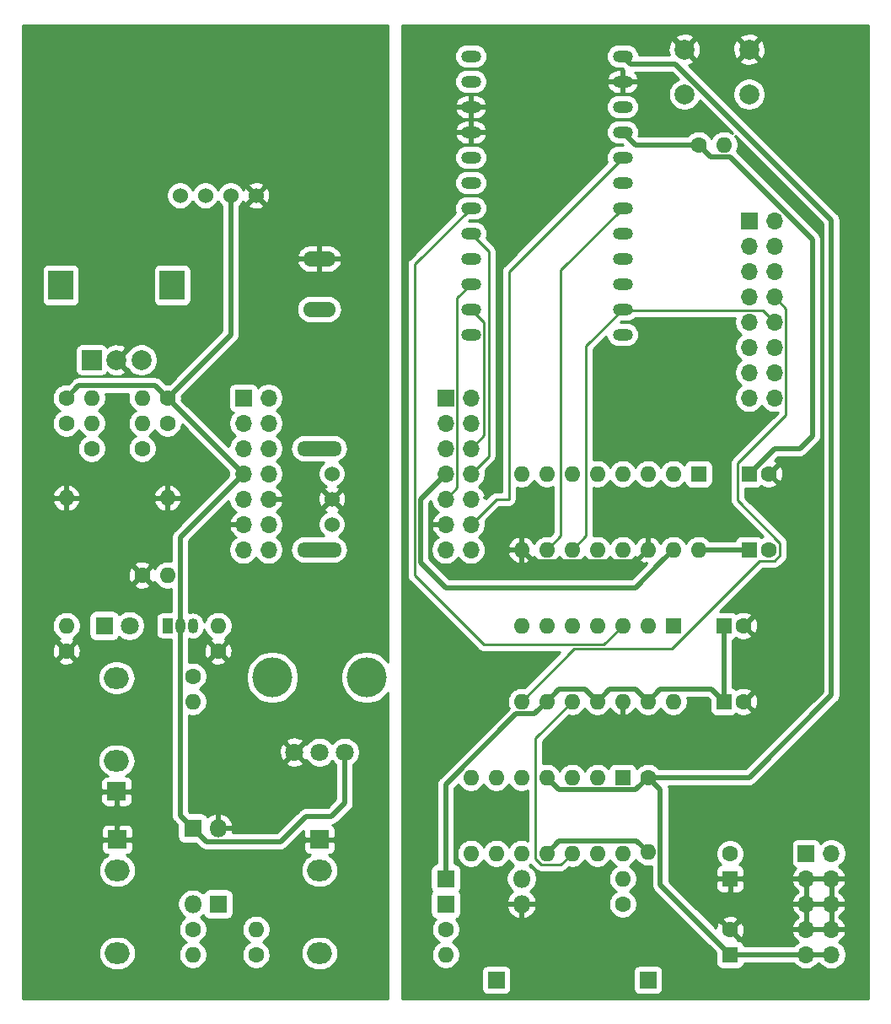
<source format=gtl>
G04 #@! TF.GenerationSoftware,KiCad,Pcbnew,(5.1.8-0-10_14)*
G04 #@! TF.CreationDate,2022-03-26T19:04:17+09:00*
G04 #@! TF.ProjectId,Quantizer,5175616e-7469-47a6-9572-2e6b69636164,rev?*
G04 #@! TF.SameCoordinates,Original*
G04 #@! TF.FileFunction,Copper,L1,Top*
G04 #@! TF.FilePolarity,Positive*
%FSLAX46Y46*%
G04 Gerber Fmt 4.6, Leading zero omitted, Abs format (unit mm)*
G04 Created by KiCad (PCBNEW (5.1.8-0-10_14)) date 2022-03-26 19:04:17*
%MOMM*%
%LPD*%
G01*
G04 APERTURE LIST*
G04 #@! TA.AperFunction,ComponentPad*
%ADD10C,1.600000*%
G04 #@! TD*
G04 #@! TA.AperFunction,ComponentPad*
%ADD11O,1.600000X1.600000*%
G04 #@! TD*
G04 #@! TA.AperFunction,ComponentPad*
%ADD12R,1.800000X1.800000*%
G04 #@! TD*
G04 #@! TA.AperFunction,ComponentPad*
%ADD13O,1.800000X1.800000*%
G04 #@! TD*
G04 #@! TA.AperFunction,ComponentPad*
%ADD14C,1.800000*%
G04 #@! TD*
G04 #@! TA.AperFunction,ComponentPad*
%ADD15O,2.500000X2.130000*%
G04 #@! TD*
G04 #@! TA.AperFunction,ComponentPad*
%ADD16R,1.930000X1.830000*%
G04 #@! TD*
G04 #@! TA.AperFunction,ComponentPad*
%ADD17O,1.050000X1.500000*%
G04 #@! TD*
G04 #@! TA.AperFunction,ComponentPad*
%ADD18R,1.050000X1.500000*%
G04 #@! TD*
G04 #@! TA.AperFunction,ComponentPad*
%ADD19R,2.500000X3.000000*%
G04 #@! TD*
G04 #@! TA.AperFunction,ComponentPad*
%ADD20C,2.000000*%
G04 #@! TD*
G04 #@! TA.AperFunction,ComponentPad*
%ADD21R,2.000000X2.000000*%
G04 #@! TD*
G04 #@! TA.AperFunction,ComponentPad*
%ADD22O,3.300000X1.524000*%
G04 #@! TD*
G04 #@! TA.AperFunction,ComponentPad*
%ADD23C,1.524000*%
G04 #@! TD*
G04 #@! TA.AperFunction,ComponentPad*
%ADD24R,1.700000X1.700000*%
G04 #@! TD*
G04 #@! TA.AperFunction,ComponentPad*
%ADD25O,1.700000X1.700000*%
G04 #@! TD*
G04 #@! TA.AperFunction,WasherPad*
%ADD26C,4.000000*%
G04 #@! TD*
G04 #@! TA.AperFunction,WasherPad*
%ADD27O,4.500000X1.524000*%
G04 #@! TD*
G04 #@! TA.AperFunction,ComponentPad*
%ADD28R,1.600000X1.600000*%
G04 #@! TD*
G04 #@! TA.AperFunction,ComponentPad*
%ADD29O,2.000000X1.200000*%
G04 #@! TD*
G04 #@! TA.AperFunction,Conductor*
%ADD30C,0.500000*%
G04 #@! TD*
G04 #@! TA.AperFunction,Conductor*
%ADD31C,0.250000*%
G04 #@! TD*
G04 #@! TA.AperFunction,Conductor*
%ADD32C,0.254000*%
G04 #@! TD*
G04 #@! TA.AperFunction,Conductor*
%ADD33C,0.100000*%
G04 #@! TD*
G04 APERTURE END LIST*
D10*
X73025000Y-84455000D03*
D11*
X73025000Y-91955000D03*
X62865000Y-91955000D03*
D10*
X62865000Y-84455000D03*
D12*
X75565000Y-125095000D03*
D13*
X75565000Y-132715000D03*
X78105000Y-125095000D03*
D12*
X78105000Y-132715000D03*
X66675000Y-104775000D03*
D14*
X69215000Y-104775000D03*
D15*
X67975000Y-129335000D03*
X67975000Y-137635000D03*
D16*
X67975000Y-126235000D03*
D15*
X67915000Y-118315000D03*
X67915000Y-110015000D03*
D16*
X67915000Y-121415000D03*
X88295000Y-126235000D03*
D15*
X88295000Y-137635000D03*
X88295000Y-129335000D03*
D17*
X74295000Y-104775000D03*
X75565000Y-104775000D03*
D18*
X73025000Y-104775000D03*
D19*
X73505000Y-70605000D03*
X62305000Y-70605000D03*
D20*
X70405000Y-78105000D03*
X67905000Y-78105000D03*
D21*
X65405000Y-78105000D03*
D22*
X88265000Y-67945000D03*
X88265000Y-73025000D03*
D23*
X81915000Y-61595000D03*
X79375000Y-61595000D03*
X76835000Y-61595000D03*
X74295000Y-61595000D03*
D10*
X73025000Y-81915000D03*
D11*
X70485000Y-81915000D03*
X65405000Y-81915000D03*
D10*
X62865000Y-81915000D03*
X75565000Y-135255000D03*
D11*
X75565000Y-137795000D03*
D10*
X70485000Y-86995000D03*
D11*
X70485000Y-84455000D03*
X65405000Y-84455000D03*
D10*
X65405000Y-86995000D03*
X81915000Y-137795000D03*
D11*
X81915000Y-135255000D03*
X62865000Y-104775000D03*
D10*
X62865000Y-107315000D03*
D11*
X75565000Y-112395000D03*
D10*
X75565000Y-109855000D03*
X78105000Y-107315000D03*
D11*
X78105000Y-104775000D03*
D10*
X70485000Y-99695000D03*
D11*
X73025000Y-99695000D03*
D24*
X80645000Y-81915000D03*
D25*
X83185000Y-81915000D03*
X80645000Y-84455000D03*
X83185000Y-84455000D03*
X80645000Y-86995000D03*
X83185000Y-86995000D03*
X80645000Y-89535000D03*
X83185000Y-89535000D03*
X80645000Y-92075000D03*
X83185000Y-92075000D03*
X80645000Y-94615000D03*
X83185000Y-94615000D03*
X80645000Y-97155000D03*
X83185000Y-97155000D03*
D14*
X90825000Y-117475000D03*
X88305000Y-117475000D03*
X85785000Y-117475000D03*
D26*
X83555000Y-109975000D03*
X93055000Y-109975000D03*
D23*
X89535000Y-89535000D03*
X89535000Y-92075000D03*
X89535000Y-94615000D03*
D27*
X88265000Y-97155000D03*
X88265000Y-86995000D03*
D10*
X133445000Y-89535000D03*
D28*
X131445000Y-89535000D03*
X131445000Y-97155000D03*
D10*
X133445000Y-97155000D03*
X130905000Y-112395000D03*
D28*
X128905000Y-112395000D03*
X128905000Y-104775000D03*
D10*
X130905000Y-104775000D03*
X121285000Y-120015000D03*
D11*
X121285000Y-127515000D03*
D28*
X129540000Y-137795000D03*
D10*
X129540000Y-135295000D03*
X129540000Y-127675000D03*
D28*
X129540000Y-130175000D03*
D12*
X100965000Y-130175000D03*
D13*
X108585000Y-130175000D03*
X108585000Y-132715000D03*
D12*
X100965000Y-132715000D03*
D24*
X106045000Y-140335000D03*
X121285000Y-140335000D03*
X131445000Y-64135000D03*
D25*
X133985000Y-64135000D03*
X131445000Y-66675000D03*
X133985000Y-66675000D03*
X131445000Y-69215000D03*
X133985000Y-69215000D03*
X131445000Y-71755000D03*
X133985000Y-71755000D03*
X131445000Y-74295000D03*
X133985000Y-74295000D03*
X131445000Y-76835000D03*
X133985000Y-76835000D03*
X131445000Y-79375000D03*
X133985000Y-79375000D03*
X131445000Y-81915000D03*
X133985000Y-81915000D03*
D24*
X137160000Y-127635000D03*
D25*
X139700000Y-127635000D03*
X137160000Y-130175000D03*
X139700000Y-130175000D03*
X137160000Y-132715000D03*
X139700000Y-132715000D03*
X137160000Y-135255000D03*
X139700000Y-135255000D03*
X137160000Y-137795000D03*
X139700000Y-137795000D03*
D11*
X100965000Y-137795000D03*
D10*
X100965000Y-135255000D03*
X118745000Y-132715000D03*
D11*
X118745000Y-130175000D03*
D10*
X126365000Y-56515000D03*
D11*
X128905000Y-56515000D03*
D20*
X131445000Y-46935000D03*
X131445000Y-51435000D03*
X124945000Y-46935000D03*
X124945000Y-51435000D03*
D28*
X126365000Y-89535000D03*
D11*
X108585000Y-97155000D03*
X123825000Y-89535000D03*
X111125000Y-97155000D03*
X121285000Y-89535000D03*
X113665000Y-97155000D03*
X118745000Y-89535000D03*
X116205000Y-97155000D03*
X116205000Y-89535000D03*
X118745000Y-97155000D03*
X113665000Y-89535000D03*
X121285000Y-97155000D03*
X111125000Y-89535000D03*
X123825000Y-97155000D03*
X108585000Y-89535000D03*
X126365000Y-97155000D03*
D29*
X118745000Y-47625000D03*
X103505000Y-47625000D03*
X118745000Y-50165000D03*
X103505000Y-50165000D03*
X118745000Y-52705000D03*
X103505000Y-52705000D03*
X118745000Y-55245000D03*
X103505000Y-55245000D03*
X118745000Y-57785000D03*
X103505000Y-57785000D03*
X118745000Y-60325000D03*
X103505000Y-60325000D03*
X118745000Y-62865000D03*
X103505000Y-62865000D03*
X118745000Y-65405000D03*
X103505000Y-65405000D03*
X118745000Y-67945000D03*
X103505000Y-67945000D03*
X118745000Y-70485000D03*
X103505000Y-70485000D03*
X118745000Y-73025000D03*
X103505000Y-73025000D03*
X118745000Y-75565000D03*
X103505000Y-75565000D03*
D11*
X123825000Y-112395000D03*
X108585000Y-104775000D03*
X121285000Y-112395000D03*
X111125000Y-104775000D03*
X118745000Y-112395000D03*
X113665000Y-104775000D03*
X116205000Y-112395000D03*
X116205000Y-104775000D03*
X113665000Y-112395000D03*
X118745000Y-104775000D03*
X111125000Y-112395000D03*
X121285000Y-104775000D03*
X108585000Y-112395000D03*
D28*
X123825000Y-104775000D03*
X118745000Y-120015000D03*
D11*
X103505000Y-127635000D03*
X116205000Y-120015000D03*
X106045000Y-127635000D03*
X113665000Y-120015000D03*
X108585000Y-127635000D03*
X111125000Y-120015000D03*
X111125000Y-127635000D03*
X108585000Y-120015000D03*
X113665000Y-127635000D03*
X106045000Y-120015000D03*
X116205000Y-127635000D03*
X103505000Y-120015000D03*
X118745000Y-127635000D03*
D24*
X100965000Y-81915000D03*
D25*
X103505000Y-81915000D03*
X100965000Y-84455000D03*
X103505000Y-84455000D03*
X100965000Y-86995000D03*
X103505000Y-86995000D03*
X100965000Y-89535000D03*
X103505000Y-89535000D03*
X100965000Y-92075000D03*
X103505000Y-92075000D03*
X100965000Y-94615000D03*
X103505000Y-94615000D03*
X100965000Y-97155000D03*
X103505000Y-97155000D03*
D30*
X120034999Y-98405001D02*
X109835001Y-98405001D01*
X109835001Y-98405001D02*
X108585000Y-97155000D01*
X121285000Y-97155000D02*
X120034999Y-98405001D01*
X79375000Y-75565000D02*
X73025000Y-81915000D01*
X79375000Y-61595000D02*
X79375000Y-75565000D01*
X64115001Y-80664999D02*
X62865000Y-81915000D01*
X71774999Y-80664999D02*
X64115001Y-80664999D01*
X73025000Y-81915000D02*
X71774999Y-80664999D01*
X73025000Y-81915000D02*
X80645000Y-89535000D01*
X74295000Y-95885000D02*
X74295000Y-104775000D01*
X80645000Y-89535000D02*
X74295000Y-95885000D01*
X74295000Y-123825000D02*
X75565000Y-125095000D01*
X74295000Y-104775000D02*
X74295000Y-123825000D01*
X86914999Y-123905001D02*
X89474999Y-123905001D01*
X84374999Y-126445001D02*
X86914999Y-123905001D01*
X76915001Y-126445001D02*
X84374999Y-126445001D01*
X89474999Y-123905001D02*
X90825000Y-122555000D01*
X75565000Y-125095000D02*
X76915001Y-126445001D01*
X90825000Y-117475000D02*
X90825000Y-122535000D01*
X128905000Y-112395000D02*
X128905000Y-104775000D01*
X122535001Y-111144999D02*
X121285000Y-112395000D01*
X127654999Y-111144999D02*
X122535001Y-111144999D01*
X128905000Y-112395000D02*
X127654999Y-111144999D01*
X117455001Y-111144999D02*
X116205000Y-112395000D01*
X120034999Y-111144999D02*
X117455001Y-111144999D01*
X121285000Y-112395000D02*
X120034999Y-111144999D01*
X112375001Y-111144999D02*
X111125000Y-112395000D01*
X114954999Y-111144999D02*
X112375001Y-111144999D01*
X116205000Y-112395000D02*
X114954999Y-111144999D01*
X126365000Y-97155000D02*
X131445000Y-97155000D01*
X100965000Y-120704998D02*
X100965000Y-130175000D01*
X108024997Y-113645001D02*
X100965000Y-120704998D01*
X109874999Y-113645001D02*
X108024997Y-113645001D01*
X111125000Y-112395000D02*
X109874999Y-113645001D01*
X127615001Y-57765001D02*
X129539003Y-57765001D01*
X129539003Y-57765001D02*
X137795000Y-66020998D01*
X126365000Y-56515000D02*
X127615001Y-57765001D01*
X137795000Y-66020998D02*
X137795000Y-85725000D01*
X137795000Y-85725000D02*
X136525000Y-86995000D01*
X133985000Y-86995000D02*
X131445000Y-89535000D01*
X136525000Y-86995000D02*
X133985000Y-86995000D01*
X120015000Y-56515000D02*
X118745000Y-55245000D01*
X126365000Y-56515000D02*
X120015000Y-56515000D01*
X122574999Y-98405001D02*
X123825000Y-97155000D01*
X98425000Y-92075000D02*
X98425000Y-98425000D01*
X100965000Y-100965000D02*
X120015000Y-100965000D01*
X120015000Y-100965000D02*
X122574999Y-98405001D01*
X98425000Y-98425000D02*
X100965000Y-100965000D01*
X100965000Y-89535000D02*
X98425000Y-92075000D01*
X120034999Y-121265001D02*
X121285000Y-120015000D01*
X112375001Y-121265001D02*
X120034999Y-121265001D01*
X111125000Y-120015000D02*
X112375001Y-121265001D01*
X129540000Y-137795000D02*
X139700000Y-137795000D01*
X124041003Y-48385001D02*
X139700000Y-64043998D01*
X119505001Y-48385001D02*
X124041003Y-48385001D01*
X118745000Y-47625000D02*
X119505001Y-48385001D01*
X122535001Y-130790001D02*
X129540000Y-137795000D01*
X122535001Y-121265001D02*
X122535001Y-130790001D01*
X121285000Y-120015000D02*
X122535001Y-121265001D01*
X139700000Y-111760000D02*
X139700000Y-99060000D01*
X131445000Y-120015000D02*
X139700000Y-111760000D01*
X121285000Y-120015000D02*
X131445000Y-120015000D01*
X139700000Y-99060000D02*
X139700000Y-105450002D01*
X139700000Y-64043998D02*
X139700000Y-99060000D01*
X120154999Y-126384999D02*
X121285000Y-127515000D01*
X112375001Y-126384999D02*
X120154999Y-126384999D01*
X111125000Y-127635000D02*
X112375001Y-126384999D01*
D31*
X102140001Y-90899999D02*
X100965000Y-92075000D01*
X102140001Y-71849999D02*
X102140001Y-90899999D01*
X103505000Y-70485000D02*
X102140001Y-71849999D01*
X116840000Y-106680000D02*
X118745000Y-104775000D01*
X97849990Y-99754990D02*
X104775000Y-106680000D01*
X104775000Y-106680000D02*
X116840000Y-106680000D01*
X97849990Y-68520010D02*
X97849990Y-99754990D01*
X103505000Y-62865000D02*
X97849990Y-68520010D01*
X112539999Y-95740001D02*
X111125000Y-97155000D01*
X112539999Y-69070001D02*
X112539999Y-95740001D01*
X118745000Y-62865000D02*
X112539999Y-69070001D01*
X113849990Y-107130010D02*
X108585000Y-112395000D01*
X123654992Y-107130010D02*
X113849990Y-107130010D01*
X133985000Y-71755000D02*
X135160001Y-72930001D01*
X133985001Y-98280001D02*
X132505001Y-98280001D01*
X132505001Y-98280001D02*
X123654992Y-107130010D01*
X130319999Y-88474999D02*
X130319999Y-92219999D01*
X135160001Y-83634997D02*
X130319999Y-88474999D01*
X135160001Y-72930001D02*
X135160001Y-83634997D01*
X134570001Y-96470001D02*
X134570001Y-97695001D01*
X130319999Y-92219999D02*
X134570001Y-96470001D01*
X134570001Y-97695001D02*
X133985001Y-98280001D01*
X118839999Y-73119999D02*
X118745000Y-73025000D01*
X132809999Y-73119999D02*
X118839999Y-73119999D01*
X133985000Y-74295000D02*
X132809999Y-73119999D01*
X115079999Y-76690001D02*
X115079999Y-95740001D01*
X115079999Y-95740001D02*
X113665000Y-97155000D01*
X118745000Y-73025000D02*
X115079999Y-76690001D01*
X109999999Y-116060001D02*
X113665000Y-112395000D01*
X109999999Y-128175001D02*
X109999999Y-116060001D01*
X110584999Y-128760001D02*
X109999999Y-128175001D01*
X112539999Y-128760001D02*
X110584999Y-128760001D01*
X113665000Y-127635000D02*
X112539999Y-128760001D01*
X104830010Y-85669990D02*
X103505000Y-86995000D01*
X104830010Y-74350010D02*
X104830010Y-85669990D01*
X103505000Y-73025000D02*
X104830010Y-74350010D01*
X105280019Y-87759981D02*
X103505000Y-89535000D01*
X105280019Y-67180019D02*
X105280019Y-87759981D01*
X103505000Y-65405000D02*
X105280019Y-67180019D01*
X118745000Y-57785000D02*
X107315000Y-69215000D01*
X107315000Y-69215000D02*
X107315000Y-92075000D01*
X106045000Y-92075000D02*
X103505000Y-94615000D01*
X107315000Y-92075000D02*
X106045000Y-92075000D01*
D32*
X95200000Y-108442345D02*
X95101738Y-108295285D01*
X94734715Y-107928262D01*
X94303141Y-107639893D01*
X93823601Y-107441261D01*
X93314525Y-107340000D01*
X92795475Y-107340000D01*
X92286399Y-107441261D01*
X91806859Y-107639893D01*
X91375285Y-107928262D01*
X91008262Y-108295285D01*
X90719893Y-108726859D01*
X90521261Y-109206399D01*
X90420000Y-109715475D01*
X90420000Y-110234525D01*
X90521261Y-110743601D01*
X90719893Y-111223141D01*
X91008262Y-111654715D01*
X91375285Y-112021738D01*
X91806859Y-112310107D01*
X92286399Y-112508739D01*
X92795475Y-112610000D01*
X93314525Y-112610000D01*
X93823601Y-112508739D01*
X94303141Y-112310107D01*
X94734715Y-112021738D01*
X95101738Y-111654715D01*
X95200000Y-111507655D01*
X95200000Y-142190000D01*
X58470000Y-142190000D01*
X58470000Y-137635000D01*
X66081775Y-137635000D01*
X66114598Y-137968258D01*
X66211806Y-138288709D01*
X66369663Y-138584039D01*
X66582103Y-138842897D01*
X66840961Y-139055337D01*
X67136291Y-139213194D01*
X67456742Y-139310402D01*
X67706490Y-139335000D01*
X68243510Y-139335000D01*
X68493258Y-139310402D01*
X68813709Y-139213194D01*
X69109039Y-139055337D01*
X69367897Y-138842897D01*
X69580337Y-138584039D01*
X69738194Y-138288709D01*
X69835402Y-137968258D01*
X69868225Y-137635000D01*
X69835402Y-137301742D01*
X69738194Y-136981291D01*
X69580337Y-136685961D01*
X69367897Y-136427103D01*
X69109039Y-136214663D01*
X68813709Y-136056806D01*
X68493258Y-135959598D01*
X68243510Y-135935000D01*
X67706490Y-135935000D01*
X67456742Y-135959598D01*
X67136291Y-136056806D01*
X66840961Y-136214663D01*
X66582103Y-136427103D01*
X66369663Y-136685961D01*
X66211806Y-136981291D01*
X66114598Y-137301742D01*
X66081775Y-137635000D01*
X58470000Y-137635000D01*
X58470000Y-132563816D01*
X74030000Y-132563816D01*
X74030000Y-132866184D01*
X74088989Y-133162743D01*
X74204701Y-133442095D01*
X74372688Y-133693505D01*
X74586495Y-133907312D01*
X74792761Y-134045135D01*
X74650241Y-134140363D01*
X74450363Y-134340241D01*
X74293320Y-134575273D01*
X74185147Y-134836426D01*
X74130000Y-135113665D01*
X74130000Y-135396335D01*
X74185147Y-135673574D01*
X74293320Y-135934727D01*
X74450363Y-136169759D01*
X74650241Y-136369637D01*
X74882759Y-136525000D01*
X74650241Y-136680363D01*
X74450363Y-136880241D01*
X74293320Y-137115273D01*
X74185147Y-137376426D01*
X74130000Y-137653665D01*
X74130000Y-137936335D01*
X74185147Y-138213574D01*
X74293320Y-138474727D01*
X74450363Y-138709759D01*
X74650241Y-138909637D01*
X74885273Y-139066680D01*
X75146426Y-139174853D01*
X75423665Y-139230000D01*
X75706335Y-139230000D01*
X75983574Y-139174853D01*
X76244727Y-139066680D01*
X76479759Y-138909637D01*
X76679637Y-138709759D01*
X76836680Y-138474727D01*
X76944853Y-138213574D01*
X77000000Y-137936335D01*
X77000000Y-137653665D01*
X76944853Y-137376426D01*
X76836680Y-137115273D01*
X76679637Y-136880241D01*
X76479759Y-136680363D01*
X76247241Y-136525000D01*
X76479759Y-136369637D01*
X76679637Y-136169759D01*
X76836680Y-135934727D01*
X76944853Y-135673574D01*
X77000000Y-135396335D01*
X77000000Y-135113665D01*
X80480000Y-135113665D01*
X80480000Y-135396335D01*
X80535147Y-135673574D01*
X80643320Y-135934727D01*
X80800363Y-136169759D01*
X81000241Y-136369637D01*
X81232759Y-136525000D01*
X81000241Y-136680363D01*
X80800363Y-136880241D01*
X80643320Y-137115273D01*
X80535147Y-137376426D01*
X80480000Y-137653665D01*
X80480000Y-137936335D01*
X80535147Y-138213574D01*
X80643320Y-138474727D01*
X80800363Y-138709759D01*
X81000241Y-138909637D01*
X81235273Y-139066680D01*
X81496426Y-139174853D01*
X81773665Y-139230000D01*
X82056335Y-139230000D01*
X82333574Y-139174853D01*
X82594727Y-139066680D01*
X82829759Y-138909637D01*
X83029637Y-138709759D01*
X83186680Y-138474727D01*
X83294853Y-138213574D01*
X83350000Y-137936335D01*
X83350000Y-137653665D01*
X83346288Y-137635000D01*
X86401775Y-137635000D01*
X86434598Y-137968258D01*
X86531806Y-138288709D01*
X86689663Y-138584039D01*
X86902103Y-138842897D01*
X87160961Y-139055337D01*
X87456291Y-139213194D01*
X87776742Y-139310402D01*
X88026490Y-139335000D01*
X88563510Y-139335000D01*
X88813258Y-139310402D01*
X89133709Y-139213194D01*
X89429039Y-139055337D01*
X89687897Y-138842897D01*
X89900337Y-138584039D01*
X90058194Y-138288709D01*
X90155402Y-137968258D01*
X90188225Y-137635000D01*
X90155402Y-137301742D01*
X90058194Y-136981291D01*
X89900337Y-136685961D01*
X89687897Y-136427103D01*
X89429039Y-136214663D01*
X89133709Y-136056806D01*
X88813258Y-135959598D01*
X88563510Y-135935000D01*
X88026490Y-135935000D01*
X87776742Y-135959598D01*
X87456291Y-136056806D01*
X87160961Y-136214663D01*
X86902103Y-136427103D01*
X86689663Y-136685961D01*
X86531806Y-136981291D01*
X86434598Y-137301742D01*
X86401775Y-137635000D01*
X83346288Y-137635000D01*
X83294853Y-137376426D01*
X83186680Y-137115273D01*
X83029637Y-136880241D01*
X82829759Y-136680363D01*
X82597241Y-136525000D01*
X82829759Y-136369637D01*
X83029637Y-136169759D01*
X83186680Y-135934727D01*
X83294853Y-135673574D01*
X83350000Y-135396335D01*
X83350000Y-135113665D01*
X83294853Y-134836426D01*
X83186680Y-134575273D01*
X83029637Y-134340241D01*
X82829759Y-134140363D01*
X82594727Y-133983320D01*
X82333574Y-133875147D01*
X82056335Y-133820000D01*
X81773665Y-133820000D01*
X81496426Y-133875147D01*
X81235273Y-133983320D01*
X81000241Y-134140363D01*
X80800363Y-134340241D01*
X80643320Y-134575273D01*
X80535147Y-134836426D01*
X80480000Y-135113665D01*
X77000000Y-135113665D01*
X76944853Y-134836426D01*
X76836680Y-134575273D01*
X76679637Y-134340241D01*
X76479759Y-134140363D01*
X76337239Y-134045135D01*
X76543505Y-133907312D01*
X76609944Y-133840873D01*
X76615498Y-133859180D01*
X76674463Y-133969494D01*
X76753815Y-134066185D01*
X76850506Y-134145537D01*
X76960820Y-134204502D01*
X77080518Y-134240812D01*
X77205000Y-134253072D01*
X79005000Y-134253072D01*
X79129482Y-134240812D01*
X79249180Y-134204502D01*
X79359494Y-134145537D01*
X79456185Y-134066185D01*
X79535537Y-133969494D01*
X79594502Y-133859180D01*
X79630812Y-133739482D01*
X79643072Y-133615000D01*
X79643072Y-131815000D01*
X79630812Y-131690518D01*
X79594502Y-131570820D01*
X79535537Y-131460506D01*
X79456185Y-131363815D01*
X79359494Y-131284463D01*
X79249180Y-131225498D01*
X79129482Y-131189188D01*
X79005000Y-131176928D01*
X77205000Y-131176928D01*
X77080518Y-131189188D01*
X76960820Y-131225498D01*
X76850506Y-131284463D01*
X76753815Y-131363815D01*
X76674463Y-131460506D01*
X76615498Y-131570820D01*
X76609944Y-131589127D01*
X76543505Y-131522688D01*
X76292095Y-131354701D01*
X76012743Y-131238989D01*
X75716184Y-131180000D01*
X75413816Y-131180000D01*
X75117257Y-131238989D01*
X74837905Y-131354701D01*
X74586495Y-131522688D01*
X74372688Y-131736495D01*
X74204701Y-131987905D01*
X74088989Y-132267257D01*
X74030000Y-132563816D01*
X58470000Y-132563816D01*
X58470000Y-129335000D01*
X66081775Y-129335000D01*
X66114598Y-129668258D01*
X66211806Y-129988709D01*
X66369663Y-130284039D01*
X66582103Y-130542897D01*
X66840961Y-130755337D01*
X67136291Y-130913194D01*
X67456742Y-131010402D01*
X67706490Y-131035000D01*
X68243510Y-131035000D01*
X68493258Y-131010402D01*
X68813709Y-130913194D01*
X69109039Y-130755337D01*
X69367897Y-130542897D01*
X69580337Y-130284039D01*
X69738194Y-129988709D01*
X69835402Y-129668258D01*
X69868225Y-129335000D01*
X86401775Y-129335000D01*
X86434598Y-129668258D01*
X86531806Y-129988709D01*
X86689663Y-130284039D01*
X86902103Y-130542897D01*
X87160961Y-130755337D01*
X87456291Y-130913194D01*
X87776742Y-131010402D01*
X88026490Y-131035000D01*
X88563510Y-131035000D01*
X88813258Y-131010402D01*
X89133709Y-130913194D01*
X89429039Y-130755337D01*
X89687897Y-130542897D01*
X89900337Y-130284039D01*
X90058194Y-129988709D01*
X90155402Y-129668258D01*
X90188225Y-129335000D01*
X90155402Y-129001742D01*
X90058194Y-128681291D01*
X89900337Y-128385961D01*
X89687897Y-128127103D01*
X89429039Y-127914663D01*
X89191625Y-127787763D01*
X89260000Y-127788072D01*
X89384482Y-127775812D01*
X89504180Y-127739502D01*
X89614494Y-127680537D01*
X89711185Y-127601185D01*
X89790537Y-127504494D01*
X89849502Y-127394180D01*
X89885812Y-127274482D01*
X89898072Y-127150000D01*
X89895000Y-126520750D01*
X89736250Y-126362000D01*
X88422000Y-126362000D01*
X88422000Y-126382000D01*
X88168000Y-126382000D01*
X88168000Y-126362000D01*
X86853750Y-126362000D01*
X86695000Y-126520750D01*
X86691928Y-127150000D01*
X86704188Y-127274482D01*
X86740498Y-127394180D01*
X86799463Y-127504494D01*
X86878815Y-127601185D01*
X86975506Y-127680537D01*
X87085820Y-127739502D01*
X87205518Y-127775812D01*
X87330000Y-127788072D01*
X87398375Y-127787763D01*
X87160961Y-127914663D01*
X86902103Y-128127103D01*
X86689663Y-128385961D01*
X86531806Y-128681291D01*
X86434598Y-129001742D01*
X86401775Y-129335000D01*
X69868225Y-129335000D01*
X69835402Y-129001742D01*
X69738194Y-128681291D01*
X69580337Y-128385961D01*
X69367897Y-128127103D01*
X69109039Y-127914663D01*
X68871625Y-127787763D01*
X68940000Y-127788072D01*
X69064482Y-127775812D01*
X69184180Y-127739502D01*
X69294494Y-127680537D01*
X69391185Y-127601185D01*
X69470537Y-127504494D01*
X69529502Y-127394180D01*
X69565812Y-127274482D01*
X69578072Y-127150000D01*
X69575000Y-126520750D01*
X69416250Y-126362000D01*
X68102000Y-126362000D01*
X68102000Y-126382000D01*
X67848000Y-126382000D01*
X67848000Y-126362000D01*
X66533750Y-126362000D01*
X66375000Y-126520750D01*
X66371928Y-127150000D01*
X66384188Y-127274482D01*
X66420498Y-127394180D01*
X66479463Y-127504494D01*
X66558815Y-127601185D01*
X66655506Y-127680537D01*
X66765820Y-127739502D01*
X66885518Y-127775812D01*
X67010000Y-127788072D01*
X67078375Y-127787763D01*
X66840961Y-127914663D01*
X66582103Y-128127103D01*
X66369663Y-128385961D01*
X66211806Y-128681291D01*
X66114598Y-129001742D01*
X66081775Y-129335000D01*
X58470000Y-129335000D01*
X58470000Y-125320000D01*
X66371928Y-125320000D01*
X66375000Y-125949250D01*
X66533750Y-126108000D01*
X67848000Y-126108000D01*
X67848000Y-124843750D01*
X68102000Y-124843750D01*
X68102000Y-126108000D01*
X69416250Y-126108000D01*
X69575000Y-125949250D01*
X69578072Y-125320000D01*
X69565812Y-125195518D01*
X69529502Y-125075820D01*
X69470537Y-124965506D01*
X69391185Y-124868815D01*
X69294494Y-124789463D01*
X69184180Y-124730498D01*
X69064482Y-124694188D01*
X68940000Y-124681928D01*
X68260750Y-124685000D01*
X68102000Y-124843750D01*
X67848000Y-124843750D01*
X67689250Y-124685000D01*
X67010000Y-124681928D01*
X66885518Y-124694188D01*
X66765820Y-124730498D01*
X66655506Y-124789463D01*
X66558815Y-124868815D01*
X66479463Y-124965506D01*
X66420498Y-125075820D01*
X66384188Y-125195518D01*
X66371928Y-125320000D01*
X58470000Y-125320000D01*
X58470000Y-122330000D01*
X66311928Y-122330000D01*
X66324188Y-122454482D01*
X66360498Y-122574180D01*
X66419463Y-122684494D01*
X66498815Y-122781185D01*
X66595506Y-122860537D01*
X66705820Y-122919502D01*
X66825518Y-122955812D01*
X66950000Y-122968072D01*
X67629250Y-122965000D01*
X67788000Y-122806250D01*
X67788000Y-121542000D01*
X68042000Y-121542000D01*
X68042000Y-122806250D01*
X68200750Y-122965000D01*
X68880000Y-122968072D01*
X69004482Y-122955812D01*
X69124180Y-122919502D01*
X69234494Y-122860537D01*
X69331185Y-122781185D01*
X69410537Y-122684494D01*
X69469502Y-122574180D01*
X69505812Y-122454482D01*
X69518072Y-122330000D01*
X69515000Y-121700750D01*
X69356250Y-121542000D01*
X68042000Y-121542000D01*
X67788000Y-121542000D01*
X66473750Y-121542000D01*
X66315000Y-121700750D01*
X66311928Y-122330000D01*
X58470000Y-122330000D01*
X58470000Y-118315000D01*
X66021775Y-118315000D01*
X66054598Y-118648258D01*
X66151806Y-118968709D01*
X66309663Y-119264039D01*
X66522103Y-119522897D01*
X66780961Y-119735337D01*
X67018375Y-119862237D01*
X66950000Y-119861928D01*
X66825518Y-119874188D01*
X66705820Y-119910498D01*
X66595506Y-119969463D01*
X66498815Y-120048815D01*
X66419463Y-120145506D01*
X66360498Y-120255820D01*
X66324188Y-120375518D01*
X66311928Y-120500000D01*
X66315000Y-121129250D01*
X66473750Y-121288000D01*
X67788000Y-121288000D01*
X67788000Y-121268000D01*
X68042000Y-121268000D01*
X68042000Y-121288000D01*
X69356250Y-121288000D01*
X69515000Y-121129250D01*
X69518072Y-120500000D01*
X69505812Y-120375518D01*
X69469502Y-120255820D01*
X69410537Y-120145506D01*
X69331185Y-120048815D01*
X69234494Y-119969463D01*
X69124180Y-119910498D01*
X69004482Y-119874188D01*
X68880000Y-119861928D01*
X68811625Y-119862237D01*
X69049039Y-119735337D01*
X69307897Y-119522897D01*
X69520337Y-119264039D01*
X69678194Y-118968709D01*
X69775402Y-118648258D01*
X69808225Y-118315000D01*
X69775402Y-117981742D01*
X69678194Y-117661291D01*
X69520337Y-117365961D01*
X69307897Y-117107103D01*
X69049039Y-116894663D01*
X68753709Y-116736806D01*
X68433258Y-116639598D01*
X68183510Y-116615000D01*
X67646490Y-116615000D01*
X67396742Y-116639598D01*
X67076291Y-116736806D01*
X66780961Y-116894663D01*
X66522103Y-117107103D01*
X66309663Y-117365961D01*
X66151806Y-117661291D01*
X66054598Y-117981742D01*
X66021775Y-118315000D01*
X58470000Y-118315000D01*
X58470000Y-110015000D01*
X66021775Y-110015000D01*
X66054598Y-110348258D01*
X66151806Y-110668709D01*
X66309663Y-110964039D01*
X66522103Y-111222897D01*
X66780961Y-111435337D01*
X67076291Y-111593194D01*
X67396742Y-111690402D01*
X67646490Y-111715000D01*
X68183510Y-111715000D01*
X68433258Y-111690402D01*
X68753709Y-111593194D01*
X69049039Y-111435337D01*
X69307897Y-111222897D01*
X69520337Y-110964039D01*
X69678194Y-110668709D01*
X69775402Y-110348258D01*
X69808225Y-110015000D01*
X69775402Y-109681742D01*
X69678194Y-109361291D01*
X69520337Y-109065961D01*
X69307897Y-108807103D01*
X69049039Y-108594663D01*
X68753709Y-108436806D01*
X68433258Y-108339598D01*
X68183510Y-108315000D01*
X67646490Y-108315000D01*
X67396742Y-108339598D01*
X67076291Y-108436806D01*
X66780961Y-108594663D01*
X66522103Y-108807103D01*
X66309663Y-109065961D01*
X66151806Y-109361291D01*
X66054598Y-109681742D01*
X66021775Y-110015000D01*
X58470000Y-110015000D01*
X58470000Y-108307702D01*
X62051903Y-108307702D01*
X62123486Y-108551671D01*
X62378996Y-108672571D01*
X62653184Y-108741300D01*
X62935512Y-108755217D01*
X63215130Y-108713787D01*
X63481292Y-108618603D01*
X63606514Y-108551671D01*
X63678097Y-108307702D01*
X62865000Y-107494605D01*
X62051903Y-108307702D01*
X58470000Y-108307702D01*
X58470000Y-107385512D01*
X61424783Y-107385512D01*
X61466213Y-107665130D01*
X61561397Y-107931292D01*
X61628329Y-108056514D01*
X61872298Y-108128097D01*
X62685395Y-107315000D01*
X63044605Y-107315000D01*
X63857702Y-108128097D01*
X64101671Y-108056514D01*
X64222571Y-107801004D01*
X64291300Y-107526816D01*
X64305217Y-107244488D01*
X64263787Y-106964870D01*
X64168603Y-106698708D01*
X64101671Y-106573486D01*
X63857702Y-106501903D01*
X63044605Y-107315000D01*
X62685395Y-107315000D01*
X61872298Y-106501903D01*
X61628329Y-106573486D01*
X61507429Y-106828996D01*
X61438700Y-107103184D01*
X61424783Y-107385512D01*
X58470000Y-107385512D01*
X58470000Y-104633665D01*
X61430000Y-104633665D01*
X61430000Y-104916335D01*
X61485147Y-105193574D01*
X61593320Y-105454727D01*
X61750363Y-105689759D01*
X61950241Y-105889637D01*
X62184128Y-106045915D01*
X62123486Y-106078329D01*
X62051903Y-106322298D01*
X62865000Y-107135395D01*
X63678097Y-106322298D01*
X63606514Y-106078329D01*
X63542008Y-106047806D01*
X63544727Y-106046680D01*
X63779759Y-105889637D01*
X63979637Y-105689759D01*
X64136680Y-105454727D01*
X64244853Y-105193574D01*
X64300000Y-104916335D01*
X64300000Y-104633665D01*
X64244853Y-104356426D01*
X64136680Y-104095273D01*
X63989499Y-103875000D01*
X65136928Y-103875000D01*
X65136928Y-105675000D01*
X65149188Y-105799482D01*
X65185498Y-105919180D01*
X65244463Y-106029494D01*
X65323815Y-106126185D01*
X65420506Y-106205537D01*
X65530820Y-106264502D01*
X65650518Y-106300812D01*
X65775000Y-106313072D01*
X67575000Y-106313072D01*
X67699482Y-106300812D01*
X67819180Y-106264502D01*
X67929494Y-106205537D01*
X68026185Y-106126185D01*
X68105537Y-106029494D01*
X68164502Y-105919180D01*
X68170056Y-105900873D01*
X68236495Y-105967312D01*
X68487905Y-106135299D01*
X68767257Y-106251011D01*
X69063816Y-106310000D01*
X69366184Y-106310000D01*
X69662743Y-106251011D01*
X69942095Y-106135299D01*
X70193505Y-105967312D01*
X70407312Y-105753505D01*
X70575299Y-105502095D01*
X70691011Y-105222743D01*
X70750000Y-104926184D01*
X70750000Y-104623816D01*
X70691011Y-104327257D01*
X70575299Y-104047905D01*
X70407312Y-103796495D01*
X70193505Y-103582688D01*
X69942095Y-103414701D01*
X69662743Y-103298989D01*
X69366184Y-103240000D01*
X69063816Y-103240000D01*
X68767257Y-103298989D01*
X68487905Y-103414701D01*
X68236495Y-103582688D01*
X68170056Y-103649127D01*
X68164502Y-103630820D01*
X68105537Y-103520506D01*
X68026185Y-103423815D01*
X67929494Y-103344463D01*
X67819180Y-103285498D01*
X67699482Y-103249188D01*
X67575000Y-103236928D01*
X65775000Y-103236928D01*
X65650518Y-103249188D01*
X65530820Y-103285498D01*
X65420506Y-103344463D01*
X65323815Y-103423815D01*
X65244463Y-103520506D01*
X65185498Y-103630820D01*
X65149188Y-103750518D01*
X65136928Y-103875000D01*
X63989499Y-103875000D01*
X63979637Y-103860241D01*
X63779759Y-103660363D01*
X63544727Y-103503320D01*
X63283574Y-103395147D01*
X63006335Y-103340000D01*
X62723665Y-103340000D01*
X62446426Y-103395147D01*
X62185273Y-103503320D01*
X61950241Y-103660363D01*
X61750363Y-103860241D01*
X61593320Y-104095273D01*
X61485147Y-104356426D01*
X61430000Y-104633665D01*
X58470000Y-104633665D01*
X58470000Y-100687702D01*
X69671903Y-100687702D01*
X69743486Y-100931671D01*
X69998996Y-101052571D01*
X70273184Y-101121300D01*
X70555512Y-101135217D01*
X70835130Y-101093787D01*
X71101292Y-100998603D01*
X71226514Y-100931671D01*
X71298097Y-100687702D01*
X70485000Y-99874605D01*
X69671903Y-100687702D01*
X58470000Y-100687702D01*
X58470000Y-99765512D01*
X69044783Y-99765512D01*
X69086213Y-100045130D01*
X69181397Y-100311292D01*
X69248329Y-100436514D01*
X69492298Y-100508097D01*
X70305395Y-99695000D01*
X69492298Y-98881903D01*
X69248329Y-98953486D01*
X69127429Y-99208996D01*
X69058700Y-99483184D01*
X69044783Y-99765512D01*
X58470000Y-99765512D01*
X58470000Y-98702298D01*
X69671903Y-98702298D01*
X70485000Y-99515395D01*
X71298097Y-98702298D01*
X71226514Y-98458329D01*
X70971004Y-98337429D01*
X70696816Y-98268700D01*
X70414488Y-98254783D01*
X70134870Y-98296213D01*
X69868708Y-98391397D01*
X69743486Y-98458329D01*
X69671903Y-98702298D01*
X58470000Y-98702298D01*
X58470000Y-92304040D01*
X61473091Y-92304040D01*
X61567930Y-92568881D01*
X61712615Y-92810131D01*
X61901586Y-93018519D01*
X62127580Y-93186037D01*
X62381913Y-93306246D01*
X62515961Y-93346904D01*
X62738000Y-93224915D01*
X62738000Y-92082000D01*
X62992000Y-92082000D01*
X62992000Y-93224915D01*
X63214039Y-93346904D01*
X63348087Y-93306246D01*
X63602420Y-93186037D01*
X63828414Y-93018519D01*
X64017385Y-92810131D01*
X64162070Y-92568881D01*
X64256909Y-92304040D01*
X71633091Y-92304040D01*
X71727930Y-92568881D01*
X71872615Y-92810131D01*
X72061586Y-93018519D01*
X72287580Y-93186037D01*
X72541913Y-93306246D01*
X72675961Y-93346904D01*
X72898000Y-93224915D01*
X72898000Y-92082000D01*
X73152000Y-92082000D01*
X73152000Y-93224915D01*
X73374039Y-93346904D01*
X73508087Y-93306246D01*
X73762420Y-93186037D01*
X73988414Y-93018519D01*
X74177385Y-92810131D01*
X74322070Y-92568881D01*
X74416909Y-92304040D01*
X74295624Y-92082000D01*
X73152000Y-92082000D01*
X72898000Y-92082000D01*
X71754376Y-92082000D01*
X71633091Y-92304040D01*
X64256909Y-92304040D01*
X64135624Y-92082000D01*
X62992000Y-92082000D01*
X62738000Y-92082000D01*
X61594376Y-92082000D01*
X61473091Y-92304040D01*
X58470000Y-92304040D01*
X58470000Y-91605960D01*
X61473091Y-91605960D01*
X61594376Y-91828000D01*
X62738000Y-91828000D01*
X62738000Y-90685085D01*
X62992000Y-90685085D01*
X62992000Y-91828000D01*
X64135624Y-91828000D01*
X64256909Y-91605960D01*
X71633091Y-91605960D01*
X71754376Y-91828000D01*
X72898000Y-91828000D01*
X72898000Y-90685085D01*
X73152000Y-90685085D01*
X73152000Y-91828000D01*
X74295624Y-91828000D01*
X74416909Y-91605960D01*
X74322070Y-91341119D01*
X74177385Y-91099869D01*
X73988414Y-90891481D01*
X73762420Y-90723963D01*
X73508087Y-90603754D01*
X73374039Y-90563096D01*
X73152000Y-90685085D01*
X72898000Y-90685085D01*
X72675961Y-90563096D01*
X72541913Y-90603754D01*
X72287580Y-90723963D01*
X72061586Y-90891481D01*
X71872615Y-91099869D01*
X71727930Y-91341119D01*
X71633091Y-91605960D01*
X64256909Y-91605960D01*
X64162070Y-91341119D01*
X64017385Y-91099869D01*
X63828414Y-90891481D01*
X63602420Y-90723963D01*
X63348087Y-90603754D01*
X63214039Y-90563096D01*
X62992000Y-90685085D01*
X62738000Y-90685085D01*
X62515961Y-90563096D01*
X62381913Y-90603754D01*
X62127580Y-90723963D01*
X61901586Y-90891481D01*
X61712615Y-91099869D01*
X61567930Y-91341119D01*
X61473091Y-91605960D01*
X58470000Y-91605960D01*
X58470000Y-81773665D01*
X61430000Y-81773665D01*
X61430000Y-82056335D01*
X61485147Y-82333574D01*
X61593320Y-82594727D01*
X61750363Y-82829759D01*
X61950241Y-83029637D01*
X62182759Y-83185000D01*
X61950241Y-83340363D01*
X61750363Y-83540241D01*
X61593320Y-83775273D01*
X61485147Y-84036426D01*
X61430000Y-84313665D01*
X61430000Y-84596335D01*
X61485147Y-84873574D01*
X61593320Y-85134727D01*
X61750363Y-85369759D01*
X61950241Y-85569637D01*
X62185273Y-85726680D01*
X62446426Y-85834853D01*
X62723665Y-85890000D01*
X63006335Y-85890000D01*
X63283574Y-85834853D01*
X63544727Y-85726680D01*
X63779759Y-85569637D01*
X63979637Y-85369759D01*
X64135000Y-85137241D01*
X64290363Y-85369759D01*
X64490241Y-85569637D01*
X64722759Y-85725000D01*
X64490241Y-85880363D01*
X64290363Y-86080241D01*
X64133320Y-86315273D01*
X64025147Y-86576426D01*
X63970000Y-86853665D01*
X63970000Y-87136335D01*
X64025147Y-87413574D01*
X64133320Y-87674727D01*
X64290363Y-87909759D01*
X64490241Y-88109637D01*
X64725273Y-88266680D01*
X64986426Y-88374853D01*
X65263665Y-88430000D01*
X65546335Y-88430000D01*
X65823574Y-88374853D01*
X66084727Y-88266680D01*
X66319759Y-88109637D01*
X66519637Y-87909759D01*
X66676680Y-87674727D01*
X66784853Y-87413574D01*
X66840000Y-87136335D01*
X66840000Y-86853665D01*
X66784853Y-86576426D01*
X66676680Y-86315273D01*
X66519637Y-86080241D01*
X66319759Y-85880363D01*
X66087241Y-85725000D01*
X66319759Y-85569637D01*
X66519637Y-85369759D01*
X66676680Y-85134727D01*
X66784853Y-84873574D01*
X66840000Y-84596335D01*
X66840000Y-84313665D01*
X66784853Y-84036426D01*
X66676680Y-83775273D01*
X66519637Y-83540241D01*
X66319759Y-83340363D01*
X66087241Y-83185000D01*
X66319759Y-83029637D01*
X66519637Y-82829759D01*
X66676680Y-82594727D01*
X66784853Y-82333574D01*
X66840000Y-82056335D01*
X66840000Y-81773665D01*
X66795509Y-81549999D01*
X69094491Y-81549999D01*
X69050000Y-81773665D01*
X69050000Y-82056335D01*
X69105147Y-82333574D01*
X69213320Y-82594727D01*
X69370363Y-82829759D01*
X69570241Y-83029637D01*
X69802759Y-83185000D01*
X69570241Y-83340363D01*
X69370363Y-83540241D01*
X69213320Y-83775273D01*
X69105147Y-84036426D01*
X69050000Y-84313665D01*
X69050000Y-84596335D01*
X69105147Y-84873574D01*
X69213320Y-85134727D01*
X69370363Y-85369759D01*
X69570241Y-85569637D01*
X69802759Y-85725000D01*
X69570241Y-85880363D01*
X69370363Y-86080241D01*
X69213320Y-86315273D01*
X69105147Y-86576426D01*
X69050000Y-86853665D01*
X69050000Y-87136335D01*
X69105147Y-87413574D01*
X69213320Y-87674727D01*
X69370363Y-87909759D01*
X69570241Y-88109637D01*
X69805273Y-88266680D01*
X70066426Y-88374853D01*
X70343665Y-88430000D01*
X70626335Y-88430000D01*
X70903574Y-88374853D01*
X71164727Y-88266680D01*
X71399759Y-88109637D01*
X71599637Y-87909759D01*
X71756680Y-87674727D01*
X71864853Y-87413574D01*
X71920000Y-87136335D01*
X71920000Y-86853665D01*
X71864853Y-86576426D01*
X71756680Y-86315273D01*
X71599637Y-86080241D01*
X71399759Y-85880363D01*
X71167241Y-85725000D01*
X71399759Y-85569637D01*
X71599637Y-85369759D01*
X71755000Y-85137241D01*
X71910363Y-85369759D01*
X72110241Y-85569637D01*
X72345273Y-85726680D01*
X72606426Y-85834853D01*
X72883665Y-85890000D01*
X73166335Y-85890000D01*
X73443574Y-85834853D01*
X73704727Y-85726680D01*
X73939759Y-85569637D01*
X74139637Y-85369759D01*
X74296680Y-85134727D01*
X74404853Y-84873574D01*
X74459130Y-84600708D01*
X79174461Y-89316040D01*
X79160000Y-89388740D01*
X79160000Y-89681260D01*
X79174461Y-89753960D01*
X73699956Y-95228466D01*
X73666183Y-95256183D01*
X73555589Y-95390942D01*
X73473411Y-95544688D01*
X73422805Y-95711511D01*
X73410000Y-95841524D01*
X73410000Y-95841531D01*
X73405719Y-95885000D01*
X73410000Y-95928469D01*
X73410000Y-98308469D01*
X73166335Y-98260000D01*
X72883665Y-98260000D01*
X72606426Y-98315147D01*
X72345273Y-98423320D01*
X72110241Y-98580363D01*
X71910363Y-98780241D01*
X71754085Y-99014128D01*
X71721671Y-98953486D01*
X71477702Y-98881903D01*
X70664605Y-99695000D01*
X71477702Y-100508097D01*
X71721671Y-100436514D01*
X71752194Y-100372008D01*
X71753320Y-100374727D01*
X71910363Y-100609759D01*
X72110241Y-100809637D01*
X72345273Y-100966680D01*
X72606426Y-101074853D01*
X72883665Y-101130000D01*
X73166335Y-101130000D01*
X73410001Y-101081531D01*
X73410001Y-103386928D01*
X72500000Y-103386928D01*
X72375518Y-103399188D01*
X72255820Y-103435498D01*
X72145506Y-103494463D01*
X72048815Y-103573815D01*
X71969463Y-103670506D01*
X71910498Y-103780820D01*
X71874188Y-103900518D01*
X71861928Y-104025000D01*
X71861928Y-105525000D01*
X71874188Y-105649482D01*
X71910498Y-105769180D01*
X71969463Y-105879494D01*
X72048815Y-105976185D01*
X72145506Y-106055537D01*
X72255820Y-106114502D01*
X72375518Y-106150812D01*
X72500000Y-106163072D01*
X73410000Y-106163072D01*
X73410001Y-123781521D01*
X73405719Y-123825000D01*
X73422805Y-123998490D01*
X73473412Y-124165313D01*
X73555590Y-124319059D01*
X73638468Y-124420046D01*
X73638471Y-124420049D01*
X73666184Y-124453817D01*
X73699951Y-124481529D01*
X74026928Y-124808506D01*
X74026928Y-125995000D01*
X74039188Y-126119482D01*
X74075498Y-126239180D01*
X74134463Y-126349494D01*
X74213815Y-126446185D01*
X74310506Y-126525537D01*
X74420820Y-126584502D01*
X74540518Y-126620812D01*
X74665000Y-126633072D01*
X75851493Y-126633072D01*
X76258471Y-127040050D01*
X76286184Y-127073818D01*
X76319952Y-127101531D01*
X76319954Y-127101533D01*
X76379011Y-127150000D01*
X76420942Y-127184412D01*
X76574688Y-127266590D01*
X76741511Y-127317196D01*
X76871524Y-127330001D01*
X76871532Y-127330001D01*
X76915001Y-127334282D01*
X76958470Y-127330001D01*
X84331530Y-127330001D01*
X84374999Y-127334282D01*
X84418468Y-127330001D01*
X84418476Y-127330001D01*
X84548489Y-127317196D01*
X84715312Y-127266590D01*
X84869058Y-127184412D01*
X85003816Y-127073818D01*
X85031533Y-127040045D01*
X86692218Y-125379361D01*
X86695000Y-125949250D01*
X86853750Y-126108000D01*
X88168000Y-126108000D01*
X88168000Y-126088000D01*
X88422000Y-126088000D01*
X88422000Y-126108000D01*
X89736250Y-126108000D01*
X89895000Y-125949250D01*
X89898072Y-125320000D01*
X89885812Y-125195518D01*
X89849502Y-125075820D01*
X89790537Y-124965506D01*
X89711185Y-124868815D01*
X89614494Y-124789463D01*
X89600404Y-124781932D01*
X89648489Y-124777196D01*
X89815312Y-124726590D01*
X89969058Y-124644412D01*
X90103816Y-124533818D01*
X90131533Y-124500045D01*
X91481532Y-123150047D01*
X91564411Y-123049059D01*
X91646588Y-122895314D01*
X91697195Y-122728490D01*
X91714281Y-122555000D01*
X91710000Y-122511531D01*
X91710000Y-118729790D01*
X91803505Y-118667312D01*
X92017312Y-118453505D01*
X92185299Y-118202095D01*
X92301011Y-117922743D01*
X92360000Y-117626184D01*
X92360000Y-117323816D01*
X92301011Y-117027257D01*
X92185299Y-116747905D01*
X92017312Y-116496495D01*
X91803505Y-116282688D01*
X91552095Y-116114701D01*
X91272743Y-115998989D01*
X90976184Y-115940000D01*
X90673816Y-115940000D01*
X90377257Y-115998989D01*
X90097905Y-116114701D01*
X89846495Y-116282688D01*
X89632688Y-116496495D01*
X89565000Y-116597797D01*
X89497312Y-116496495D01*
X89283505Y-116282688D01*
X89032095Y-116114701D01*
X88752743Y-115998989D01*
X88456184Y-115940000D01*
X88153816Y-115940000D01*
X87857257Y-115998989D01*
X87577905Y-116114701D01*
X87326495Y-116282688D01*
X87112688Y-116496495D01*
X87013655Y-116644708D01*
X86849080Y-116590525D01*
X85964605Y-117475000D01*
X86849080Y-118359475D01*
X87013655Y-118305292D01*
X87112688Y-118453505D01*
X87326495Y-118667312D01*
X87577905Y-118835299D01*
X87857257Y-118951011D01*
X88153816Y-119010000D01*
X88456184Y-119010000D01*
X88752743Y-118951011D01*
X89032095Y-118835299D01*
X89283505Y-118667312D01*
X89497312Y-118453505D01*
X89565000Y-118352203D01*
X89632688Y-118453505D01*
X89846495Y-118667312D01*
X89940000Y-118729790D01*
X89940001Y-122188420D01*
X89108421Y-123020001D01*
X86958464Y-123020001D01*
X86914998Y-123015720D01*
X86871532Y-123020001D01*
X86871522Y-123020001D01*
X86741509Y-123032806D01*
X86574686Y-123083412D01*
X86420940Y-123165590D01*
X86420938Y-123165591D01*
X86420939Y-123165591D01*
X86319952Y-123248469D01*
X86319950Y-123248471D01*
X86286182Y-123276184D01*
X86258469Y-123309952D01*
X84008421Y-125560001D01*
X79560791Y-125560001D01*
X79596041Y-125459741D01*
X79475992Y-125222000D01*
X78232000Y-125222000D01*
X78232000Y-125242000D01*
X77978000Y-125242000D01*
X77978000Y-125222000D01*
X77958000Y-125222000D01*
X77958000Y-124968000D01*
X77978000Y-124968000D01*
X77978000Y-123724622D01*
X78232000Y-123724622D01*
X78232000Y-124968000D01*
X79475992Y-124968000D01*
X79596041Y-124730259D01*
X79496234Y-124446380D01*
X79342962Y-124187427D01*
X79142116Y-123963351D01*
X78901414Y-123782764D01*
X78630107Y-123652606D01*
X78469740Y-123603964D01*
X78232000Y-123724622D01*
X77978000Y-123724622D01*
X77740260Y-123603964D01*
X77579893Y-123652606D01*
X77308586Y-123782764D01*
X77067884Y-123963351D01*
X77060726Y-123971337D01*
X77054502Y-123950820D01*
X76995537Y-123840506D01*
X76916185Y-123743815D01*
X76819494Y-123664463D01*
X76709180Y-123605498D01*
X76589482Y-123569188D01*
X76465000Y-123556928D01*
X75278506Y-123556928D01*
X75180000Y-123458422D01*
X75180000Y-118539080D01*
X84900525Y-118539080D01*
X84984208Y-118793261D01*
X85256775Y-118924158D01*
X85549642Y-118999365D01*
X85851553Y-119015991D01*
X86150907Y-118973397D01*
X86436199Y-118873222D01*
X86585792Y-118793261D01*
X86669475Y-118539080D01*
X85785000Y-117654605D01*
X84900525Y-118539080D01*
X75180000Y-118539080D01*
X75180000Y-117541553D01*
X84244009Y-117541553D01*
X84286603Y-117840907D01*
X84386778Y-118126199D01*
X84466739Y-118275792D01*
X84720920Y-118359475D01*
X85605395Y-117475000D01*
X84720920Y-116590525D01*
X84466739Y-116674208D01*
X84335842Y-116946775D01*
X84260635Y-117239642D01*
X84244009Y-117541553D01*
X75180000Y-117541553D01*
X75180000Y-116410920D01*
X84900525Y-116410920D01*
X85785000Y-117295395D01*
X86669475Y-116410920D01*
X86585792Y-116156739D01*
X86313225Y-116025842D01*
X86020358Y-115950635D01*
X85718447Y-115934009D01*
X85419093Y-115976603D01*
X85133801Y-116076778D01*
X84984208Y-116156739D01*
X84900525Y-116410920D01*
X75180000Y-116410920D01*
X75180000Y-113781531D01*
X75423665Y-113830000D01*
X75706335Y-113830000D01*
X75983574Y-113774853D01*
X76244727Y-113666680D01*
X76479759Y-113509637D01*
X76679637Y-113309759D01*
X76836680Y-113074727D01*
X76944853Y-112813574D01*
X77000000Y-112536335D01*
X77000000Y-112253665D01*
X76944853Y-111976426D01*
X76836680Y-111715273D01*
X76679637Y-111480241D01*
X76479759Y-111280363D01*
X76247241Y-111125000D01*
X76479759Y-110969637D01*
X76679637Y-110769759D01*
X76836680Y-110534727D01*
X76944853Y-110273574D01*
X77000000Y-109996335D01*
X77000000Y-109715475D01*
X80920000Y-109715475D01*
X80920000Y-110234525D01*
X81021261Y-110743601D01*
X81219893Y-111223141D01*
X81508262Y-111654715D01*
X81875285Y-112021738D01*
X82306859Y-112310107D01*
X82786399Y-112508739D01*
X83295475Y-112610000D01*
X83814525Y-112610000D01*
X84323601Y-112508739D01*
X84803141Y-112310107D01*
X85234715Y-112021738D01*
X85601738Y-111654715D01*
X85890107Y-111223141D01*
X86088739Y-110743601D01*
X86190000Y-110234525D01*
X86190000Y-109715475D01*
X86088739Y-109206399D01*
X85890107Y-108726859D01*
X85601738Y-108295285D01*
X85234715Y-107928262D01*
X84803141Y-107639893D01*
X84323601Y-107441261D01*
X83814525Y-107340000D01*
X83295475Y-107340000D01*
X82786399Y-107441261D01*
X82306859Y-107639893D01*
X81875285Y-107928262D01*
X81508262Y-108295285D01*
X81219893Y-108726859D01*
X81021261Y-109206399D01*
X80920000Y-109715475D01*
X77000000Y-109715475D01*
X77000000Y-109713665D01*
X76944853Y-109436426D01*
X76836680Y-109175273D01*
X76679637Y-108940241D01*
X76479759Y-108740363D01*
X76244727Y-108583320D01*
X75983574Y-108475147D01*
X75706335Y-108420000D01*
X75423665Y-108420000D01*
X75180000Y-108468469D01*
X75180000Y-108307702D01*
X77291903Y-108307702D01*
X77363486Y-108551671D01*
X77618996Y-108672571D01*
X77893184Y-108741300D01*
X78175512Y-108755217D01*
X78455130Y-108713787D01*
X78721292Y-108618603D01*
X78846514Y-108551671D01*
X78918097Y-108307702D01*
X78105000Y-107494605D01*
X77291903Y-108307702D01*
X75180000Y-108307702D01*
X75180000Y-107385512D01*
X76664783Y-107385512D01*
X76706213Y-107665130D01*
X76801397Y-107931292D01*
X76868329Y-108056514D01*
X77112298Y-108128097D01*
X77925395Y-107315000D01*
X78284605Y-107315000D01*
X79097702Y-108128097D01*
X79341671Y-108056514D01*
X79462571Y-107801004D01*
X79531300Y-107526816D01*
X79545217Y-107244488D01*
X79503787Y-106964870D01*
X79408603Y-106698708D01*
X79341671Y-106573486D01*
X79097702Y-106501903D01*
X78284605Y-107315000D01*
X77925395Y-107315000D01*
X77112298Y-106501903D01*
X76868329Y-106573486D01*
X76747429Y-106828996D01*
X76678700Y-107103184D01*
X76664783Y-107385512D01*
X75180000Y-107385512D01*
X75180000Y-106095407D01*
X75337601Y-106143215D01*
X75565000Y-106165612D01*
X75792400Y-106143215D01*
X76011060Y-106076885D01*
X76212579Y-105969171D01*
X76389212Y-105824212D01*
X76534171Y-105647579D01*
X76641885Y-105446059D01*
X76708215Y-105227399D01*
X76716051Y-105147844D01*
X76725147Y-105193574D01*
X76833320Y-105454727D01*
X76990363Y-105689759D01*
X77190241Y-105889637D01*
X77424128Y-106045915D01*
X77363486Y-106078329D01*
X77291903Y-106322298D01*
X78105000Y-107135395D01*
X78918097Y-106322298D01*
X78846514Y-106078329D01*
X78782008Y-106047806D01*
X78784727Y-106046680D01*
X79019759Y-105889637D01*
X79219637Y-105689759D01*
X79376680Y-105454727D01*
X79484853Y-105193574D01*
X79540000Y-104916335D01*
X79540000Y-104633665D01*
X79484853Y-104356426D01*
X79376680Y-104095273D01*
X79219637Y-103860241D01*
X79019759Y-103660363D01*
X78784727Y-103503320D01*
X78523574Y-103395147D01*
X78246335Y-103340000D01*
X77963665Y-103340000D01*
X77686426Y-103395147D01*
X77425273Y-103503320D01*
X77190241Y-103660363D01*
X76990363Y-103860241D01*
X76833320Y-104095273D01*
X76725147Y-104356426D01*
X76716051Y-104402156D01*
X76708215Y-104322600D01*
X76641885Y-104103940D01*
X76534171Y-103902421D01*
X76389212Y-103725788D01*
X76212578Y-103580829D01*
X76011059Y-103473115D01*
X75792399Y-103406785D01*
X75565000Y-103384388D01*
X75337600Y-103406785D01*
X75180000Y-103454593D01*
X75180000Y-96251578D01*
X79168348Y-92263230D01*
X79217068Y-92508158D01*
X79329010Y-92778411D01*
X79491525Y-93021632D01*
X79698368Y-93228475D01*
X79880534Y-93350195D01*
X79763645Y-93419822D01*
X79547412Y-93614731D01*
X79373359Y-93848080D01*
X79248175Y-94110901D01*
X79203524Y-94258110D01*
X79324845Y-94488000D01*
X80518000Y-94488000D01*
X80518000Y-94468000D01*
X80772000Y-94468000D01*
X80772000Y-94488000D01*
X80792000Y-94488000D01*
X80792000Y-94742000D01*
X80772000Y-94742000D01*
X80772000Y-94762000D01*
X80518000Y-94762000D01*
X80518000Y-94742000D01*
X79324845Y-94742000D01*
X79203524Y-94971890D01*
X79248175Y-95119099D01*
X79373359Y-95381920D01*
X79547412Y-95615269D01*
X79763645Y-95810178D01*
X79880534Y-95879805D01*
X79698368Y-96001525D01*
X79491525Y-96208368D01*
X79329010Y-96451589D01*
X79217068Y-96721842D01*
X79160000Y-97008740D01*
X79160000Y-97301260D01*
X79217068Y-97588158D01*
X79329010Y-97858411D01*
X79491525Y-98101632D01*
X79698368Y-98308475D01*
X79941589Y-98470990D01*
X80211842Y-98582932D01*
X80498740Y-98640000D01*
X80791260Y-98640000D01*
X81078158Y-98582932D01*
X81348411Y-98470990D01*
X81591632Y-98308475D01*
X81798475Y-98101632D01*
X81915000Y-97927240D01*
X82031525Y-98101632D01*
X82238368Y-98308475D01*
X82481589Y-98470990D01*
X82751842Y-98582932D01*
X83038740Y-98640000D01*
X83331260Y-98640000D01*
X83618158Y-98582932D01*
X83888411Y-98470990D01*
X84131632Y-98308475D01*
X84338475Y-98101632D01*
X84500990Y-97858411D01*
X84612932Y-97588158D01*
X84670000Y-97301260D01*
X84670000Y-97155000D01*
X85373241Y-97155000D01*
X85400214Y-97428860D01*
X85480096Y-97692195D01*
X85609817Y-97934887D01*
X85784392Y-98147608D01*
X85997113Y-98322183D01*
X86239805Y-98451904D01*
X86503140Y-98531786D01*
X86708375Y-98552000D01*
X89821625Y-98552000D01*
X90026860Y-98531786D01*
X90290195Y-98451904D01*
X90532887Y-98322183D01*
X90745608Y-98147608D01*
X90920183Y-97934887D01*
X91049904Y-97692195D01*
X91129786Y-97428860D01*
X91156759Y-97155000D01*
X91129786Y-96881140D01*
X91049904Y-96617805D01*
X90920183Y-96375113D01*
X90745608Y-96162392D01*
X90532887Y-95987817D01*
X90290195Y-95858096D01*
X90220671Y-95837006D01*
X90425535Y-95700120D01*
X90620120Y-95505535D01*
X90773005Y-95276727D01*
X90878314Y-95022490D01*
X90932000Y-94752592D01*
X90932000Y-94477408D01*
X90878314Y-94207510D01*
X90773005Y-93953273D01*
X90620120Y-93724465D01*
X90425535Y-93529880D01*
X90196727Y-93376995D01*
X90125057Y-93347308D01*
X90138023Y-93342636D01*
X90253980Y-93280656D01*
X90320960Y-93040565D01*
X89535000Y-92254605D01*
X88749040Y-93040565D01*
X88816020Y-93280656D01*
X88951760Y-93344485D01*
X88873273Y-93376995D01*
X88644465Y-93529880D01*
X88449880Y-93724465D01*
X88296995Y-93953273D01*
X88191686Y-94207510D01*
X88138000Y-94477408D01*
X88138000Y-94752592D01*
X88191686Y-95022490D01*
X88296995Y-95276727D01*
X88449880Y-95505535D01*
X88644465Y-95700120D01*
X88731088Y-95758000D01*
X86708375Y-95758000D01*
X86503140Y-95778214D01*
X86239805Y-95858096D01*
X85997113Y-95987817D01*
X85784392Y-96162392D01*
X85609817Y-96375113D01*
X85480096Y-96617805D01*
X85400214Y-96881140D01*
X85373241Y-97155000D01*
X84670000Y-97155000D01*
X84670000Y-97008740D01*
X84612932Y-96721842D01*
X84500990Y-96451589D01*
X84338475Y-96208368D01*
X84131632Y-96001525D01*
X83957240Y-95885000D01*
X84131632Y-95768475D01*
X84338475Y-95561632D01*
X84500990Y-95318411D01*
X84612932Y-95048158D01*
X84670000Y-94761260D01*
X84670000Y-94468740D01*
X84612932Y-94181842D01*
X84500990Y-93911589D01*
X84338475Y-93668368D01*
X84131632Y-93461525D01*
X83949466Y-93339805D01*
X84066355Y-93270178D01*
X84282588Y-93075269D01*
X84456641Y-92841920D01*
X84581825Y-92579099D01*
X84626476Y-92431890D01*
X84505155Y-92202000D01*
X83312000Y-92202000D01*
X83312000Y-92222000D01*
X83058000Y-92222000D01*
X83058000Y-92202000D01*
X83038000Y-92202000D01*
X83038000Y-92147017D01*
X88133090Y-92147017D01*
X88174078Y-92419133D01*
X88267364Y-92678023D01*
X88329344Y-92793980D01*
X88569435Y-92860960D01*
X89355395Y-92075000D01*
X89714605Y-92075000D01*
X90500565Y-92860960D01*
X90740656Y-92793980D01*
X90857756Y-92544952D01*
X90924023Y-92277865D01*
X90936910Y-92002983D01*
X90895922Y-91730867D01*
X90802636Y-91471977D01*
X90740656Y-91356020D01*
X90500565Y-91289040D01*
X89714605Y-92075000D01*
X89355395Y-92075000D01*
X88569435Y-91289040D01*
X88329344Y-91356020D01*
X88212244Y-91605048D01*
X88145977Y-91872135D01*
X88133090Y-92147017D01*
X83038000Y-92147017D01*
X83038000Y-91948000D01*
X83058000Y-91948000D01*
X83058000Y-91928000D01*
X83312000Y-91928000D01*
X83312000Y-91948000D01*
X84505155Y-91948000D01*
X84626476Y-91718110D01*
X84581825Y-91570901D01*
X84456641Y-91308080D01*
X84282588Y-91074731D01*
X84066355Y-90879822D01*
X83949466Y-90810195D01*
X84131632Y-90688475D01*
X84338475Y-90481632D01*
X84500990Y-90238411D01*
X84612932Y-89968158D01*
X84670000Y-89681260D01*
X84670000Y-89388740D01*
X84612932Y-89101842D01*
X84500990Y-88831589D01*
X84338475Y-88588368D01*
X84131632Y-88381525D01*
X83957240Y-88265000D01*
X84131632Y-88148475D01*
X84338475Y-87941632D01*
X84500990Y-87698411D01*
X84612932Y-87428158D01*
X84670000Y-87141260D01*
X84670000Y-86995000D01*
X85373241Y-86995000D01*
X85400214Y-87268860D01*
X85480096Y-87532195D01*
X85609817Y-87774887D01*
X85784392Y-87987608D01*
X85997113Y-88162183D01*
X86239805Y-88291904D01*
X86503140Y-88371786D01*
X86708375Y-88392000D01*
X88731088Y-88392000D01*
X88644465Y-88449880D01*
X88449880Y-88644465D01*
X88296995Y-88873273D01*
X88191686Y-89127510D01*
X88138000Y-89397408D01*
X88138000Y-89672592D01*
X88191686Y-89942490D01*
X88296995Y-90196727D01*
X88449880Y-90425535D01*
X88644465Y-90620120D01*
X88873273Y-90773005D01*
X88944943Y-90802692D01*
X88931977Y-90807364D01*
X88816020Y-90869344D01*
X88749040Y-91109435D01*
X89535000Y-91895395D01*
X90320960Y-91109435D01*
X90253980Y-90869344D01*
X90118240Y-90805515D01*
X90196727Y-90773005D01*
X90425535Y-90620120D01*
X90620120Y-90425535D01*
X90773005Y-90196727D01*
X90878314Y-89942490D01*
X90932000Y-89672592D01*
X90932000Y-89397408D01*
X90878314Y-89127510D01*
X90773005Y-88873273D01*
X90620120Y-88644465D01*
X90425535Y-88449880D01*
X90220671Y-88312994D01*
X90290195Y-88291904D01*
X90532887Y-88162183D01*
X90745608Y-87987608D01*
X90920183Y-87774887D01*
X91049904Y-87532195D01*
X91129786Y-87268860D01*
X91156759Y-86995000D01*
X91129786Y-86721140D01*
X91049904Y-86457805D01*
X90920183Y-86215113D01*
X90745608Y-86002392D01*
X90532887Y-85827817D01*
X90290195Y-85698096D01*
X90026860Y-85618214D01*
X89821625Y-85598000D01*
X86708375Y-85598000D01*
X86503140Y-85618214D01*
X86239805Y-85698096D01*
X85997113Y-85827817D01*
X85784392Y-86002392D01*
X85609817Y-86215113D01*
X85480096Y-86457805D01*
X85400214Y-86721140D01*
X85373241Y-86995000D01*
X84670000Y-86995000D01*
X84670000Y-86848740D01*
X84612932Y-86561842D01*
X84500990Y-86291589D01*
X84338475Y-86048368D01*
X84131632Y-85841525D01*
X83957240Y-85725000D01*
X84131632Y-85608475D01*
X84338475Y-85401632D01*
X84500990Y-85158411D01*
X84612932Y-84888158D01*
X84670000Y-84601260D01*
X84670000Y-84308740D01*
X84612932Y-84021842D01*
X84500990Y-83751589D01*
X84338475Y-83508368D01*
X84131632Y-83301525D01*
X83957240Y-83185000D01*
X84131632Y-83068475D01*
X84338475Y-82861632D01*
X84500990Y-82618411D01*
X84612932Y-82348158D01*
X84670000Y-82061260D01*
X84670000Y-81768740D01*
X84612932Y-81481842D01*
X84500990Y-81211589D01*
X84338475Y-80968368D01*
X84131632Y-80761525D01*
X83888411Y-80599010D01*
X83618158Y-80487068D01*
X83331260Y-80430000D01*
X83038740Y-80430000D01*
X82751842Y-80487068D01*
X82481589Y-80599010D01*
X82238368Y-80761525D01*
X82106513Y-80893380D01*
X82084502Y-80820820D01*
X82025537Y-80710506D01*
X81946185Y-80613815D01*
X81849494Y-80534463D01*
X81739180Y-80475498D01*
X81619482Y-80439188D01*
X81495000Y-80426928D01*
X79795000Y-80426928D01*
X79670518Y-80439188D01*
X79550820Y-80475498D01*
X79440506Y-80534463D01*
X79343815Y-80613815D01*
X79264463Y-80710506D01*
X79205498Y-80820820D01*
X79169188Y-80940518D01*
X79156928Y-81065000D01*
X79156928Y-82765000D01*
X79169188Y-82889482D01*
X79205498Y-83009180D01*
X79264463Y-83119494D01*
X79343815Y-83216185D01*
X79440506Y-83295537D01*
X79550820Y-83354502D01*
X79623380Y-83376513D01*
X79491525Y-83508368D01*
X79329010Y-83751589D01*
X79217068Y-84021842D01*
X79160000Y-84308740D01*
X79160000Y-84601260D01*
X79217068Y-84888158D01*
X79329010Y-85158411D01*
X79491525Y-85401632D01*
X79698368Y-85608475D01*
X79872760Y-85725000D01*
X79698368Y-85841525D01*
X79491525Y-86048368D01*
X79329010Y-86291589D01*
X79217068Y-86561842D01*
X79168348Y-86806770D01*
X74453017Y-82091439D01*
X74460000Y-82056335D01*
X74460000Y-81773665D01*
X74453017Y-81738561D01*
X79970049Y-76221530D01*
X80003817Y-76193817D01*
X80114411Y-76059059D01*
X80196589Y-75905313D01*
X80247195Y-75738490D01*
X80260000Y-75608477D01*
X80260000Y-75608467D01*
X80264281Y-75565001D01*
X80260000Y-75521535D01*
X80260000Y-73025000D01*
X85973241Y-73025000D01*
X86000214Y-73298860D01*
X86080096Y-73562195D01*
X86209817Y-73804887D01*
X86384392Y-74017608D01*
X86597113Y-74192183D01*
X86839805Y-74321904D01*
X87103140Y-74401786D01*
X87308375Y-74422000D01*
X89221625Y-74422000D01*
X89426860Y-74401786D01*
X89690195Y-74321904D01*
X89932887Y-74192183D01*
X90145608Y-74017608D01*
X90320183Y-73804887D01*
X90449904Y-73562195D01*
X90529786Y-73298860D01*
X90556759Y-73025000D01*
X90529786Y-72751140D01*
X90449904Y-72487805D01*
X90320183Y-72245113D01*
X90145608Y-72032392D01*
X89932887Y-71857817D01*
X89690195Y-71728096D01*
X89426860Y-71648214D01*
X89221625Y-71628000D01*
X87308375Y-71628000D01*
X87103140Y-71648214D01*
X86839805Y-71728096D01*
X86597113Y-71857817D01*
X86384392Y-72032392D01*
X86209817Y-72245113D01*
X86080096Y-72487805D01*
X86000214Y-72751140D01*
X85973241Y-73025000D01*
X80260000Y-73025000D01*
X80260000Y-68288070D01*
X86022780Y-68288070D01*
X86037738Y-68362276D01*
X86144878Y-68615535D01*
X86299368Y-68843026D01*
X86495271Y-69036006D01*
X86725058Y-69187059D01*
X86979899Y-69290381D01*
X87250000Y-69342000D01*
X88138000Y-69342000D01*
X88138000Y-68072000D01*
X88392000Y-68072000D01*
X88392000Y-69342000D01*
X89280000Y-69342000D01*
X89550101Y-69290381D01*
X89804942Y-69187059D01*
X90034729Y-69036006D01*
X90230632Y-68843026D01*
X90385122Y-68615535D01*
X90492262Y-68362276D01*
X90507220Y-68288070D01*
X90384720Y-68072000D01*
X88392000Y-68072000D01*
X88138000Y-68072000D01*
X86145280Y-68072000D01*
X86022780Y-68288070D01*
X80260000Y-68288070D01*
X80260000Y-67601930D01*
X86022780Y-67601930D01*
X86145280Y-67818000D01*
X88138000Y-67818000D01*
X88138000Y-66548000D01*
X88392000Y-66548000D01*
X88392000Y-67818000D01*
X90384720Y-67818000D01*
X90507220Y-67601930D01*
X90492262Y-67527724D01*
X90385122Y-67274465D01*
X90230632Y-67046974D01*
X90034729Y-66853994D01*
X89804942Y-66702941D01*
X89550101Y-66599619D01*
X89280000Y-66548000D01*
X88392000Y-66548000D01*
X88138000Y-66548000D01*
X87250000Y-66548000D01*
X86979899Y-66599619D01*
X86725058Y-66702941D01*
X86495271Y-66853994D01*
X86299368Y-67046974D01*
X86144878Y-67274465D01*
X86037738Y-67527724D01*
X86022780Y-67601930D01*
X80260000Y-67601930D01*
X80260000Y-62683818D01*
X80265535Y-62680120D01*
X80385090Y-62560565D01*
X81129040Y-62560565D01*
X81196020Y-62800656D01*
X81445048Y-62917756D01*
X81712135Y-62984023D01*
X81987017Y-62996910D01*
X82259133Y-62955922D01*
X82518023Y-62862636D01*
X82633980Y-62800656D01*
X82700960Y-62560565D01*
X81915000Y-61774605D01*
X81129040Y-62560565D01*
X80385090Y-62560565D01*
X80460120Y-62485535D01*
X80613005Y-62256727D01*
X80642692Y-62185057D01*
X80647364Y-62198023D01*
X80709344Y-62313980D01*
X80949435Y-62380960D01*
X81735395Y-61595000D01*
X82094605Y-61595000D01*
X82880565Y-62380960D01*
X83120656Y-62313980D01*
X83237756Y-62064952D01*
X83304023Y-61797865D01*
X83316910Y-61522983D01*
X83275922Y-61250867D01*
X83182636Y-60991977D01*
X83120656Y-60876020D01*
X82880565Y-60809040D01*
X82094605Y-61595000D01*
X81735395Y-61595000D01*
X80949435Y-60809040D01*
X80709344Y-60876020D01*
X80645515Y-61011760D01*
X80613005Y-60933273D01*
X80460120Y-60704465D01*
X80385090Y-60629435D01*
X81129040Y-60629435D01*
X81915000Y-61415395D01*
X82700960Y-60629435D01*
X82633980Y-60389344D01*
X82384952Y-60272244D01*
X82117865Y-60205977D01*
X81842983Y-60193090D01*
X81570867Y-60234078D01*
X81311977Y-60327364D01*
X81196020Y-60389344D01*
X81129040Y-60629435D01*
X80385090Y-60629435D01*
X80265535Y-60509880D01*
X80036727Y-60356995D01*
X79782490Y-60251686D01*
X79512592Y-60198000D01*
X79237408Y-60198000D01*
X78967510Y-60251686D01*
X78713273Y-60356995D01*
X78484465Y-60509880D01*
X78289880Y-60704465D01*
X78136995Y-60933273D01*
X78105000Y-61010515D01*
X78073005Y-60933273D01*
X77920120Y-60704465D01*
X77725535Y-60509880D01*
X77496727Y-60356995D01*
X77242490Y-60251686D01*
X76972592Y-60198000D01*
X76697408Y-60198000D01*
X76427510Y-60251686D01*
X76173273Y-60356995D01*
X75944465Y-60509880D01*
X75749880Y-60704465D01*
X75596995Y-60933273D01*
X75565000Y-61010515D01*
X75533005Y-60933273D01*
X75380120Y-60704465D01*
X75185535Y-60509880D01*
X74956727Y-60356995D01*
X74702490Y-60251686D01*
X74432592Y-60198000D01*
X74157408Y-60198000D01*
X73887510Y-60251686D01*
X73633273Y-60356995D01*
X73404465Y-60509880D01*
X73209880Y-60704465D01*
X73056995Y-60933273D01*
X72951686Y-61187510D01*
X72898000Y-61457408D01*
X72898000Y-61732592D01*
X72951686Y-62002490D01*
X73056995Y-62256727D01*
X73209880Y-62485535D01*
X73404465Y-62680120D01*
X73633273Y-62833005D01*
X73887510Y-62938314D01*
X74157408Y-62992000D01*
X74432592Y-62992000D01*
X74702490Y-62938314D01*
X74956727Y-62833005D01*
X75185535Y-62680120D01*
X75380120Y-62485535D01*
X75533005Y-62256727D01*
X75565000Y-62179485D01*
X75596995Y-62256727D01*
X75749880Y-62485535D01*
X75944465Y-62680120D01*
X76173273Y-62833005D01*
X76427510Y-62938314D01*
X76697408Y-62992000D01*
X76972592Y-62992000D01*
X77242490Y-62938314D01*
X77496727Y-62833005D01*
X77725535Y-62680120D01*
X77920120Y-62485535D01*
X78073005Y-62256727D01*
X78105000Y-62179485D01*
X78136995Y-62256727D01*
X78289880Y-62485535D01*
X78484465Y-62680120D01*
X78490000Y-62683818D01*
X78490001Y-75198420D01*
X73201439Y-80486983D01*
X73166335Y-80480000D01*
X72883665Y-80480000D01*
X72848561Y-80486983D01*
X72431533Y-80069955D01*
X72403816Y-80036182D01*
X72269058Y-79925588D01*
X72115312Y-79843410D01*
X71948489Y-79792804D01*
X71818476Y-79779999D01*
X71818468Y-79779999D01*
X71774999Y-79775718D01*
X71731530Y-79779999D01*
X64158466Y-79779999D01*
X64115000Y-79775718D01*
X64071534Y-79779999D01*
X64071524Y-79779999D01*
X63941511Y-79792804D01*
X63774688Y-79843410D01*
X63620942Y-79925588D01*
X63620940Y-79925589D01*
X63620941Y-79925589D01*
X63519954Y-80008467D01*
X63519952Y-80008469D01*
X63486184Y-80036182D01*
X63458471Y-80069950D01*
X63041439Y-80486983D01*
X63006335Y-80480000D01*
X62723665Y-80480000D01*
X62446426Y-80535147D01*
X62185273Y-80643320D01*
X61950241Y-80800363D01*
X61750363Y-81000241D01*
X61593320Y-81235273D01*
X61485147Y-81496426D01*
X61430000Y-81773665D01*
X58470000Y-81773665D01*
X58470000Y-77105000D01*
X63766928Y-77105000D01*
X63766928Y-79105000D01*
X63779188Y-79229482D01*
X63815498Y-79349180D01*
X63874463Y-79459494D01*
X63953815Y-79556185D01*
X64050506Y-79635537D01*
X64160820Y-79694502D01*
X64280518Y-79730812D01*
X64405000Y-79743072D01*
X66405000Y-79743072D01*
X66529482Y-79730812D01*
X66649180Y-79694502D01*
X66759494Y-79635537D01*
X66856185Y-79556185D01*
X66935537Y-79459494D01*
X66990976Y-79355777D01*
X67044956Y-79504814D01*
X67334571Y-79645704D01*
X67646108Y-79727384D01*
X67967595Y-79746718D01*
X68286675Y-79702961D01*
X68591088Y-79597795D01*
X68765044Y-79504814D01*
X68860808Y-79240413D01*
X67905000Y-78284605D01*
X67890858Y-78298748D01*
X67711253Y-78119143D01*
X67725395Y-78105000D01*
X68084605Y-78105000D01*
X69040413Y-79060808D01*
X69070075Y-79050065D01*
X69135013Y-79147252D01*
X69362748Y-79374987D01*
X69630537Y-79553918D01*
X69928088Y-79677168D01*
X70243967Y-79740000D01*
X70566033Y-79740000D01*
X70881912Y-79677168D01*
X71179463Y-79553918D01*
X71447252Y-79374987D01*
X71674987Y-79147252D01*
X71853918Y-78879463D01*
X71977168Y-78581912D01*
X72040000Y-78266033D01*
X72040000Y-77943967D01*
X71977168Y-77628088D01*
X71853918Y-77330537D01*
X71674987Y-77062748D01*
X71447252Y-76835013D01*
X71179463Y-76656082D01*
X70881912Y-76532832D01*
X70566033Y-76470000D01*
X70243967Y-76470000D01*
X69928088Y-76532832D01*
X69630537Y-76656082D01*
X69362748Y-76835013D01*
X69135013Y-77062748D01*
X69070075Y-77159935D01*
X69040413Y-77149192D01*
X68084605Y-78105000D01*
X67725395Y-78105000D01*
X67711253Y-78090858D01*
X67890858Y-77911253D01*
X67905000Y-77925395D01*
X68860808Y-76969587D01*
X68765044Y-76705186D01*
X68475429Y-76564296D01*
X68163892Y-76482616D01*
X67842405Y-76463282D01*
X67523325Y-76507039D01*
X67218912Y-76612205D01*
X67044956Y-76705186D01*
X66990976Y-76854223D01*
X66935537Y-76750506D01*
X66856185Y-76653815D01*
X66759494Y-76574463D01*
X66649180Y-76515498D01*
X66529482Y-76479188D01*
X66405000Y-76466928D01*
X64405000Y-76466928D01*
X64280518Y-76479188D01*
X64160820Y-76515498D01*
X64050506Y-76574463D01*
X63953815Y-76653815D01*
X63874463Y-76750506D01*
X63815498Y-76860820D01*
X63779188Y-76980518D01*
X63766928Y-77105000D01*
X58470000Y-77105000D01*
X58470000Y-69105000D01*
X60416928Y-69105000D01*
X60416928Y-72105000D01*
X60429188Y-72229482D01*
X60465498Y-72349180D01*
X60524463Y-72459494D01*
X60603815Y-72556185D01*
X60700506Y-72635537D01*
X60810820Y-72694502D01*
X60930518Y-72730812D01*
X61055000Y-72743072D01*
X63555000Y-72743072D01*
X63679482Y-72730812D01*
X63799180Y-72694502D01*
X63909494Y-72635537D01*
X64006185Y-72556185D01*
X64085537Y-72459494D01*
X64144502Y-72349180D01*
X64180812Y-72229482D01*
X64193072Y-72105000D01*
X64193072Y-69105000D01*
X71616928Y-69105000D01*
X71616928Y-72105000D01*
X71629188Y-72229482D01*
X71665498Y-72349180D01*
X71724463Y-72459494D01*
X71803815Y-72556185D01*
X71900506Y-72635537D01*
X72010820Y-72694502D01*
X72130518Y-72730812D01*
X72255000Y-72743072D01*
X74755000Y-72743072D01*
X74879482Y-72730812D01*
X74999180Y-72694502D01*
X75109494Y-72635537D01*
X75206185Y-72556185D01*
X75285537Y-72459494D01*
X75344502Y-72349180D01*
X75380812Y-72229482D01*
X75393072Y-72105000D01*
X75393072Y-69105000D01*
X75380812Y-68980518D01*
X75344502Y-68860820D01*
X75285537Y-68750506D01*
X75206185Y-68653815D01*
X75109494Y-68574463D01*
X74999180Y-68515498D01*
X74879482Y-68479188D01*
X74755000Y-68466928D01*
X72255000Y-68466928D01*
X72130518Y-68479188D01*
X72010820Y-68515498D01*
X71900506Y-68574463D01*
X71803815Y-68653815D01*
X71724463Y-68750506D01*
X71665498Y-68860820D01*
X71629188Y-68980518D01*
X71616928Y-69105000D01*
X64193072Y-69105000D01*
X64180812Y-68980518D01*
X64144502Y-68860820D01*
X64085537Y-68750506D01*
X64006185Y-68653815D01*
X63909494Y-68574463D01*
X63799180Y-68515498D01*
X63679482Y-68479188D01*
X63555000Y-68466928D01*
X61055000Y-68466928D01*
X60930518Y-68479188D01*
X60810820Y-68515498D01*
X60700506Y-68574463D01*
X60603815Y-68653815D01*
X60524463Y-68750506D01*
X60465498Y-68860820D01*
X60429188Y-68980518D01*
X60416928Y-69105000D01*
X58470000Y-69105000D01*
X58470000Y-44500000D01*
X95200001Y-44500000D01*
X95200000Y-108442345D01*
G04 #@! TA.AperFunction,Conductor*
D33*
G36*
X95200000Y-108442345D02*
G01*
X95101738Y-108295285D01*
X94734715Y-107928262D01*
X94303141Y-107639893D01*
X93823601Y-107441261D01*
X93314525Y-107340000D01*
X92795475Y-107340000D01*
X92286399Y-107441261D01*
X91806859Y-107639893D01*
X91375285Y-107928262D01*
X91008262Y-108295285D01*
X90719893Y-108726859D01*
X90521261Y-109206399D01*
X90420000Y-109715475D01*
X90420000Y-110234525D01*
X90521261Y-110743601D01*
X90719893Y-111223141D01*
X91008262Y-111654715D01*
X91375285Y-112021738D01*
X91806859Y-112310107D01*
X92286399Y-112508739D01*
X92795475Y-112610000D01*
X93314525Y-112610000D01*
X93823601Y-112508739D01*
X94303141Y-112310107D01*
X94734715Y-112021738D01*
X95101738Y-111654715D01*
X95200000Y-111507655D01*
X95200000Y-142190000D01*
X58470000Y-142190000D01*
X58470000Y-137635000D01*
X66081775Y-137635000D01*
X66114598Y-137968258D01*
X66211806Y-138288709D01*
X66369663Y-138584039D01*
X66582103Y-138842897D01*
X66840961Y-139055337D01*
X67136291Y-139213194D01*
X67456742Y-139310402D01*
X67706490Y-139335000D01*
X68243510Y-139335000D01*
X68493258Y-139310402D01*
X68813709Y-139213194D01*
X69109039Y-139055337D01*
X69367897Y-138842897D01*
X69580337Y-138584039D01*
X69738194Y-138288709D01*
X69835402Y-137968258D01*
X69868225Y-137635000D01*
X69835402Y-137301742D01*
X69738194Y-136981291D01*
X69580337Y-136685961D01*
X69367897Y-136427103D01*
X69109039Y-136214663D01*
X68813709Y-136056806D01*
X68493258Y-135959598D01*
X68243510Y-135935000D01*
X67706490Y-135935000D01*
X67456742Y-135959598D01*
X67136291Y-136056806D01*
X66840961Y-136214663D01*
X66582103Y-136427103D01*
X66369663Y-136685961D01*
X66211806Y-136981291D01*
X66114598Y-137301742D01*
X66081775Y-137635000D01*
X58470000Y-137635000D01*
X58470000Y-132563816D01*
X74030000Y-132563816D01*
X74030000Y-132866184D01*
X74088989Y-133162743D01*
X74204701Y-133442095D01*
X74372688Y-133693505D01*
X74586495Y-133907312D01*
X74792761Y-134045135D01*
X74650241Y-134140363D01*
X74450363Y-134340241D01*
X74293320Y-134575273D01*
X74185147Y-134836426D01*
X74130000Y-135113665D01*
X74130000Y-135396335D01*
X74185147Y-135673574D01*
X74293320Y-135934727D01*
X74450363Y-136169759D01*
X74650241Y-136369637D01*
X74882759Y-136525000D01*
X74650241Y-136680363D01*
X74450363Y-136880241D01*
X74293320Y-137115273D01*
X74185147Y-137376426D01*
X74130000Y-137653665D01*
X74130000Y-137936335D01*
X74185147Y-138213574D01*
X74293320Y-138474727D01*
X74450363Y-138709759D01*
X74650241Y-138909637D01*
X74885273Y-139066680D01*
X75146426Y-139174853D01*
X75423665Y-139230000D01*
X75706335Y-139230000D01*
X75983574Y-139174853D01*
X76244727Y-139066680D01*
X76479759Y-138909637D01*
X76679637Y-138709759D01*
X76836680Y-138474727D01*
X76944853Y-138213574D01*
X77000000Y-137936335D01*
X77000000Y-137653665D01*
X76944853Y-137376426D01*
X76836680Y-137115273D01*
X76679637Y-136880241D01*
X76479759Y-136680363D01*
X76247241Y-136525000D01*
X76479759Y-136369637D01*
X76679637Y-136169759D01*
X76836680Y-135934727D01*
X76944853Y-135673574D01*
X77000000Y-135396335D01*
X77000000Y-135113665D01*
X80480000Y-135113665D01*
X80480000Y-135396335D01*
X80535147Y-135673574D01*
X80643320Y-135934727D01*
X80800363Y-136169759D01*
X81000241Y-136369637D01*
X81232759Y-136525000D01*
X81000241Y-136680363D01*
X80800363Y-136880241D01*
X80643320Y-137115273D01*
X80535147Y-137376426D01*
X80480000Y-137653665D01*
X80480000Y-137936335D01*
X80535147Y-138213574D01*
X80643320Y-138474727D01*
X80800363Y-138709759D01*
X81000241Y-138909637D01*
X81235273Y-139066680D01*
X81496426Y-139174853D01*
X81773665Y-139230000D01*
X82056335Y-139230000D01*
X82333574Y-139174853D01*
X82594727Y-139066680D01*
X82829759Y-138909637D01*
X83029637Y-138709759D01*
X83186680Y-138474727D01*
X83294853Y-138213574D01*
X83350000Y-137936335D01*
X83350000Y-137653665D01*
X83346288Y-137635000D01*
X86401775Y-137635000D01*
X86434598Y-137968258D01*
X86531806Y-138288709D01*
X86689663Y-138584039D01*
X86902103Y-138842897D01*
X87160961Y-139055337D01*
X87456291Y-139213194D01*
X87776742Y-139310402D01*
X88026490Y-139335000D01*
X88563510Y-139335000D01*
X88813258Y-139310402D01*
X89133709Y-139213194D01*
X89429039Y-139055337D01*
X89687897Y-138842897D01*
X89900337Y-138584039D01*
X90058194Y-138288709D01*
X90155402Y-137968258D01*
X90188225Y-137635000D01*
X90155402Y-137301742D01*
X90058194Y-136981291D01*
X89900337Y-136685961D01*
X89687897Y-136427103D01*
X89429039Y-136214663D01*
X89133709Y-136056806D01*
X88813258Y-135959598D01*
X88563510Y-135935000D01*
X88026490Y-135935000D01*
X87776742Y-135959598D01*
X87456291Y-136056806D01*
X87160961Y-136214663D01*
X86902103Y-136427103D01*
X86689663Y-136685961D01*
X86531806Y-136981291D01*
X86434598Y-137301742D01*
X86401775Y-137635000D01*
X83346288Y-137635000D01*
X83294853Y-137376426D01*
X83186680Y-137115273D01*
X83029637Y-136880241D01*
X82829759Y-136680363D01*
X82597241Y-136525000D01*
X82829759Y-136369637D01*
X83029637Y-136169759D01*
X83186680Y-135934727D01*
X83294853Y-135673574D01*
X83350000Y-135396335D01*
X83350000Y-135113665D01*
X83294853Y-134836426D01*
X83186680Y-134575273D01*
X83029637Y-134340241D01*
X82829759Y-134140363D01*
X82594727Y-133983320D01*
X82333574Y-133875147D01*
X82056335Y-133820000D01*
X81773665Y-133820000D01*
X81496426Y-133875147D01*
X81235273Y-133983320D01*
X81000241Y-134140363D01*
X80800363Y-134340241D01*
X80643320Y-134575273D01*
X80535147Y-134836426D01*
X80480000Y-135113665D01*
X77000000Y-135113665D01*
X76944853Y-134836426D01*
X76836680Y-134575273D01*
X76679637Y-134340241D01*
X76479759Y-134140363D01*
X76337239Y-134045135D01*
X76543505Y-133907312D01*
X76609944Y-133840873D01*
X76615498Y-133859180D01*
X76674463Y-133969494D01*
X76753815Y-134066185D01*
X76850506Y-134145537D01*
X76960820Y-134204502D01*
X77080518Y-134240812D01*
X77205000Y-134253072D01*
X79005000Y-134253072D01*
X79129482Y-134240812D01*
X79249180Y-134204502D01*
X79359494Y-134145537D01*
X79456185Y-134066185D01*
X79535537Y-133969494D01*
X79594502Y-133859180D01*
X79630812Y-133739482D01*
X79643072Y-133615000D01*
X79643072Y-131815000D01*
X79630812Y-131690518D01*
X79594502Y-131570820D01*
X79535537Y-131460506D01*
X79456185Y-131363815D01*
X79359494Y-131284463D01*
X79249180Y-131225498D01*
X79129482Y-131189188D01*
X79005000Y-131176928D01*
X77205000Y-131176928D01*
X77080518Y-131189188D01*
X76960820Y-131225498D01*
X76850506Y-131284463D01*
X76753815Y-131363815D01*
X76674463Y-131460506D01*
X76615498Y-131570820D01*
X76609944Y-131589127D01*
X76543505Y-131522688D01*
X76292095Y-131354701D01*
X76012743Y-131238989D01*
X75716184Y-131180000D01*
X75413816Y-131180000D01*
X75117257Y-131238989D01*
X74837905Y-131354701D01*
X74586495Y-131522688D01*
X74372688Y-131736495D01*
X74204701Y-131987905D01*
X74088989Y-132267257D01*
X74030000Y-132563816D01*
X58470000Y-132563816D01*
X58470000Y-129335000D01*
X66081775Y-129335000D01*
X66114598Y-129668258D01*
X66211806Y-129988709D01*
X66369663Y-130284039D01*
X66582103Y-130542897D01*
X66840961Y-130755337D01*
X67136291Y-130913194D01*
X67456742Y-131010402D01*
X67706490Y-131035000D01*
X68243510Y-131035000D01*
X68493258Y-131010402D01*
X68813709Y-130913194D01*
X69109039Y-130755337D01*
X69367897Y-130542897D01*
X69580337Y-130284039D01*
X69738194Y-129988709D01*
X69835402Y-129668258D01*
X69868225Y-129335000D01*
X86401775Y-129335000D01*
X86434598Y-129668258D01*
X86531806Y-129988709D01*
X86689663Y-130284039D01*
X86902103Y-130542897D01*
X87160961Y-130755337D01*
X87456291Y-130913194D01*
X87776742Y-131010402D01*
X88026490Y-131035000D01*
X88563510Y-131035000D01*
X88813258Y-131010402D01*
X89133709Y-130913194D01*
X89429039Y-130755337D01*
X89687897Y-130542897D01*
X89900337Y-130284039D01*
X90058194Y-129988709D01*
X90155402Y-129668258D01*
X90188225Y-129335000D01*
X90155402Y-129001742D01*
X90058194Y-128681291D01*
X89900337Y-128385961D01*
X89687897Y-128127103D01*
X89429039Y-127914663D01*
X89191625Y-127787763D01*
X89260000Y-127788072D01*
X89384482Y-127775812D01*
X89504180Y-127739502D01*
X89614494Y-127680537D01*
X89711185Y-127601185D01*
X89790537Y-127504494D01*
X89849502Y-127394180D01*
X89885812Y-127274482D01*
X89898072Y-127150000D01*
X89895000Y-126520750D01*
X89736250Y-126362000D01*
X88422000Y-126362000D01*
X88422000Y-126382000D01*
X88168000Y-126382000D01*
X88168000Y-126362000D01*
X86853750Y-126362000D01*
X86695000Y-126520750D01*
X86691928Y-127150000D01*
X86704188Y-127274482D01*
X86740498Y-127394180D01*
X86799463Y-127504494D01*
X86878815Y-127601185D01*
X86975506Y-127680537D01*
X87085820Y-127739502D01*
X87205518Y-127775812D01*
X87330000Y-127788072D01*
X87398375Y-127787763D01*
X87160961Y-127914663D01*
X86902103Y-128127103D01*
X86689663Y-128385961D01*
X86531806Y-128681291D01*
X86434598Y-129001742D01*
X86401775Y-129335000D01*
X69868225Y-129335000D01*
X69835402Y-129001742D01*
X69738194Y-128681291D01*
X69580337Y-128385961D01*
X69367897Y-128127103D01*
X69109039Y-127914663D01*
X68871625Y-127787763D01*
X68940000Y-127788072D01*
X69064482Y-127775812D01*
X69184180Y-127739502D01*
X69294494Y-127680537D01*
X69391185Y-127601185D01*
X69470537Y-127504494D01*
X69529502Y-127394180D01*
X69565812Y-127274482D01*
X69578072Y-127150000D01*
X69575000Y-126520750D01*
X69416250Y-126362000D01*
X68102000Y-126362000D01*
X68102000Y-126382000D01*
X67848000Y-126382000D01*
X67848000Y-126362000D01*
X66533750Y-126362000D01*
X66375000Y-126520750D01*
X66371928Y-127150000D01*
X66384188Y-127274482D01*
X66420498Y-127394180D01*
X66479463Y-127504494D01*
X66558815Y-127601185D01*
X66655506Y-127680537D01*
X66765820Y-127739502D01*
X66885518Y-127775812D01*
X67010000Y-127788072D01*
X67078375Y-127787763D01*
X66840961Y-127914663D01*
X66582103Y-128127103D01*
X66369663Y-128385961D01*
X66211806Y-128681291D01*
X66114598Y-129001742D01*
X66081775Y-129335000D01*
X58470000Y-129335000D01*
X58470000Y-125320000D01*
X66371928Y-125320000D01*
X66375000Y-125949250D01*
X66533750Y-126108000D01*
X67848000Y-126108000D01*
X67848000Y-124843750D01*
X68102000Y-124843750D01*
X68102000Y-126108000D01*
X69416250Y-126108000D01*
X69575000Y-125949250D01*
X69578072Y-125320000D01*
X69565812Y-125195518D01*
X69529502Y-125075820D01*
X69470537Y-124965506D01*
X69391185Y-124868815D01*
X69294494Y-124789463D01*
X69184180Y-124730498D01*
X69064482Y-124694188D01*
X68940000Y-124681928D01*
X68260750Y-124685000D01*
X68102000Y-124843750D01*
X67848000Y-124843750D01*
X67689250Y-124685000D01*
X67010000Y-124681928D01*
X66885518Y-124694188D01*
X66765820Y-124730498D01*
X66655506Y-124789463D01*
X66558815Y-124868815D01*
X66479463Y-124965506D01*
X66420498Y-125075820D01*
X66384188Y-125195518D01*
X66371928Y-125320000D01*
X58470000Y-125320000D01*
X58470000Y-122330000D01*
X66311928Y-122330000D01*
X66324188Y-122454482D01*
X66360498Y-122574180D01*
X66419463Y-122684494D01*
X66498815Y-122781185D01*
X66595506Y-122860537D01*
X66705820Y-122919502D01*
X66825518Y-122955812D01*
X66950000Y-122968072D01*
X67629250Y-122965000D01*
X67788000Y-122806250D01*
X67788000Y-121542000D01*
X68042000Y-121542000D01*
X68042000Y-122806250D01*
X68200750Y-122965000D01*
X68880000Y-122968072D01*
X69004482Y-122955812D01*
X69124180Y-122919502D01*
X69234494Y-122860537D01*
X69331185Y-122781185D01*
X69410537Y-122684494D01*
X69469502Y-122574180D01*
X69505812Y-122454482D01*
X69518072Y-122330000D01*
X69515000Y-121700750D01*
X69356250Y-121542000D01*
X68042000Y-121542000D01*
X67788000Y-121542000D01*
X66473750Y-121542000D01*
X66315000Y-121700750D01*
X66311928Y-122330000D01*
X58470000Y-122330000D01*
X58470000Y-118315000D01*
X66021775Y-118315000D01*
X66054598Y-118648258D01*
X66151806Y-118968709D01*
X66309663Y-119264039D01*
X66522103Y-119522897D01*
X66780961Y-119735337D01*
X67018375Y-119862237D01*
X66950000Y-119861928D01*
X66825518Y-119874188D01*
X66705820Y-119910498D01*
X66595506Y-119969463D01*
X66498815Y-120048815D01*
X66419463Y-120145506D01*
X66360498Y-120255820D01*
X66324188Y-120375518D01*
X66311928Y-120500000D01*
X66315000Y-121129250D01*
X66473750Y-121288000D01*
X67788000Y-121288000D01*
X67788000Y-121268000D01*
X68042000Y-121268000D01*
X68042000Y-121288000D01*
X69356250Y-121288000D01*
X69515000Y-121129250D01*
X69518072Y-120500000D01*
X69505812Y-120375518D01*
X69469502Y-120255820D01*
X69410537Y-120145506D01*
X69331185Y-120048815D01*
X69234494Y-119969463D01*
X69124180Y-119910498D01*
X69004482Y-119874188D01*
X68880000Y-119861928D01*
X68811625Y-119862237D01*
X69049039Y-119735337D01*
X69307897Y-119522897D01*
X69520337Y-119264039D01*
X69678194Y-118968709D01*
X69775402Y-118648258D01*
X69808225Y-118315000D01*
X69775402Y-117981742D01*
X69678194Y-117661291D01*
X69520337Y-117365961D01*
X69307897Y-117107103D01*
X69049039Y-116894663D01*
X68753709Y-116736806D01*
X68433258Y-116639598D01*
X68183510Y-116615000D01*
X67646490Y-116615000D01*
X67396742Y-116639598D01*
X67076291Y-116736806D01*
X66780961Y-116894663D01*
X66522103Y-117107103D01*
X66309663Y-117365961D01*
X66151806Y-117661291D01*
X66054598Y-117981742D01*
X66021775Y-118315000D01*
X58470000Y-118315000D01*
X58470000Y-110015000D01*
X66021775Y-110015000D01*
X66054598Y-110348258D01*
X66151806Y-110668709D01*
X66309663Y-110964039D01*
X66522103Y-111222897D01*
X66780961Y-111435337D01*
X67076291Y-111593194D01*
X67396742Y-111690402D01*
X67646490Y-111715000D01*
X68183510Y-111715000D01*
X68433258Y-111690402D01*
X68753709Y-111593194D01*
X69049039Y-111435337D01*
X69307897Y-111222897D01*
X69520337Y-110964039D01*
X69678194Y-110668709D01*
X69775402Y-110348258D01*
X69808225Y-110015000D01*
X69775402Y-109681742D01*
X69678194Y-109361291D01*
X69520337Y-109065961D01*
X69307897Y-108807103D01*
X69049039Y-108594663D01*
X68753709Y-108436806D01*
X68433258Y-108339598D01*
X68183510Y-108315000D01*
X67646490Y-108315000D01*
X67396742Y-108339598D01*
X67076291Y-108436806D01*
X66780961Y-108594663D01*
X66522103Y-108807103D01*
X66309663Y-109065961D01*
X66151806Y-109361291D01*
X66054598Y-109681742D01*
X66021775Y-110015000D01*
X58470000Y-110015000D01*
X58470000Y-108307702D01*
X62051903Y-108307702D01*
X62123486Y-108551671D01*
X62378996Y-108672571D01*
X62653184Y-108741300D01*
X62935512Y-108755217D01*
X63215130Y-108713787D01*
X63481292Y-108618603D01*
X63606514Y-108551671D01*
X63678097Y-108307702D01*
X62865000Y-107494605D01*
X62051903Y-108307702D01*
X58470000Y-108307702D01*
X58470000Y-107385512D01*
X61424783Y-107385512D01*
X61466213Y-107665130D01*
X61561397Y-107931292D01*
X61628329Y-108056514D01*
X61872298Y-108128097D01*
X62685395Y-107315000D01*
X63044605Y-107315000D01*
X63857702Y-108128097D01*
X64101671Y-108056514D01*
X64222571Y-107801004D01*
X64291300Y-107526816D01*
X64305217Y-107244488D01*
X64263787Y-106964870D01*
X64168603Y-106698708D01*
X64101671Y-106573486D01*
X63857702Y-106501903D01*
X63044605Y-107315000D01*
X62685395Y-107315000D01*
X61872298Y-106501903D01*
X61628329Y-106573486D01*
X61507429Y-106828996D01*
X61438700Y-107103184D01*
X61424783Y-107385512D01*
X58470000Y-107385512D01*
X58470000Y-104633665D01*
X61430000Y-104633665D01*
X61430000Y-104916335D01*
X61485147Y-105193574D01*
X61593320Y-105454727D01*
X61750363Y-105689759D01*
X61950241Y-105889637D01*
X62184128Y-106045915D01*
X62123486Y-106078329D01*
X62051903Y-106322298D01*
X62865000Y-107135395D01*
X63678097Y-106322298D01*
X63606514Y-106078329D01*
X63542008Y-106047806D01*
X63544727Y-106046680D01*
X63779759Y-105889637D01*
X63979637Y-105689759D01*
X64136680Y-105454727D01*
X64244853Y-105193574D01*
X64300000Y-104916335D01*
X64300000Y-104633665D01*
X64244853Y-104356426D01*
X64136680Y-104095273D01*
X63989499Y-103875000D01*
X65136928Y-103875000D01*
X65136928Y-105675000D01*
X65149188Y-105799482D01*
X65185498Y-105919180D01*
X65244463Y-106029494D01*
X65323815Y-106126185D01*
X65420506Y-106205537D01*
X65530820Y-106264502D01*
X65650518Y-106300812D01*
X65775000Y-106313072D01*
X67575000Y-106313072D01*
X67699482Y-106300812D01*
X67819180Y-106264502D01*
X67929494Y-106205537D01*
X68026185Y-106126185D01*
X68105537Y-106029494D01*
X68164502Y-105919180D01*
X68170056Y-105900873D01*
X68236495Y-105967312D01*
X68487905Y-106135299D01*
X68767257Y-106251011D01*
X69063816Y-106310000D01*
X69366184Y-106310000D01*
X69662743Y-106251011D01*
X69942095Y-106135299D01*
X70193505Y-105967312D01*
X70407312Y-105753505D01*
X70575299Y-105502095D01*
X70691011Y-105222743D01*
X70750000Y-104926184D01*
X70750000Y-104623816D01*
X70691011Y-104327257D01*
X70575299Y-104047905D01*
X70407312Y-103796495D01*
X70193505Y-103582688D01*
X69942095Y-103414701D01*
X69662743Y-103298989D01*
X69366184Y-103240000D01*
X69063816Y-103240000D01*
X68767257Y-103298989D01*
X68487905Y-103414701D01*
X68236495Y-103582688D01*
X68170056Y-103649127D01*
X68164502Y-103630820D01*
X68105537Y-103520506D01*
X68026185Y-103423815D01*
X67929494Y-103344463D01*
X67819180Y-103285498D01*
X67699482Y-103249188D01*
X67575000Y-103236928D01*
X65775000Y-103236928D01*
X65650518Y-103249188D01*
X65530820Y-103285498D01*
X65420506Y-103344463D01*
X65323815Y-103423815D01*
X65244463Y-103520506D01*
X65185498Y-103630820D01*
X65149188Y-103750518D01*
X65136928Y-103875000D01*
X63989499Y-103875000D01*
X63979637Y-103860241D01*
X63779759Y-103660363D01*
X63544727Y-103503320D01*
X63283574Y-103395147D01*
X63006335Y-103340000D01*
X62723665Y-103340000D01*
X62446426Y-103395147D01*
X62185273Y-103503320D01*
X61950241Y-103660363D01*
X61750363Y-103860241D01*
X61593320Y-104095273D01*
X61485147Y-104356426D01*
X61430000Y-104633665D01*
X58470000Y-104633665D01*
X58470000Y-100687702D01*
X69671903Y-100687702D01*
X69743486Y-100931671D01*
X69998996Y-101052571D01*
X70273184Y-101121300D01*
X70555512Y-101135217D01*
X70835130Y-101093787D01*
X71101292Y-100998603D01*
X71226514Y-100931671D01*
X71298097Y-100687702D01*
X70485000Y-99874605D01*
X69671903Y-100687702D01*
X58470000Y-100687702D01*
X58470000Y-99765512D01*
X69044783Y-99765512D01*
X69086213Y-100045130D01*
X69181397Y-100311292D01*
X69248329Y-100436514D01*
X69492298Y-100508097D01*
X70305395Y-99695000D01*
X69492298Y-98881903D01*
X69248329Y-98953486D01*
X69127429Y-99208996D01*
X69058700Y-99483184D01*
X69044783Y-99765512D01*
X58470000Y-99765512D01*
X58470000Y-98702298D01*
X69671903Y-98702298D01*
X70485000Y-99515395D01*
X71298097Y-98702298D01*
X71226514Y-98458329D01*
X70971004Y-98337429D01*
X70696816Y-98268700D01*
X70414488Y-98254783D01*
X70134870Y-98296213D01*
X69868708Y-98391397D01*
X69743486Y-98458329D01*
X69671903Y-98702298D01*
X58470000Y-98702298D01*
X58470000Y-92304040D01*
X61473091Y-92304040D01*
X61567930Y-92568881D01*
X61712615Y-92810131D01*
X61901586Y-93018519D01*
X62127580Y-93186037D01*
X62381913Y-93306246D01*
X62515961Y-93346904D01*
X62738000Y-93224915D01*
X62738000Y-92082000D01*
X62992000Y-92082000D01*
X62992000Y-93224915D01*
X63214039Y-93346904D01*
X63348087Y-93306246D01*
X63602420Y-93186037D01*
X63828414Y-93018519D01*
X64017385Y-92810131D01*
X64162070Y-92568881D01*
X64256909Y-92304040D01*
X71633091Y-92304040D01*
X71727930Y-92568881D01*
X71872615Y-92810131D01*
X72061586Y-93018519D01*
X72287580Y-93186037D01*
X72541913Y-93306246D01*
X72675961Y-93346904D01*
X72898000Y-93224915D01*
X72898000Y-92082000D01*
X73152000Y-92082000D01*
X73152000Y-93224915D01*
X73374039Y-93346904D01*
X73508087Y-93306246D01*
X73762420Y-93186037D01*
X73988414Y-93018519D01*
X74177385Y-92810131D01*
X74322070Y-92568881D01*
X74416909Y-92304040D01*
X74295624Y-92082000D01*
X73152000Y-92082000D01*
X72898000Y-92082000D01*
X71754376Y-92082000D01*
X71633091Y-92304040D01*
X64256909Y-92304040D01*
X64135624Y-92082000D01*
X62992000Y-92082000D01*
X62738000Y-92082000D01*
X61594376Y-92082000D01*
X61473091Y-92304040D01*
X58470000Y-92304040D01*
X58470000Y-91605960D01*
X61473091Y-91605960D01*
X61594376Y-91828000D01*
X62738000Y-91828000D01*
X62738000Y-90685085D01*
X62992000Y-90685085D01*
X62992000Y-91828000D01*
X64135624Y-91828000D01*
X64256909Y-91605960D01*
X71633091Y-91605960D01*
X71754376Y-91828000D01*
X72898000Y-91828000D01*
X72898000Y-90685085D01*
X73152000Y-90685085D01*
X73152000Y-91828000D01*
X74295624Y-91828000D01*
X74416909Y-91605960D01*
X74322070Y-91341119D01*
X74177385Y-91099869D01*
X73988414Y-90891481D01*
X73762420Y-90723963D01*
X73508087Y-90603754D01*
X73374039Y-90563096D01*
X73152000Y-90685085D01*
X72898000Y-90685085D01*
X72675961Y-90563096D01*
X72541913Y-90603754D01*
X72287580Y-90723963D01*
X72061586Y-90891481D01*
X71872615Y-91099869D01*
X71727930Y-91341119D01*
X71633091Y-91605960D01*
X64256909Y-91605960D01*
X64162070Y-91341119D01*
X64017385Y-91099869D01*
X63828414Y-90891481D01*
X63602420Y-90723963D01*
X63348087Y-90603754D01*
X63214039Y-90563096D01*
X62992000Y-90685085D01*
X62738000Y-90685085D01*
X62515961Y-90563096D01*
X62381913Y-90603754D01*
X62127580Y-90723963D01*
X61901586Y-90891481D01*
X61712615Y-91099869D01*
X61567930Y-91341119D01*
X61473091Y-91605960D01*
X58470000Y-91605960D01*
X58470000Y-81773665D01*
X61430000Y-81773665D01*
X61430000Y-82056335D01*
X61485147Y-82333574D01*
X61593320Y-82594727D01*
X61750363Y-82829759D01*
X61950241Y-83029637D01*
X62182759Y-83185000D01*
X61950241Y-83340363D01*
X61750363Y-83540241D01*
X61593320Y-83775273D01*
X61485147Y-84036426D01*
X61430000Y-84313665D01*
X61430000Y-84596335D01*
X61485147Y-84873574D01*
X61593320Y-85134727D01*
X61750363Y-85369759D01*
X61950241Y-85569637D01*
X62185273Y-85726680D01*
X62446426Y-85834853D01*
X62723665Y-85890000D01*
X63006335Y-85890000D01*
X63283574Y-85834853D01*
X63544727Y-85726680D01*
X63779759Y-85569637D01*
X63979637Y-85369759D01*
X64135000Y-85137241D01*
X64290363Y-85369759D01*
X64490241Y-85569637D01*
X64722759Y-85725000D01*
X64490241Y-85880363D01*
X64290363Y-86080241D01*
X64133320Y-86315273D01*
X64025147Y-86576426D01*
X63970000Y-86853665D01*
X63970000Y-87136335D01*
X64025147Y-87413574D01*
X64133320Y-87674727D01*
X64290363Y-87909759D01*
X64490241Y-88109637D01*
X64725273Y-88266680D01*
X64986426Y-88374853D01*
X65263665Y-88430000D01*
X65546335Y-88430000D01*
X65823574Y-88374853D01*
X66084727Y-88266680D01*
X66319759Y-88109637D01*
X66519637Y-87909759D01*
X66676680Y-87674727D01*
X66784853Y-87413574D01*
X66840000Y-87136335D01*
X66840000Y-86853665D01*
X66784853Y-86576426D01*
X66676680Y-86315273D01*
X66519637Y-86080241D01*
X66319759Y-85880363D01*
X66087241Y-85725000D01*
X66319759Y-85569637D01*
X66519637Y-85369759D01*
X66676680Y-85134727D01*
X66784853Y-84873574D01*
X66840000Y-84596335D01*
X66840000Y-84313665D01*
X66784853Y-84036426D01*
X66676680Y-83775273D01*
X66519637Y-83540241D01*
X66319759Y-83340363D01*
X66087241Y-83185000D01*
X66319759Y-83029637D01*
X66519637Y-82829759D01*
X66676680Y-82594727D01*
X66784853Y-82333574D01*
X66840000Y-82056335D01*
X66840000Y-81773665D01*
X66795509Y-81549999D01*
X69094491Y-81549999D01*
X69050000Y-81773665D01*
X69050000Y-82056335D01*
X69105147Y-82333574D01*
X69213320Y-82594727D01*
X69370363Y-82829759D01*
X69570241Y-83029637D01*
X69802759Y-83185000D01*
X69570241Y-83340363D01*
X69370363Y-83540241D01*
X69213320Y-83775273D01*
X69105147Y-84036426D01*
X69050000Y-84313665D01*
X69050000Y-84596335D01*
X69105147Y-84873574D01*
X69213320Y-85134727D01*
X69370363Y-85369759D01*
X69570241Y-85569637D01*
X69802759Y-85725000D01*
X69570241Y-85880363D01*
X69370363Y-86080241D01*
X69213320Y-86315273D01*
X69105147Y-86576426D01*
X69050000Y-86853665D01*
X69050000Y-87136335D01*
X69105147Y-87413574D01*
X69213320Y-87674727D01*
X69370363Y-87909759D01*
X69570241Y-88109637D01*
X69805273Y-88266680D01*
X70066426Y-88374853D01*
X70343665Y-88430000D01*
X70626335Y-88430000D01*
X70903574Y-88374853D01*
X71164727Y-88266680D01*
X71399759Y-88109637D01*
X71599637Y-87909759D01*
X71756680Y-87674727D01*
X71864853Y-87413574D01*
X71920000Y-87136335D01*
X71920000Y-86853665D01*
X71864853Y-86576426D01*
X71756680Y-86315273D01*
X71599637Y-86080241D01*
X71399759Y-85880363D01*
X71167241Y-85725000D01*
X71399759Y-85569637D01*
X71599637Y-85369759D01*
X71755000Y-85137241D01*
X71910363Y-85369759D01*
X72110241Y-85569637D01*
X72345273Y-85726680D01*
X72606426Y-85834853D01*
X72883665Y-85890000D01*
X73166335Y-85890000D01*
X73443574Y-85834853D01*
X73704727Y-85726680D01*
X73939759Y-85569637D01*
X74139637Y-85369759D01*
X74296680Y-85134727D01*
X74404853Y-84873574D01*
X74459130Y-84600708D01*
X79174461Y-89316040D01*
X79160000Y-89388740D01*
X79160000Y-89681260D01*
X79174461Y-89753960D01*
X73699956Y-95228466D01*
X73666183Y-95256183D01*
X73555589Y-95390942D01*
X73473411Y-95544688D01*
X73422805Y-95711511D01*
X73410000Y-95841524D01*
X73410000Y-95841531D01*
X73405719Y-95885000D01*
X73410000Y-95928469D01*
X73410000Y-98308469D01*
X73166335Y-98260000D01*
X72883665Y-98260000D01*
X72606426Y-98315147D01*
X72345273Y-98423320D01*
X72110241Y-98580363D01*
X71910363Y-98780241D01*
X71754085Y-99014128D01*
X71721671Y-98953486D01*
X71477702Y-98881903D01*
X70664605Y-99695000D01*
X71477702Y-100508097D01*
X71721671Y-100436514D01*
X71752194Y-100372008D01*
X71753320Y-100374727D01*
X71910363Y-100609759D01*
X72110241Y-100809637D01*
X72345273Y-100966680D01*
X72606426Y-101074853D01*
X72883665Y-101130000D01*
X73166335Y-101130000D01*
X73410001Y-101081531D01*
X73410001Y-103386928D01*
X72500000Y-103386928D01*
X72375518Y-103399188D01*
X72255820Y-103435498D01*
X72145506Y-103494463D01*
X72048815Y-103573815D01*
X71969463Y-103670506D01*
X71910498Y-103780820D01*
X71874188Y-103900518D01*
X71861928Y-104025000D01*
X71861928Y-105525000D01*
X71874188Y-105649482D01*
X71910498Y-105769180D01*
X71969463Y-105879494D01*
X72048815Y-105976185D01*
X72145506Y-106055537D01*
X72255820Y-106114502D01*
X72375518Y-106150812D01*
X72500000Y-106163072D01*
X73410000Y-106163072D01*
X73410001Y-123781521D01*
X73405719Y-123825000D01*
X73422805Y-123998490D01*
X73473412Y-124165313D01*
X73555590Y-124319059D01*
X73638468Y-124420046D01*
X73638471Y-124420049D01*
X73666184Y-124453817D01*
X73699951Y-124481529D01*
X74026928Y-124808506D01*
X74026928Y-125995000D01*
X74039188Y-126119482D01*
X74075498Y-126239180D01*
X74134463Y-126349494D01*
X74213815Y-126446185D01*
X74310506Y-126525537D01*
X74420820Y-126584502D01*
X74540518Y-126620812D01*
X74665000Y-126633072D01*
X75851493Y-126633072D01*
X76258471Y-127040050D01*
X76286184Y-127073818D01*
X76319952Y-127101531D01*
X76319954Y-127101533D01*
X76379011Y-127150000D01*
X76420942Y-127184412D01*
X76574688Y-127266590D01*
X76741511Y-127317196D01*
X76871524Y-127330001D01*
X76871532Y-127330001D01*
X76915001Y-127334282D01*
X76958470Y-127330001D01*
X84331530Y-127330001D01*
X84374999Y-127334282D01*
X84418468Y-127330001D01*
X84418476Y-127330001D01*
X84548489Y-127317196D01*
X84715312Y-127266590D01*
X84869058Y-127184412D01*
X85003816Y-127073818D01*
X85031533Y-127040045D01*
X86692218Y-125379361D01*
X86695000Y-125949250D01*
X86853750Y-126108000D01*
X88168000Y-126108000D01*
X88168000Y-126088000D01*
X88422000Y-126088000D01*
X88422000Y-126108000D01*
X89736250Y-126108000D01*
X89895000Y-125949250D01*
X89898072Y-125320000D01*
X89885812Y-125195518D01*
X89849502Y-125075820D01*
X89790537Y-124965506D01*
X89711185Y-124868815D01*
X89614494Y-124789463D01*
X89600404Y-124781932D01*
X89648489Y-124777196D01*
X89815312Y-124726590D01*
X89969058Y-124644412D01*
X90103816Y-124533818D01*
X90131533Y-124500045D01*
X91481532Y-123150047D01*
X91564411Y-123049059D01*
X91646588Y-122895314D01*
X91697195Y-122728490D01*
X91714281Y-122555000D01*
X91710000Y-122511531D01*
X91710000Y-118729790D01*
X91803505Y-118667312D01*
X92017312Y-118453505D01*
X92185299Y-118202095D01*
X92301011Y-117922743D01*
X92360000Y-117626184D01*
X92360000Y-117323816D01*
X92301011Y-117027257D01*
X92185299Y-116747905D01*
X92017312Y-116496495D01*
X91803505Y-116282688D01*
X91552095Y-116114701D01*
X91272743Y-115998989D01*
X90976184Y-115940000D01*
X90673816Y-115940000D01*
X90377257Y-115998989D01*
X90097905Y-116114701D01*
X89846495Y-116282688D01*
X89632688Y-116496495D01*
X89565000Y-116597797D01*
X89497312Y-116496495D01*
X89283505Y-116282688D01*
X89032095Y-116114701D01*
X88752743Y-115998989D01*
X88456184Y-115940000D01*
X88153816Y-115940000D01*
X87857257Y-115998989D01*
X87577905Y-116114701D01*
X87326495Y-116282688D01*
X87112688Y-116496495D01*
X87013655Y-116644708D01*
X86849080Y-116590525D01*
X85964605Y-117475000D01*
X86849080Y-118359475D01*
X87013655Y-118305292D01*
X87112688Y-118453505D01*
X87326495Y-118667312D01*
X87577905Y-118835299D01*
X87857257Y-118951011D01*
X88153816Y-119010000D01*
X88456184Y-119010000D01*
X88752743Y-118951011D01*
X89032095Y-118835299D01*
X89283505Y-118667312D01*
X89497312Y-118453505D01*
X89565000Y-118352203D01*
X89632688Y-118453505D01*
X89846495Y-118667312D01*
X89940000Y-118729790D01*
X89940001Y-122188420D01*
X89108421Y-123020001D01*
X86958464Y-123020001D01*
X86914998Y-123015720D01*
X86871532Y-123020001D01*
X86871522Y-123020001D01*
X86741509Y-123032806D01*
X86574686Y-123083412D01*
X86420940Y-123165590D01*
X86420938Y-123165591D01*
X86420939Y-123165591D01*
X86319952Y-123248469D01*
X86319950Y-123248471D01*
X86286182Y-123276184D01*
X86258469Y-123309952D01*
X84008421Y-125560001D01*
X79560791Y-125560001D01*
X79596041Y-125459741D01*
X79475992Y-125222000D01*
X78232000Y-125222000D01*
X78232000Y-125242000D01*
X77978000Y-125242000D01*
X77978000Y-125222000D01*
X77958000Y-125222000D01*
X77958000Y-124968000D01*
X77978000Y-124968000D01*
X77978000Y-123724622D01*
X78232000Y-123724622D01*
X78232000Y-124968000D01*
X79475992Y-124968000D01*
X79596041Y-124730259D01*
X79496234Y-124446380D01*
X79342962Y-124187427D01*
X79142116Y-123963351D01*
X78901414Y-123782764D01*
X78630107Y-123652606D01*
X78469740Y-123603964D01*
X78232000Y-123724622D01*
X77978000Y-123724622D01*
X77740260Y-123603964D01*
X77579893Y-123652606D01*
X77308586Y-123782764D01*
X77067884Y-123963351D01*
X77060726Y-123971337D01*
X77054502Y-123950820D01*
X76995537Y-123840506D01*
X76916185Y-123743815D01*
X76819494Y-123664463D01*
X76709180Y-123605498D01*
X76589482Y-123569188D01*
X76465000Y-123556928D01*
X75278506Y-123556928D01*
X75180000Y-123458422D01*
X75180000Y-118539080D01*
X84900525Y-118539080D01*
X84984208Y-118793261D01*
X85256775Y-118924158D01*
X85549642Y-118999365D01*
X85851553Y-119015991D01*
X86150907Y-118973397D01*
X86436199Y-118873222D01*
X86585792Y-118793261D01*
X86669475Y-118539080D01*
X85785000Y-117654605D01*
X84900525Y-118539080D01*
X75180000Y-118539080D01*
X75180000Y-117541553D01*
X84244009Y-117541553D01*
X84286603Y-117840907D01*
X84386778Y-118126199D01*
X84466739Y-118275792D01*
X84720920Y-118359475D01*
X85605395Y-117475000D01*
X84720920Y-116590525D01*
X84466739Y-116674208D01*
X84335842Y-116946775D01*
X84260635Y-117239642D01*
X84244009Y-117541553D01*
X75180000Y-117541553D01*
X75180000Y-116410920D01*
X84900525Y-116410920D01*
X85785000Y-117295395D01*
X86669475Y-116410920D01*
X86585792Y-116156739D01*
X86313225Y-116025842D01*
X86020358Y-115950635D01*
X85718447Y-115934009D01*
X85419093Y-115976603D01*
X85133801Y-116076778D01*
X84984208Y-116156739D01*
X84900525Y-116410920D01*
X75180000Y-116410920D01*
X75180000Y-113781531D01*
X75423665Y-113830000D01*
X75706335Y-113830000D01*
X75983574Y-113774853D01*
X76244727Y-113666680D01*
X76479759Y-113509637D01*
X76679637Y-113309759D01*
X76836680Y-113074727D01*
X76944853Y-112813574D01*
X77000000Y-112536335D01*
X77000000Y-112253665D01*
X76944853Y-111976426D01*
X76836680Y-111715273D01*
X76679637Y-111480241D01*
X76479759Y-111280363D01*
X76247241Y-111125000D01*
X76479759Y-110969637D01*
X76679637Y-110769759D01*
X76836680Y-110534727D01*
X76944853Y-110273574D01*
X77000000Y-109996335D01*
X77000000Y-109715475D01*
X80920000Y-109715475D01*
X80920000Y-110234525D01*
X81021261Y-110743601D01*
X81219893Y-111223141D01*
X81508262Y-111654715D01*
X81875285Y-112021738D01*
X82306859Y-112310107D01*
X82786399Y-112508739D01*
X83295475Y-112610000D01*
X83814525Y-112610000D01*
X84323601Y-112508739D01*
X84803141Y-112310107D01*
X85234715Y-112021738D01*
X85601738Y-111654715D01*
X85890107Y-111223141D01*
X86088739Y-110743601D01*
X86190000Y-110234525D01*
X86190000Y-109715475D01*
X86088739Y-109206399D01*
X85890107Y-108726859D01*
X85601738Y-108295285D01*
X85234715Y-107928262D01*
X84803141Y-107639893D01*
X84323601Y-107441261D01*
X83814525Y-107340000D01*
X83295475Y-107340000D01*
X82786399Y-107441261D01*
X82306859Y-107639893D01*
X81875285Y-107928262D01*
X81508262Y-108295285D01*
X81219893Y-108726859D01*
X81021261Y-109206399D01*
X80920000Y-109715475D01*
X77000000Y-109715475D01*
X77000000Y-109713665D01*
X76944853Y-109436426D01*
X76836680Y-109175273D01*
X76679637Y-108940241D01*
X76479759Y-108740363D01*
X76244727Y-108583320D01*
X75983574Y-108475147D01*
X75706335Y-108420000D01*
X75423665Y-108420000D01*
X75180000Y-108468469D01*
X75180000Y-108307702D01*
X77291903Y-108307702D01*
X77363486Y-108551671D01*
X77618996Y-108672571D01*
X77893184Y-108741300D01*
X78175512Y-108755217D01*
X78455130Y-108713787D01*
X78721292Y-108618603D01*
X78846514Y-108551671D01*
X78918097Y-108307702D01*
X78105000Y-107494605D01*
X77291903Y-108307702D01*
X75180000Y-108307702D01*
X75180000Y-107385512D01*
X76664783Y-107385512D01*
X76706213Y-107665130D01*
X76801397Y-107931292D01*
X76868329Y-108056514D01*
X77112298Y-108128097D01*
X77925395Y-107315000D01*
X78284605Y-107315000D01*
X79097702Y-108128097D01*
X79341671Y-108056514D01*
X79462571Y-107801004D01*
X79531300Y-107526816D01*
X79545217Y-107244488D01*
X79503787Y-106964870D01*
X79408603Y-106698708D01*
X79341671Y-106573486D01*
X79097702Y-106501903D01*
X78284605Y-107315000D01*
X77925395Y-107315000D01*
X77112298Y-106501903D01*
X76868329Y-106573486D01*
X76747429Y-106828996D01*
X76678700Y-107103184D01*
X76664783Y-107385512D01*
X75180000Y-107385512D01*
X75180000Y-106095407D01*
X75337601Y-106143215D01*
X75565000Y-106165612D01*
X75792400Y-106143215D01*
X76011060Y-106076885D01*
X76212579Y-105969171D01*
X76389212Y-105824212D01*
X76534171Y-105647579D01*
X76641885Y-105446059D01*
X76708215Y-105227399D01*
X76716051Y-105147844D01*
X76725147Y-105193574D01*
X76833320Y-105454727D01*
X76990363Y-105689759D01*
X77190241Y-105889637D01*
X77424128Y-106045915D01*
X77363486Y-106078329D01*
X77291903Y-106322298D01*
X78105000Y-107135395D01*
X78918097Y-106322298D01*
X78846514Y-106078329D01*
X78782008Y-106047806D01*
X78784727Y-106046680D01*
X79019759Y-105889637D01*
X79219637Y-105689759D01*
X79376680Y-105454727D01*
X79484853Y-105193574D01*
X79540000Y-104916335D01*
X79540000Y-104633665D01*
X79484853Y-104356426D01*
X79376680Y-104095273D01*
X79219637Y-103860241D01*
X79019759Y-103660363D01*
X78784727Y-103503320D01*
X78523574Y-103395147D01*
X78246335Y-103340000D01*
X77963665Y-103340000D01*
X77686426Y-103395147D01*
X77425273Y-103503320D01*
X77190241Y-103660363D01*
X76990363Y-103860241D01*
X76833320Y-104095273D01*
X76725147Y-104356426D01*
X76716051Y-104402156D01*
X76708215Y-104322600D01*
X76641885Y-104103940D01*
X76534171Y-103902421D01*
X76389212Y-103725788D01*
X76212578Y-103580829D01*
X76011059Y-103473115D01*
X75792399Y-103406785D01*
X75565000Y-103384388D01*
X75337600Y-103406785D01*
X75180000Y-103454593D01*
X75180000Y-96251578D01*
X79168348Y-92263230D01*
X79217068Y-92508158D01*
X79329010Y-92778411D01*
X79491525Y-93021632D01*
X79698368Y-93228475D01*
X79880534Y-93350195D01*
X79763645Y-93419822D01*
X79547412Y-93614731D01*
X79373359Y-93848080D01*
X79248175Y-94110901D01*
X79203524Y-94258110D01*
X79324845Y-94488000D01*
X80518000Y-94488000D01*
X80518000Y-94468000D01*
X80772000Y-94468000D01*
X80772000Y-94488000D01*
X80792000Y-94488000D01*
X80792000Y-94742000D01*
X80772000Y-94742000D01*
X80772000Y-94762000D01*
X80518000Y-94762000D01*
X80518000Y-94742000D01*
X79324845Y-94742000D01*
X79203524Y-94971890D01*
X79248175Y-95119099D01*
X79373359Y-95381920D01*
X79547412Y-95615269D01*
X79763645Y-95810178D01*
X79880534Y-95879805D01*
X79698368Y-96001525D01*
X79491525Y-96208368D01*
X79329010Y-96451589D01*
X79217068Y-96721842D01*
X79160000Y-97008740D01*
X79160000Y-97301260D01*
X79217068Y-97588158D01*
X79329010Y-97858411D01*
X79491525Y-98101632D01*
X79698368Y-98308475D01*
X79941589Y-98470990D01*
X80211842Y-98582932D01*
X80498740Y-98640000D01*
X80791260Y-98640000D01*
X81078158Y-98582932D01*
X81348411Y-98470990D01*
X81591632Y-98308475D01*
X81798475Y-98101632D01*
X81915000Y-97927240D01*
X82031525Y-98101632D01*
X82238368Y-98308475D01*
X82481589Y-98470990D01*
X82751842Y-98582932D01*
X83038740Y-98640000D01*
X83331260Y-98640000D01*
X83618158Y-98582932D01*
X83888411Y-98470990D01*
X84131632Y-98308475D01*
X84338475Y-98101632D01*
X84500990Y-97858411D01*
X84612932Y-97588158D01*
X84670000Y-97301260D01*
X84670000Y-97155000D01*
X85373241Y-97155000D01*
X85400214Y-97428860D01*
X85480096Y-97692195D01*
X85609817Y-97934887D01*
X85784392Y-98147608D01*
X85997113Y-98322183D01*
X86239805Y-98451904D01*
X86503140Y-98531786D01*
X86708375Y-98552000D01*
X89821625Y-98552000D01*
X90026860Y-98531786D01*
X90290195Y-98451904D01*
X90532887Y-98322183D01*
X90745608Y-98147608D01*
X90920183Y-97934887D01*
X91049904Y-97692195D01*
X91129786Y-97428860D01*
X91156759Y-97155000D01*
X91129786Y-96881140D01*
X91049904Y-96617805D01*
X90920183Y-96375113D01*
X90745608Y-96162392D01*
X90532887Y-95987817D01*
X90290195Y-95858096D01*
X90220671Y-95837006D01*
X90425535Y-95700120D01*
X90620120Y-95505535D01*
X90773005Y-95276727D01*
X90878314Y-95022490D01*
X90932000Y-94752592D01*
X90932000Y-94477408D01*
X90878314Y-94207510D01*
X90773005Y-93953273D01*
X90620120Y-93724465D01*
X90425535Y-93529880D01*
X90196727Y-93376995D01*
X90125057Y-93347308D01*
X90138023Y-93342636D01*
X90253980Y-93280656D01*
X90320960Y-93040565D01*
X89535000Y-92254605D01*
X88749040Y-93040565D01*
X88816020Y-93280656D01*
X88951760Y-93344485D01*
X88873273Y-93376995D01*
X88644465Y-93529880D01*
X88449880Y-93724465D01*
X88296995Y-93953273D01*
X88191686Y-94207510D01*
X88138000Y-94477408D01*
X88138000Y-94752592D01*
X88191686Y-95022490D01*
X88296995Y-95276727D01*
X88449880Y-95505535D01*
X88644465Y-95700120D01*
X88731088Y-95758000D01*
X86708375Y-95758000D01*
X86503140Y-95778214D01*
X86239805Y-95858096D01*
X85997113Y-95987817D01*
X85784392Y-96162392D01*
X85609817Y-96375113D01*
X85480096Y-96617805D01*
X85400214Y-96881140D01*
X85373241Y-97155000D01*
X84670000Y-97155000D01*
X84670000Y-97008740D01*
X84612932Y-96721842D01*
X84500990Y-96451589D01*
X84338475Y-96208368D01*
X84131632Y-96001525D01*
X83957240Y-95885000D01*
X84131632Y-95768475D01*
X84338475Y-95561632D01*
X84500990Y-95318411D01*
X84612932Y-95048158D01*
X84670000Y-94761260D01*
X84670000Y-94468740D01*
X84612932Y-94181842D01*
X84500990Y-93911589D01*
X84338475Y-93668368D01*
X84131632Y-93461525D01*
X83949466Y-93339805D01*
X84066355Y-93270178D01*
X84282588Y-93075269D01*
X84456641Y-92841920D01*
X84581825Y-92579099D01*
X84626476Y-92431890D01*
X84505155Y-92202000D01*
X83312000Y-92202000D01*
X83312000Y-92222000D01*
X83058000Y-92222000D01*
X83058000Y-92202000D01*
X83038000Y-92202000D01*
X83038000Y-92147017D01*
X88133090Y-92147017D01*
X88174078Y-92419133D01*
X88267364Y-92678023D01*
X88329344Y-92793980D01*
X88569435Y-92860960D01*
X89355395Y-92075000D01*
X89714605Y-92075000D01*
X90500565Y-92860960D01*
X90740656Y-92793980D01*
X90857756Y-92544952D01*
X90924023Y-92277865D01*
X90936910Y-92002983D01*
X90895922Y-91730867D01*
X90802636Y-91471977D01*
X90740656Y-91356020D01*
X90500565Y-91289040D01*
X89714605Y-92075000D01*
X89355395Y-92075000D01*
X88569435Y-91289040D01*
X88329344Y-91356020D01*
X88212244Y-91605048D01*
X88145977Y-91872135D01*
X88133090Y-92147017D01*
X83038000Y-92147017D01*
X83038000Y-91948000D01*
X83058000Y-91948000D01*
X83058000Y-91928000D01*
X83312000Y-91928000D01*
X83312000Y-91948000D01*
X84505155Y-91948000D01*
X84626476Y-91718110D01*
X84581825Y-91570901D01*
X84456641Y-91308080D01*
X84282588Y-91074731D01*
X84066355Y-90879822D01*
X83949466Y-90810195D01*
X84131632Y-90688475D01*
X84338475Y-90481632D01*
X84500990Y-90238411D01*
X84612932Y-89968158D01*
X84670000Y-89681260D01*
X84670000Y-89388740D01*
X84612932Y-89101842D01*
X84500990Y-88831589D01*
X84338475Y-88588368D01*
X84131632Y-88381525D01*
X83957240Y-88265000D01*
X84131632Y-88148475D01*
X84338475Y-87941632D01*
X84500990Y-87698411D01*
X84612932Y-87428158D01*
X84670000Y-87141260D01*
X84670000Y-86995000D01*
X85373241Y-86995000D01*
X85400214Y-87268860D01*
X85480096Y-87532195D01*
X85609817Y-87774887D01*
X85784392Y-87987608D01*
X85997113Y-88162183D01*
X86239805Y-88291904D01*
X86503140Y-88371786D01*
X86708375Y-88392000D01*
X88731088Y-88392000D01*
X88644465Y-88449880D01*
X88449880Y-88644465D01*
X88296995Y-88873273D01*
X88191686Y-89127510D01*
X88138000Y-89397408D01*
X88138000Y-89672592D01*
X88191686Y-89942490D01*
X88296995Y-90196727D01*
X88449880Y-90425535D01*
X88644465Y-90620120D01*
X88873273Y-90773005D01*
X88944943Y-90802692D01*
X88931977Y-90807364D01*
X88816020Y-90869344D01*
X88749040Y-91109435D01*
X89535000Y-91895395D01*
X90320960Y-91109435D01*
X90253980Y-90869344D01*
X90118240Y-90805515D01*
X90196727Y-90773005D01*
X90425535Y-90620120D01*
X90620120Y-90425535D01*
X90773005Y-90196727D01*
X90878314Y-89942490D01*
X90932000Y-89672592D01*
X90932000Y-89397408D01*
X90878314Y-89127510D01*
X90773005Y-88873273D01*
X90620120Y-88644465D01*
X90425535Y-88449880D01*
X90220671Y-88312994D01*
X90290195Y-88291904D01*
X90532887Y-88162183D01*
X90745608Y-87987608D01*
X90920183Y-87774887D01*
X91049904Y-87532195D01*
X91129786Y-87268860D01*
X91156759Y-86995000D01*
X91129786Y-86721140D01*
X91049904Y-86457805D01*
X90920183Y-86215113D01*
X90745608Y-86002392D01*
X90532887Y-85827817D01*
X90290195Y-85698096D01*
X90026860Y-85618214D01*
X89821625Y-85598000D01*
X86708375Y-85598000D01*
X86503140Y-85618214D01*
X86239805Y-85698096D01*
X85997113Y-85827817D01*
X85784392Y-86002392D01*
X85609817Y-86215113D01*
X85480096Y-86457805D01*
X85400214Y-86721140D01*
X85373241Y-86995000D01*
X84670000Y-86995000D01*
X84670000Y-86848740D01*
X84612932Y-86561842D01*
X84500990Y-86291589D01*
X84338475Y-86048368D01*
X84131632Y-85841525D01*
X83957240Y-85725000D01*
X84131632Y-85608475D01*
X84338475Y-85401632D01*
X84500990Y-85158411D01*
X84612932Y-84888158D01*
X84670000Y-84601260D01*
X84670000Y-84308740D01*
X84612932Y-84021842D01*
X84500990Y-83751589D01*
X84338475Y-83508368D01*
X84131632Y-83301525D01*
X83957240Y-83185000D01*
X84131632Y-83068475D01*
X84338475Y-82861632D01*
X84500990Y-82618411D01*
X84612932Y-82348158D01*
X84670000Y-82061260D01*
X84670000Y-81768740D01*
X84612932Y-81481842D01*
X84500990Y-81211589D01*
X84338475Y-80968368D01*
X84131632Y-80761525D01*
X83888411Y-80599010D01*
X83618158Y-80487068D01*
X83331260Y-80430000D01*
X83038740Y-80430000D01*
X82751842Y-80487068D01*
X82481589Y-80599010D01*
X82238368Y-80761525D01*
X82106513Y-80893380D01*
X82084502Y-80820820D01*
X82025537Y-80710506D01*
X81946185Y-80613815D01*
X81849494Y-80534463D01*
X81739180Y-80475498D01*
X81619482Y-80439188D01*
X81495000Y-80426928D01*
X79795000Y-80426928D01*
X79670518Y-80439188D01*
X79550820Y-80475498D01*
X79440506Y-80534463D01*
X79343815Y-80613815D01*
X79264463Y-80710506D01*
X79205498Y-80820820D01*
X79169188Y-80940518D01*
X79156928Y-81065000D01*
X79156928Y-82765000D01*
X79169188Y-82889482D01*
X79205498Y-83009180D01*
X79264463Y-83119494D01*
X79343815Y-83216185D01*
X79440506Y-83295537D01*
X79550820Y-83354502D01*
X79623380Y-83376513D01*
X79491525Y-83508368D01*
X79329010Y-83751589D01*
X79217068Y-84021842D01*
X79160000Y-84308740D01*
X79160000Y-84601260D01*
X79217068Y-84888158D01*
X79329010Y-85158411D01*
X79491525Y-85401632D01*
X79698368Y-85608475D01*
X79872760Y-85725000D01*
X79698368Y-85841525D01*
X79491525Y-86048368D01*
X79329010Y-86291589D01*
X79217068Y-86561842D01*
X79168348Y-86806770D01*
X74453017Y-82091439D01*
X74460000Y-82056335D01*
X74460000Y-81773665D01*
X74453017Y-81738561D01*
X79970049Y-76221530D01*
X80003817Y-76193817D01*
X80114411Y-76059059D01*
X80196589Y-75905313D01*
X80247195Y-75738490D01*
X80260000Y-75608477D01*
X80260000Y-75608467D01*
X80264281Y-75565001D01*
X80260000Y-75521535D01*
X80260000Y-73025000D01*
X85973241Y-73025000D01*
X86000214Y-73298860D01*
X86080096Y-73562195D01*
X86209817Y-73804887D01*
X86384392Y-74017608D01*
X86597113Y-74192183D01*
X86839805Y-74321904D01*
X87103140Y-74401786D01*
X87308375Y-74422000D01*
X89221625Y-74422000D01*
X89426860Y-74401786D01*
X89690195Y-74321904D01*
X89932887Y-74192183D01*
X90145608Y-74017608D01*
X90320183Y-73804887D01*
X90449904Y-73562195D01*
X90529786Y-73298860D01*
X90556759Y-73025000D01*
X90529786Y-72751140D01*
X90449904Y-72487805D01*
X90320183Y-72245113D01*
X90145608Y-72032392D01*
X89932887Y-71857817D01*
X89690195Y-71728096D01*
X89426860Y-71648214D01*
X89221625Y-71628000D01*
X87308375Y-71628000D01*
X87103140Y-71648214D01*
X86839805Y-71728096D01*
X86597113Y-71857817D01*
X86384392Y-72032392D01*
X86209817Y-72245113D01*
X86080096Y-72487805D01*
X86000214Y-72751140D01*
X85973241Y-73025000D01*
X80260000Y-73025000D01*
X80260000Y-68288070D01*
X86022780Y-68288070D01*
X86037738Y-68362276D01*
X86144878Y-68615535D01*
X86299368Y-68843026D01*
X86495271Y-69036006D01*
X86725058Y-69187059D01*
X86979899Y-69290381D01*
X87250000Y-69342000D01*
X88138000Y-69342000D01*
X88138000Y-68072000D01*
X88392000Y-68072000D01*
X88392000Y-69342000D01*
X89280000Y-69342000D01*
X89550101Y-69290381D01*
X89804942Y-69187059D01*
X90034729Y-69036006D01*
X90230632Y-68843026D01*
X90385122Y-68615535D01*
X90492262Y-68362276D01*
X90507220Y-68288070D01*
X90384720Y-68072000D01*
X88392000Y-68072000D01*
X88138000Y-68072000D01*
X86145280Y-68072000D01*
X86022780Y-68288070D01*
X80260000Y-68288070D01*
X80260000Y-67601930D01*
X86022780Y-67601930D01*
X86145280Y-67818000D01*
X88138000Y-67818000D01*
X88138000Y-66548000D01*
X88392000Y-66548000D01*
X88392000Y-67818000D01*
X90384720Y-67818000D01*
X90507220Y-67601930D01*
X90492262Y-67527724D01*
X90385122Y-67274465D01*
X90230632Y-67046974D01*
X90034729Y-66853994D01*
X89804942Y-66702941D01*
X89550101Y-66599619D01*
X89280000Y-66548000D01*
X88392000Y-66548000D01*
X88138000Y-66548000D01*
X87250000Y-66548000D01*
X86979899Y-66599619D01*
X86725058Y-66702941D01*
X86495271Y-66853994D01*
X86299368Y-67046974D01*
X86144878Y-67274465D01*
X86037738Y-67527724D01*
X86022780Y-67601930D01*
X80260000Y-67601930D01*
X80260000Y-62683818D01*
X80265535Y-62680120D01*
X80385090Y-62560565D01*
X81129040Y-62560565D01*
X81196020Y-62800656D01*
X81445048Y-62917756D01*
X81712135Y-62984023D01*
X81987017Y-62996910D01*
X82259133Y-62955922D01*
X82518023Y-62862636D01*
X82633980Y-62800656D01*
X82700960Y-62560565D01*
X81915000Y-61774605D01*
X81129040Y-62560565D01*
X80385090Y-62560565D01*
X80460120Y-62485535D01*
X80613005Y-62256727D01*
X80642692Y-62185057D01*
X80647364Y-62198023D01*
X80709344Y-62313980D01*
X80949435Y-62380960D01*
X81735395Y-61595000D01*
X82094605Y-61595000D01*
X82880565Y-62380960D01*
X83120656Y-62313980D01*
X83237756Y-62064952D01*
X83304023Y-61797865D01*
X83316910Y-61522983D01*
X83275922Y-61250867D01*
X83182636Y-60991977D01*
X83120656Y-60876020D01*
X82880565Y-60809040D01*
X82094605Y-61595000D01*
X81735395Y-61595000D01*
X80949435Y-60809040D01*
X80709344Y-60876020D01*
X80645515Y-61011760D01*
X80613005Y-60933273D01*
X80460120Y-60704465D01*
X80385090Y-60629435D01*
X81129040Y-60629435D01*
X81915000Y-61415395D01*
X82700960Y-60629435D01*
X82633980Y-60389344D01*
X82384952Y-60272244D01*
X82117865Y-60205977D01*
X81842983Y-60193090D01*
X81570867Y-60234078D01*
X81311977Y-60327364D01*
X81196020Y-60389344D01*
X81129040Y-60629435D01*
X80385090Y-60629435D01*
X80265535Y-60509880D01*
X80036727Y-60356995D01*
X79782490Y-60251686D01*
X79512592Y-60198000D01*
X79237408Y-60198000D01*
X78967510Y-60251686D01*
X78713273Y-60356995D01*
X78484465Y-60509880D01*
X78289880Y-60704465D01*
X78136995Y-60933273D01*
X78105000Y-61010515D01*
X78073005Y-60933273D01*
X77920120Y-60704465D01*
X77725535Y-60509880D01*
X77496727Y-60356995D01*
X77242490Y-60251686D01*
X76972592Y-60198000D01*
X76697408Y-60198000D01*
X76427510Y-60251686D01*
X76173273Y-60356995D01*
X75944465Y-60509880D01*
X75749880Y-60704465D01*
X75596995Y-60933273D01*
X75565000Y-61010515D01*
X75533005Y-60933273D01*
X75380120Y-60704465D01*
X75185535Y-60509880D01*
X74956727Y-60356995D01*
X74702490Y-60251686D01*
X74432592Y-60198000D01*
X74157408Y-60198000D01*
X73887510Y-60251686D01*
X73633273Y-60356995D01*
X73404465Y-60509880D01*
X73209880Y-60704465D01*
X73056995Y-60933273D01*
X72951686Y-61187510D01*
X72898000Y-61457408D01*
X72898000Y-61732592D01*
X72951686Y-62002490D01*
X73056995Y-62256727D01*
X73209880Y-62485535D01*
X73404465Y-62680120D01*
X73633273Y-62833005D01*
X73887510Y-62938314D01*
X74157408Y-62992000D01*
X74432592Y-62992000D01*
X74702490Y-62938314D01*
X74956727Y-62833005D01*
X75185535Y-62680120D01*
X75380120Y-62485535D01*
X75533005Y-62256727D01*
X75565000Y-62179485D01*
X75596995Y-62256727D01*
X75749880Y-62485535D01*
X75944465Y-62680120D01*
X76173273Y-62833005D01*
X76427510Y-62938314D01*
X76697408Y-62992000D01*
X76972592Y-62992000D01*
X77242490Y-62938314D01*
X77496727Y-62833005D01*
X77725535Y-62680120D01*
X77920120Y-62485535D01*
X78073005Y-62256727D01*
X78105000Y-62179485D01*
X78136995Y-62256727D01*
X78289880Y-62485535D01*
X78484465Y-62680120D01*
X78490000Y-62683818D01*
X78490001Y-75198420D01*
X73201439Y-80486983D01*
X73166335Y-80480000D01*
X72883665Y-80480000D01*
X72848561Y-80486983D01*
X72431533Y-80069955D01*
X72403816Y-80036182D01*
X72269058Y-79925588D01*
X72115312Y-79843410D01*
X71948489Y-79792804D01*
X71818476Y-79779999D01*
X71818468Y-79779999D01*
X71774999Y-79775718D01*
X71731530Y-79779999D01*
X64158466Y-79779999D01*
X64115000Y-79775718D01*
X64071534Y-79779999D01*
X64071524Y-79779999D01*
X63941511Y-79792804D01*
X63774688Y-79843410D01*
X63620942Y-79925588D01*
X63620940Y-79925589D01*
X63620941Y-79925589D01*
X63519954Y-80008467D01*
X63519952Y-80008469D01*
X63486184Y-80036182D01*
X63458471Y-80069950D01*
X63041439Y-80486983D01*
X63006335Y-80480000D01*
X62723665Y-80480000D01*
X62446426Y-80535147D01*
X62185273Y-80643320D01*
X61950241Y-80800363D01*
X61750363Y-81000241D01*
X61593320Y-81235273D01*
X61485147Y-81496426D01*
X61430000Y-81773665D01*
X58470000Y-81773665D01*
X58470000Y-77105000D01*
X63766928Y-77105000D01*
X63766928Y-79105000D01*
X63779188Y-79229482D01*
X63815498Y-79349180D01*
X63874463Y-79459494D01*
X63953815Y-79556185D01*
X64050506Y-79635537D01*
X64160820Y-79694502D01*
X64280518Y-79730812D01*
X64405000Y-79743072D01*
X66405000Y-79743072D01*
X66529482Y-79730812D01*
X66649180Y-79694502D01*
X66759494Y-79635537D01*
X66856185Y-79556185D01*
X66935537Y-79459494D01*
X66990976Y-79355777D01*
X67044956Y-79504814D01*
X67334571Y-79645704D01*
X67646108Y-79727384D01*
X67967595Y-79746718D01*
X68286675Y-79702961D01*
X68591088Y-79597795D01*
X68765044Y-79504814D01*
X68860808Y-79240413D01*
X67905000Y-78284605D01*
X67890858Y-78298748D01*
X67711253Y-78119143D01*
X67725395Y-78105000D01*
X68084605Y-78105000D01*
X69040413Y-79060808D01*
X69070075Y-79050065D01*
X69135013Y-79147252D01*
X69362748Y-79374987D01*
X69630537Y-79553918D01*
X69928088Y-79677168D01*
X70243967Y-79740000D01*
X70566033Y-79740000D01*
X70881912Y-79677168D01*
X71179463Y-79553918D01*
X71447252Y-79374987D01*
X71674987Y-79147252D01*
X71853918Y-78879463D01*
X71977168Y-78581912D01*
X72040000Y-78266033D01*
X72040000Y-77943967D01*
X71977168Y-77628088D01*
X71853918Y-77330537D01*
X71674987Y-77062748D01*
X71447252Y-76835013D01*
X71179463Y-76656082D01*
X70881912Y-76532832D01*
X70566033Y-76470000D01*
X70243967Y-76470000D01*
X69928088Y-76532832D01*
X69630537Y-76656082D01*
X69362748Y-76835013D01*
X69135013Y-77062748D01*
X69070075Y-77159935D01*
X69040413Y-77149192D01*
X68084605Y-78105000D01*
X67725395Y-78105000D01*
X67711253Y-78090858D01*
X67890858Y-77911253D01*
X67905000Y-77925395D01*
X68860808Y-76969587D01*
X68765044Y-76705186D01*
X68475429Y-76564296D01*
X68163892Y-76482616D01*
X67842405Y-76463282D01*
X67523325Y-76507039D01*
X67218912Y-76612205D01*
X67044956Y-76705186D01*
X66990976Y-76854223D01*
X66935537Y-76750506D01*
X66856185Y-76653815D01*
X66759494Y-76574463D01*
X66649180Y-76515498D01*
X66529482Y-76479188D01*
X66405000Y-76466928D01*
X64405000Y-76466928D01*
X64280518Y-76479188D01*
X64160820Y-76515498D01*
X64050506Y-76574463D01*
X63953815Y-76653815D01*
X63874463Y-76750506D01*
X63815498Y-76860820D01*
X63779188Y-76980518D01*
X63766928Y-77105000D01*
X58470000Y-77105000D01*
X58470000Y-69105000D01*
X60416928Y-69105000D01*
X60416928Y-72105000D01*
X60429188Y-72229482D01*
X60465498Y-72349180D01*
X60524463Y-72459494D01*
X60603815Y-72556185D01*
X60700506Y-72635537D01*
X60810820Y-72694502D01*
X60930518Y-72730812D01*
X61055000Y-72743072D01*
X63555000Y-72743072D01*
X63679482Y-72730812D01*
X63799180Y-72694502D01*
X63909494Y-72635537D01*
X64006185Y-72556185D01*
X64085537Y-72459494D01*
X64144502Y-72349180D01*
X64180812Y-72229482D01*
X64193072Y-72105000D01*
X64193072Y-69105000D01*
X71616928Y-69105000D01*
X71616928Y-72105000D01*
X71629188Y-72229482D01*
X71665498Y-72349180D01*
X71724463Y-72459494D01*
X71803815Y-72556185D01*
X71900506Y-72635537D01*
X72010820Y-72694502D01*
X72130518Y-72730812D01*
X72255000Y-72743072D01*
X74755000Y-72743072D01*
X74879482Y-72730812D01*
X74999180Y-72694502D01*
X75109494Y-72635537D01*
X75206185Y-72556185D01*
X75285537Y-72459494D01*
X75344502Y-72349180D01*
X75380812Y-72229482D01*
X75393072Y-72105000D01*
X75393072Y-69105000D01*
X75380812Y-68980518D01*
X75344502Y-68860820D01*
X75285537Y-68750506D01*
X75206185Y-68653815D01*
X75109494Y-68574463D01*
X74999180Y-68515498D01*
X74879482Y-68479188D01*
X74755000Y-68466928D01*
X72255000Y-68466928D01*
X72130518Y-68479188D01*
X72010820Y-68515498D01*
X71900506Y-68574463D01*
X71803815Y-68653815D01*
X71724463Y-68750506D01*
X71665498Y-68860820D01*
X71629188Y-68980518D01*
X71616928Y-69105000D01*
X64193072Y-69105000D01*
X64180812Y-68980518D01*
X64144502Y-68860820D01*
X64085537Y-68750506D01*
X64006185Y-68653815D01*
X63909494Y-68574463D01*
X63799180Y-68515498D01*
X63679482Y-68479188D01*
X63555000Y-68466928D01*
X61055000Y-68466928D01*
X60930518Y-68479188D01*
X60810820Y-68515498D01*
X60700506Y-68574463D01*
X60603815Y-68653815D01*
X60524463Y-68750506D01*
X60465498Y-68860820D01*
X60429188Y-68980518D01*
X60416928Y-69105000D01*
X58470000Y-69105000D01*
X58470000Y-44500000D01*
X95200001Y-44500000D01*
X95200000Y-108442345D01*
G37*
G04 #@! TD.AperFunction*
D32*
X143460000Y-142190000D02*
X96570000Y-142190000D01*
X96570000Y-139485000D01*
X104556928Y-139485000D01*
X104556928Y-141185000D01*
X104569188Y-141309482D01*
X104605498Y-141429180D01*
X104664463Y-141539494D01*
X104743815Y-141636185D01*
X104840506Y-141715537D01*
X104950820Y-141774502D01*
X105070518Y-141810812D01*
X105195000Y-141823072D01*
X106895000Y-141823072D01*
X107019482Y-141810812D01*
X107139180Y-141774502D01*
X107249494Y-141715537D01*
X107346185Y-141636185D01*
X107425537Y-141539494D01*
X107484502Y-141429180D01*
X107520812Y-141309482D01*
X107533072Y-141185000D01*
X107533072Y-139485000D01*
X119796928Y-139485000D01*
X119796928Y-141185000D01*
X119809188Y-141309482D01*
X119845498Y-141429180D01*
X119904463Y-141539494D01*
X119983815Y-141636185D01*
X120080506Y-141715537D01*
X120190820Y-141774502D01*
X120310518Y-141810812D01*
X120435000Y-141823072D01*
X122135000Y-141823072D01*
X122259482Y-141810812D01*
X122379180Y-141774502D01*
X122489494Y-141715537D01*
X122586185Y-141636185D01*
X122665537Y-141539494D01*
X122724502Y-141429180D01*
X122760812Y-141309482D01*
X122773072Y-141185000D01*
X122773072Y-139485000D01*
X122760812Y-139360518D01*
X122724502Y-139240820D01*
X122665537Y-139130506D01*
X122586185Y-139033815D01*
X122489494Y-138954463D01*
X122379180Y-138895498D01*
X122259482Y-138859188D01*
X122135000Y-138846928D01*
X120435000Y-138846928D01*
X120310518Y-138859188D01*
X120190820Y-138895498D01*
X120080506Y-138954463D01*
X119983815Y-139033815D01*
X119904463Y-139130506D01*
X119845498Y-139240820D01*
X119809188Y-139360518D01*
X119796928Y-139485000D01*
X107533072Y-139485000D01*
X107520812Y-139360518D01*
X107484502Y-139240820D01*
X107425537Y-139130506D01*
X107346185Y-139033815D01*
X107249494Y-138954463D01*
X107139180Y-138895498D01*
X107019482Y-138859188D01*
X106895000Y-138846928D01*
X105195000Y-138846928D01*
X105070518Y-138859188D01*
X104950820Y-138895498D01*
X104840506Y-138954463D01*
X104743815Y-139033815D01*
X104664463Y-139130506D01*
X104605498Y-139240820D01*
X104569188Y-139360518D01*
X104556928Y-139485000D01*
X96570000Y-139485000D01*
X96570000Y-68520010D01*
X97086314Y-68520010D01*
X97089990Y-68557332D01*
X97089991Y-99717657D01*
X97086314Y-99754990D01*
X97100988Y-99903975D01*
X97144444Y-100047236D01*
X97215016Y-100179266D01*
X97253033Y-100225589D01*
X97309990Y-100294991D01*
X97338988Y-100318789D01*
X104211201Y-107191003D01*
X104234999Y-107220001D01*
X104263997Y-107243799D01*
X104350723Y-107314974D01*
X104482753Y-107385546D01*
X104626014Y-107429003D01*
X104737667Y-107440000D01*
X104737676Y-107440000D01*
X104774999Y-107443676D01*
X104812322Y-107440000D01*
X112465198Y-107440000D01*
X108908887Y-110996312D01*
X108726335Y-110960000D01*
X108443665Y-110960000D01*
X108166426Y-111015147D01*
X107905273Y-111123320D01*
X107670241Y-111280363D01*
X107470363Y-111480241D01*
X107313320Y-111715273D01*
X107205147Y-111976426D01*
X107150000Y-112253665D01*
X107150000Y-112536335D01*
X107205147Y-112813574D01*
X107313320Y-113074727D01*
X107325485Y-113092934D01*
X100369956Y-120048464D01*
X100336183Y-120076181D01*
X100225589Y-120210940D01*
X100143411Y-120364686D01*
X100108157Y-120480902D01*
X100094601Y-120525590D01*
X100092805Y-120531509D01*
X100080000Y-120661522D01*
X100080000Y-120661529D01*
X100075719Y-120704998D01*
X100080000Y-120748467D01*
X100080001Y-128636928D01*
X100065000Y-128636928D01*
X99940518Y-128649188D01*
X99820820Y-128685498D01*
X99710506Y-128744463D01*
X99613815Y-128823815D01*
X99534463Y-128920506D01*
X99475498Y-129030820D01*
X99439188Y-129150518D01*
X99426928Y-129275000D01*
X99426928Y-131075000D01*
X99439188Y-131199482D01*
X99475498Y-131319180D01*
X99534463Y-131429494D01*
X99547188Y-131445000D01*
X99534463Y-131460506D01*
X99475498Y-131570820D01*
X99439188Y-131690518D01*
X99426928Y-131815000D01*
X99426928Y-133615000D01*
X99439188Y-133739482D01*
X99475498Y-133859180D01*
X99534463Y-133969494D01*
X99613815Y-134066185D01*
X99710506Y-134145537D01*
X99820820Y-134204502D01*
X99940518Y-134240812D01*
X99948961Y-134241643D01*
X99850363Y-134340241D01*
X99693320Y-134575273D01*
X99585147Y-134836426D01*
X99530000Y-135113665D01*
X99530000Y-135396335D01*
X99585147Y-135673574D01*
X99693320Y-135934727D01*
X99850363Y-136169759D01*
X100050241Y-136369637D01*
X100282759Y-136525000D01*
X100050241Y-136680363D01*
X99850363Y-136880241D01*
X99693320Y-137115273D01*
X99585147Y-137376426D01*
X99530000Y-137653665D01*
X99530000Y-137936335D01*
X99585147Y-138213574D01*
X99693320Y-138474727D01*
X99850363Y-138709759D01*
X100050241Y-138909637D01*
X100285273Y-139066680D01*
X100546426Y-139174853D01*
X100823665Y-139230000D01*
X101106335Y-139230000D01*
X101383574Y-139174853D01*
X101644727Y-139066680D01*
X101879759Y-138909637D01*
X102079637Y-138709759D01*
X102236680Y-138474727D01*
X102344853Y-138213574D01*
X102400000Y-137936335D01*
X102400000Y-137653665D01*
X102344853Y-137376426D01*
X102236680Y-137115273D01*
X102079637Y-136880241D01*
X101879759Y-136680363D01*
X101647241Y-136525000D01*
X101879759Y-136369637D01*
X102079637Y-136169759D01*
X102236680Y-135934727D01*
X102344853Y-135673574D01*
X102400000Y-135396335D01*
X102400000Y-135113665D01*
X102344853Y-134836426D01*
X102236680Y-134575273D01*
X102079637Y-134340241D01*
X101981039Y-134241643D01*
X101989482Y-134240812D01*
X102109180Y-134204502D01*
X102219494Y-134145537D01*
X102316185Y-134066185D01*
X102395537Y-133969494D01*
X102454502Y-133859180D01*
X102490812Y-133739482D01*
X102503072Y-133615000D01*
X102503072Y-133079740D01*
X107093964Y-133079740D01*
X107142606Y-133240107D01*
X107272764Y-133511414D01*
X107453351Y-133752116D01*
X107677427Y-133952962D01*
X107936380Y-134106234D01*
X108220259Y-134206041D01*
X108458000Y-134085992D01*
X108458000Y-132842000D01*
X108712000Y-132842000D01*
X108712000Y-134085992D01*
X108949741Y-134206041D01*
X109233620Y-134106234D01*
X109492573Y-133952962D01*
X109716649Y-133752116D01*
X109897236Y-133511414D01*
X110027394Y-133240107D01*
X110076036Y-133079740D01*
X109955378Y-132842000D01*
X108712000Y-132842000D01*
X108458000Y-132842000D01*
X107214622Y-132842000D01*
X107093964Y-133079740D01*
X102503072Y-133079740D01*
X102503072Y-131815000D01*
X102490812Y-131690518D01*
X102454502Y-131570820D01*
X102395537Y-131460506D01*
X102382812Y-131445000D01*
X102395537Y-131429494D01*
X102454502Y-131319180D01*
X102490812Y-131199482D01*
X102503072Y-131075000D01*
X102503072Y-129275000D01*
X102490812Y-129150518D01*
X102454502Y-129030820D01*
X102395537Y-128920506D01*
X102316185Y-128823815D01*
X102219494Y-128744463D01*
X102109180Y-128685498D01*
X101989482Y-128649188D01*
X101865000Y-128636928D01*
X101850000Y-128636928D01*
X101850000Y-121071576D01*
X102231425Y-120690151D01*
X102233320Y-120694727D01*
X102390363Y-120929759D01*
X102590241Y-121129637D01*
X102825273Y-121286680D01*
X103086426Y-121394853D01*
X103363665Y-121450000D01*
X103646335Y-121450000D01*
X103923574Y-121394853D01*
X104184727Y-121286680D01*
X104419759Y-121129637D01*
X104619637Y-120929759D01*
X104775000Y-120697241D01*
X104930363Y-120929759D01*
X105130241Y-121129637D01*
X105365273Y-121286680D01*
X105626426Y-121394853D01*
X105903665Y-121450000D01*
X106186335Y-121450000D01*
X106463574Y-121394853D01*
X106724727Y-121286680D01*
X106959759Y-121129637D01*
X107159637Y-120929759D01*
X107315000Y-120697241D01*
X107470363Y-120929759D01*
X107670241Y-121129637D01*
X107905273Y-121286680D01*
X108166426Y-121394853D01*
X108443665Y-121450000D01*
X108726335Y-121450000D01*
X109003574Y-121394853D01*
X109240000Y-121296922D01*
X109239999Y-126353077D01*
X109003574Y-126255147D01*
X108726335Y-126200000D01*
X108443665Y-126200000D01*
X108166426Y-126255147D01*
X107905273Y-126363320D01*
X107670241Y-126520363D01*
X107470363Y-126720241D01*
X107315000Y-126952759D01*
X107159637Y-126720241D01*
X106959759Y-126520363D01*
X106724727Y-126363320D01*
X106463574Y-126255147D01*
X106186335Y-126200000D01*
X105903665Y-126200000D01*
X105626426Y-126255147D01*
X105365273Y-126363320D01*
X105130241Y-126520363D01*
X104930363Y-126720241D01*
X104775000Y-126952759D01*
X104619637Y-126720241D01*
X104419759Y-126520363D01*
X104184727Y-126363320D01*
X103923574Y-126255147D01*
X103646335Y-126200000D01*
X103363665Y-126200000D01*
X103086426Y-126255147D01*
X102825273Y-126363320D01*
X102590241Y-126520363D01*
X102390363Y-126720241D01*
X102233320Y-126955273D01*
X102125147Y-127216426D01*
X102070000Y-127493665D01*
X102070000Y-127776335D01*
X102125147Y-128053574D01*
X102233320Y-128314727D01*
X102390363Y-128549759D01*
X102590241Y-128749637D01*
X102825273Y-128906680D01*
X103086426Y-129014853D01*
X103363665Y-129070000D01*
X103646335Y-129070000D01*
X103923574Y-129014853D01*
X104184727Y-128906680D01*
X104419759Y-128749637D01*
X104619637Y-128549759D01*
X104775000Y-128317241D01*
X104930363Y-128549759D01*
X105130241Y-128749637D01*
X105365273Y-128906680D01*
X105626426Y-129014853D01*
X105903665Y-129070000D01*
X106186335Y-129070000D01*
X106463574Y-129014853D01*
X106724727Y-128906680D01*
X106959759Y-128749637D01*
X107159637Y-128549759D01*
X107315000Y-128317241D01*
X107470363Y-128549759D01*
X107670241Y-128749637D01*
X107812761Y-128844865D01*
X107606495Y-128982688D01*
X107392688Y-129196495D01*
X107224701Y-129447905D01*
X107108989Y-129727257D01*
X107050000Y-130023816D01*
X107050000Y-130326184D01*
X107108989Y-130622743D01*
X107224701Y-130902095D01*
X107392688Y-131153505D01*
X107606495Y-131367312D01*
X107726893Y-131447759D01*
X107677427Y-131477038D01*
X107453351Y-131677884D01*
X107272764Y-131918586D01*
X107142606Y-132189893D01*
X107093964Y-132350260D01*
X107214622Y-132588000D01*
X108458000Y-132588000D01*
X108458000Y-132568000D01*
X108712000Y-132568000D01*
X108712000Y-132588000D01*
X109955378Y-132588000D01*
X110076036Y-132350260D01*
X110027394Y-132189893D01*
X109897236Y-131918586D01*
X109716649Y-131677884D01*
X109492573Y-131477038D01*
X109443107Y-131447759D01*
X109563505Y-131367312D01*
X109777312Y-131153505D01*
X109945299Y-130902095D01*
X110061011Y-130622743D01*
X110120000Y-130326184D01*
X110120000Y-130023816D01*
X110061011Y-129727257D01*
X109945299Y-129447905D01*
X109777312Y-129196495D01*
X109563505Y-128982688D01*
X109357239Y-128844865D01*
X109499759Y-128749637D01*
X109499796Y-128749600D01*
X110021199Y-129271003D01*
X110044998Y-129300002D01*
X110073996Y-129323800D01*
X110160722Y-129394975D01*
X110292752Y-129465547D01*
X110436013Y-129509004D01*
X110547666Y-129520001D01*
X110547676Y-129520001D01*
X110584999Y-129523677D01*
X110622322Y-129520001D01*
X112502677Y-129520001D01*
X112539999Y-129523677D01*
X112577321Y-129520001D01*
X112577332Y-129520001D01*
X112688985Y-129509004D01*
X112832246Y-129465547D01*
X112964275Y-129394975D01*
X113080000Y-129300002D01*
X113103803Y-129270999D01*
X113341113Y-129033688D01*
X113523665Y-129070000D01*
X113806335Y-129070000D01*
X114083574Y-129014853D01*
X114344727Y-128906680D01*
X114579759Y-128749637D01*
X114779637Y-128549759D01*
X114935000Y-128317241D01*
X115090363Y-128549759D01*
X115290241Y-128749637D01*
X115525273Y-128906680D01*
X115786426Y-129014853D01*
X116063665Y-129070000D01*
X116346335Y-129070000D01*
X116623574Y-129014853D01*
X116884727Y-128906680D01*
X117119759Y-128749637D01*
X117319637Y-128549759D01*
X117475000Y-128317241D01*
X117630363Y-128549759D01*
X117830241Y-128749637D01*
X118062759Y-128905000D01*
X117830241Y-129060363D01*
X117630363Y-129260241D01*
X117473320Y-129495273D01*
X117365147Y-129756426D01*
X117310000Y-130033665D01*
X117310000Y-130316335D01*
X117365147Y-130593574D01*
X117473320Y-130854727D01*
X117630363Y-131089759D01*
X117830241Y-131289637D01*
X118062759Y-131445000D01*
X117830241Y-131600363D01*
X117630363Y-131800241D01*
X117473320Y-132035273D01*
X117365147Y-132296426D01*
X117310000Y-132573665D01*
X117310000Y-132856335D01*
X117365147Y-133133574D01*
X117473320Y-133394727D01*
X117630363Y-133629759D01*
X117830241Y-133829637D01*
X118065273Y-133986680D01*
X118326426Y-134094853D01*
X118603665Y-134150000D01*
X118886335Y-134150000D01*
X119163574Y-134094853D01*
X119424727Y-133986680D01*
X119659759Y-133829637D01*
X119859637Y-133629759D01*
X120016680Y-133394727D01*
X120124853Y-133133574D01*
X120180000Y-132856335D01*
X120180000Y-132573665D01*
X120124853Y-132296426D01*
X120016680Y-132035273D01*
X119859637Y-131800241D01*
X119659759Y-131600363D01*
X119427241Y-131445000D01*
X119659759Y-131289637D01*
X119859637Y-131089759D01*
X120016680Y-130854727D01*
X120124853Y-130593574D01*
X120180000Y-130316335D01*
X120180000Y-130033665D01*
X120124853Y-129756426D01*
X120016680Y-129495273D01*
X119859637Y-129260241D01*
X119659759Y-129060363D01*
X119427241Y-128905000D01*
X119659759Y-128749637D01*
X119859637Y-128549759D01*
X120016680Y-128314727D01*
X120046078Y-128243753D01*
X120170363Y-128429759D01*
X120370241Y-128629637D01*
X120605273Y-128786680D01*
X120866426Y-128894853D01*
X121143665Y-128950000D01*
X121426335Y-128950000D01*
X121650002Y-128905509D01*
X121650002Y-130746522D01*
X121645720Y-130790001D01*
X121662806Y-130963491D01*
X121713413Y-131130314D01*
X121795591Y-131284060D01*
X121878469Y-131385047D01*
X121878472Y-131385050D01*
X121906185Y-131418818D01*
X121939953Y-131446531D01*
X128101928Y-137608507D01*
X128101928Y-138595000D01*
X128114188Y-138719482D01*
X128150498Y-138839180D01*
X128209463Y-138949494D01*
X128288815Y-139046185D01*
X128385506Y-139125537D01*
X128495820Y-139184502D01*
X128615518Y-139220812D01*
X128740000Y-139233072D01*
X130340000Y-139233072D01*
X130464482Y-139220812D01*
X130584180Y-139184502D01*
X130694494Y-139125537D01*
X130791185Y-139046185D01*
X130870537Y-138949494D01*
X130929502Y-138839180D01*
X130965812Y-138719482D01*
X130969701Y-138680000D01*
X135965344Y-138680000D01*
X136006525Y-138741632D01*
X136213368Y-138948475D01*
X136456589Y-139110990D01*
X136726842Y-139222932D01*
X137013740Y-139280000D01*
X137306260Y-139280000D01*
X137593158Y-139222932D01*
X137863411Y-139110990D01*
X138106632Y-138948475D01*
X138313475Y-138741632D01*
X138354656Y-138680000D01*
X138505344Y-138680000D01*
X138546525Y-138741632D01*
X138753368Y-138948475D01*
X138996589Y-139110990D01*
X139266842Y-139222932D01*
X139553740Y-139280000D01*
X139846260Y-139280000D01*
X140133158Y-139222932D01*
X140403411Y-139110990D01*
X140646632Y-138948475D01*
X140853475Y-138741632D01*
X141015990Y-138498411D01*
X141127932Y-138228158D01*
X141185000Y-137941260D01*
X141185000Y-137648740D01*
X141127932Y-137361842D01*
X141015990Y-137091589D01*
X140853475Y-136848368D01*
X140646632Y-136641525D01*
X140464466Y-136519805D01*
X140581355Y-136450178D01*
X140797588Y-136255269D01*
X140971641Y-136021920D01*
X141096825Y-135759099D01*
X141141476Y-135611890D01*
X141020155Y-135382000D01*
X139827000Y-135382000D01*
X139827000Y-135402000D01*
X139573000Y-135402000D01*
X139573000Y-135382000D01*
X137287000Y-135382000D01*
X137287000Y-135402000D01*
X137033000Y-135402000D01*
X137033000Y-135382000D01*
X135839845Y-135382000D01*
X135718524Y-135611890D01*
X135763175Y-135759099D01*
X135888359Y-136021920D01*
X136062412Y-136255269D01*
X136278645Y-136450178D01*
X136395534Y-136519805D01*
X136213368Y-136641525D01*
X136006525Y-136848368D01*
X135965344Y-136910000D01*
X130969701Y-136910000D01*
X130965812Y-136870518D01*
X130929502Y-136750820D01*
X130870537Y-136640506D01*
X130791185Y-136543815D01*
X130694494Y-136464463D01*
X130584180Y-136405498D01*
X130464482Y-136369188D01*
X130340000Y-136356928D01*
X130332785Y-136356928D01*
X130353097Y-136287702D01*
X129540000Y-135474605D01*
X129525858Y-135488748D01*
X129346253Y-135309143D01*
X129360395Y-135295000D01*
X129719605Y-135295000D01*
X130532702Y-136108097D01*
X130776671Y-136036514D01*
X130897571Y-135781004D01*
X130966300Y-135506816D01*
X130980217Y-135224488D01*
X130938787Y-134944870D01*
X130843603Y-134678708D01*
X130776671Y-134553486D01*
X130532702Y-134481903D01*
X129719605Y-135295000D01*
X129360395Y-135295000D01*
X128547298Y-134481903D01*
X128303329Y-134553486D01*
X128182429Y-134808996D01*
X128113700Y-135083184D01*
X128112106Y-135115527D01*
X127298877Y-134302298D01*
X128726903Y-134302298D01*
X129540000Y-135115395D01*
X130353097Y-134302298D01*
X130281514Y-134058329D01*
X130026004Y-133937429D01*
X129751816Y-133868700D01*
X129469488Y-133854783D01*
X129189870Y-133896213D01*
X128923708Y-133991397D01*
X128798486Y-134058329D01*
X128726903Y-134302298D01*
X127298877Y-134302298D01*
X126068469Y-133071890D01*
X135718524Y-133071890D01*
X135763175Y-133219099D01*
X135888359Y-133481920D01*
X136062412Y-133715269D01*
X136278645Y-133910178D01*
X136404255Y-133985000D01*
X136278645Y-134059822D01*
X136062412Y-134254731D01*
X135888359Y-134488080D01*
X135763175Y-134750901D01*
X135718524Y-134898110D01*
X135839845Y-135128000D01*
X137033000Y-135128000D01*
X137033000Y-132842000D01*
X137287000Y-132842000D01*
X137287000Y-135128000D01*
X139573000Y-135128000D01*
X139573000Y-132842000D01*
X139827000Y-132842000D01*
X139827000Y-135128000D01*
X141020155Y-135128000D01*
X141141476Y-134898110D01*
X141096825Y-134750901D01*
X140971641Y-134488080D01*
X140797588Y-134254731D01*
X140581355Y-134059822D01*
X140455745Y-133985000D01*
X140581355Y-133910178D01*
X140797588Y-133715269D01*
X140971641Y-133481920D01*
X141096825Y-133219099D01*
X141141476Y-133071890D01*
X141020155Y-132842000D01*
X139827000Y-132842000D01*
X139573000Y-132842000D01*
X137287000Y-132842000D01*
X137033000Y-132842000D01*
X135839845Y-132842000D01*
X135718524Y-133071890D01*
X126068469Y-133071890D01*
X123971579Y-130975000D01*
X128101928Y-130975000D01*
X128114188Y-131099482D01*
X128150498Y-131219180D01*
X128209463Y-131329494D01*
X128288815Y-131426185D01*
X128385506Y-131505537D01*
X128495820Y-131564502D01*
X128615518Y-131600812D01*
X128740000Y-131613072D01*
X129254250Y-131610000D01*
X129413000Y-131451250D01*
X129413000Y-130302000D01*
X129667000Y-130302000D01*
X129667000Y-131451250D01*
X129825750Y-131610000D01*
X130340000Y-131613072D01*
X130464482Y-131600812D01*
X130584180Y-131564502D01*
X130694494Y-131505537D01*
X130791185Y-131426185D01*
X130870537Y-131329494D01*
X130929502Y-131219180D01*
X130965812Y-131099482D01*
X130978072Y-130975000D01*
X130975425Y-130531890D01*
X135718524Y-130531890D01*
X135763175Y-130679099D01*
X135888359Y-130941920D01*
X136062412Y-131175269D01*
X136278645Y-131370178D01*
X136404255Y-131445000D01*
X136278645Y-131519822D01*
X136062412Y-131714731D01*
X135888359Y-131948080D01*
X135763175Y-132210901D01*
X135718524Y-132358110D01*
X135839845Y-132588000D01*
X137033000Y-132588000D01*
X137033000Y-130302000D01*
X137287000Y-130302000D01*
X137287000Y-132588000D01*
X139573000Y-132588000D01*
X139573000Y-130302000D01*
X139827000Y-130302000D01*
X139827000Y-132588000D01*
X141020155Y-132588000D01*
X141141476Y-132358110D01*
X141096825Y-132210901D01*
X140971641Y-131948080D01*
X140797588Y-131714731D01*
X140581355Y-131519822D01*
X140455745Y-131445000D01*
X140581355Y-131370178D01*
X140797588Y-131175269D01*
X140971641Y-130941920D01*
X141096825Y-130679099D01*
X141141476Y-130531890D01*
X141020155Y-130302000D01*
X139827000Y-130302000D01*
X139573000Y-130302000D01*
X137287000Y-130302000D01*
X137033000Y-130302000D01*
X135839845Y-130302000D01*
X135718524Y-130531890D01*
X130975425Y-130531890D01*
X130975000Y-130460750D01*
X130816250Y-130302000D01*
X129667000Y-130302000D01*
X129413000Y-130302000D01*
X128263750Y-130302000D01*
X128105000Y-130460750D01*
X128101928Y-130975000D01*
X123971579Y-130975000D01*
X123420001Y-130423423D01*
X123420001Y-129375000D01*
X128101928Y-129375000D01*
X128105000Y-129889250D01*
X128263750Y-130048000D01*
X129413000Y-130048000D01*
X129413000Y-130028000D01*
X129667000Y-130028000D01*
X129667000Y-130048000D01*
X130816250Y-130048000D01*
X130975000Y-129889250D01*
X130978072Y-129375000D01*
X130965812Y-129250518D01*
X130929502Y-129130820D01*
X130870537Y-129020506D01*
X130791185Y-128923815D01*
X130694494Y-128844463D01*
X130584180Y-128785498D01*
X130488057Y-128756339D01*
X130654637Y-128589759D01*
X130811680Y-128354727D01*
X130919853Y-128093574D01*
X130975000Y-127816335D01*
X130975000Y-127533665D01*
X130919853Y-127256426D01*
X130811680Y-126995273D01*
X130671181Y-126785000D01*
X135671928Y-126785000D01*
X135671928Y-128485000D01*
X135684188Y-128609482D01*
X135720498Y-128729180D01*
X135779463Y-128839494D01*
X135858815Y-128936185D01*
X135955506Y-129015537D01*
X136065820Y-129074502D01*
X136146466Y-129098966D01*
X136062412Y-129174731D01*
X135888359Y-129408080D01*
X135763175Y-129670901D01*
X135718524Y-129818110D01*
X135839845Y-130048000D01*
X137033000Y-130048000D01*
X137033000Y-130028000D01*
X137287000Y-130028000D01*
X137287000Y-130048000D01*
X139573000Y-130048000D01*
X139573000Y-130028000D01*
X139827000Y-130028000D01*
X139827000Y-130048000D01*
X141020155Y-130048000D01*
X141141476Y-129818110D01*
X141096825Y-129670901D01*
X140971641Y-129408080D01*
X140797588Y-129174731D01*
X140581355Y-128979822D01*
X140464466Y-128910195D01*
X140646632Y-128788475D01*
X140853475Y-128581632D01*
X141015990Y-128338411D01*
X141127932Y-128068158D01*
X141185000Y-127781260D01*
X141185000Y-127488740D01*
X141127932Y-127201842D01*
X141015990Y-126931589D01*
X140853475Y-126688368D01*
X140646632Y-126481525D01*
X140403411Y-126319010D01*
X140133158Y-126207068D01*
X139846260Y-126150000D01*
X139553740Y-126150000D01*
X139266842Y-126207068D01*
X138996589Y-126319010D01*
X138753368Y-126481525D01*
X138621513Y-126613380D01*
X138599502Y-126540820D01*
X138540537Y-126430506D01*
X138461185Y-126333815D01*
X138364494Y-126254463D01*
X138254180Y-126195498D01*
X138134482Y-126159188D01*
X138010000Y-126146928D01*
X136310000Y-126146928D01*
X136185518Y-126159188D01*
X136065820Y-126195498D01*
X135955506Y-126254463D01*
X135858815Y-126333815D01*
X135779463Y-126430506D01*
X135720498Y-126540820D01*
X135684188Y-126660518D01*
X135671928Y-126785000D01*
X130671181Y-126785000D01*
X130654637Y-126760241D01*
X130454759Y-126560363D01*
X130219727Y-126403320D01*
X129958574Y-126295147D01*
X129681335Y-126240000D01*
X129398665Y-126240000D01*
X129121426Y-126295147D01*
X128860273Y-126403320D01*
X128625241Y-126560363D01*
X128425363Y-126760241D01*
X128268320Y-126995273D01*
X128160147Y-127256426D01*
X128105000Y-127533665D01*
X128105000Y-127816335D01*
X128160147Y-128093574D01*
X128268320Y-128354727D01*
X128425363Y-128589759D01*
X128591943Y-128756339D01*
X128495820Y-128785498D01*
X128385506Y-128844463D01*
X128288815Y-128923815D01*
X128209463Y-129020506D01*
X128150498Y-129130820D01*
X128114188Y-129250518D01*
X128101928Y-129375000D01*
X123420001Y-129375000D01*
X123420001Y-121308466D01*
X123424282Y-121265000D01*
X123420001Y-121221534D01*
X123420001Y-121221524D01*
X123407196Y-121091511D01*
X123356590Y-120924688D01*
X123343394Y-120900000D01*
X131401531Y-120900000D01*
X131445000Y-120904281D01*
X131488469Y-120900000D01*
X131488477Y-120900000D01*
X131618490Y-120887195D01*
X131785313Y-120836589D01*
X131939059Y-120754411D01*
X132073817Y-120643817D01*
X132101534Y-120610044D01*
X140295051Y-112416528D01*
X140328817Y-112388817D01*
X140439411Y-112254059D01*
X140521589Y-112100313D01*
X140572195Y-111933490D01*
X140585000Y-111803477D01*
X140585000Y-111803469D01*
X140589281Y-111760000D01*
X140585000Y-111716531D01*
X140585000Y-64087467D01*
X140589281Y-64043998D01*
X140585000Y-64000529D01*
X140585000Y-64000521D01*
X140572195Y-63870508D01*
X140521589Y-63703685D01*
X140439411Y-63549939D01*
X140328817Y-63415181D01*
X140295051Y-63387470D01*
X128181548Y-51273967D01*
X129810000Y-51273967D01*
X129810000Y-51596033D01*
X129872832Y-51911912D01*
X129996082Y-52209463D01*
X130175013Y-52477252D01*
X130402748Y-52704987D01*
X130670537Y-52883918D01*
X130968088Y-53007168D01*
X131283967Y-53070000D01*
X131606033Y-53070000D01*
X131921912Y-53007168D01*
X132219463Y-52883918D01*
X132487252Y-52704987D01*
X132714987Y-52477252D01*
X132893918Y-52209463D01*
X133017168Y-51911912D01*
X133080000Y-51596033D01*
X133080000Y-51273967D01*
X133017168Y-50958088D01*
X132893918Y-50660537D01*
X132714987Y-50392748D01*
X132487252Y-50165013D01*
X132219463Y-49986082D01*
X131921912Y-49862832D01*
X131606033Y-49800000D01*
X131283967Y-49800000D01*
X130968088Y-49862832D01*
X130670537Y-49986082D01*
X130402748Y-50165013D01*
X130175013Y-50392748D01*
X129996082Y-50660537D01*
X129872832Y-50958088D01*
X129810000Y-51273967D01*
X128181548Y-51273967D01*
X125411304Y-48503724D01*
X125631088Y-48427795D01*
X125805044Y-48334814D01*
X125900808Y-48070413D01*
X130489192Y-48070413D01*
X130584956Y-48334814D01*
X130874571Y-48475704D01*
X131186108Y-48557384D01*
X131507595Y-48576718D01*
X131826675Y-48532961D01*
X132131088Y-48427795D01*
X132305044Y-48334814D01*
X132400808Y-48070413D01*
X131445000Y-47114605D01*
X130489192Y-48070413D01*
X125900808Y-48070413D01*
X124945000Y-47114605D01*
X124930858Y-47128748D01*
X124751253Y-46949143D01*
X124765395Y-46935000D01*
X125124605Y-46935000D01*
X126080413Y-47890808D01*
X126344814Y-47795044D01*
X126485704Y-47505429D01*
X126567384Y-47193892D01*
X126579189Y-46997595D01*
X129803282Y-46997595D01*
X129847039Y-47316675D01*
X129952205Y-47621088D01*
X130045186Y-47795044D01*
X130309587Y-47890808D01*
X131265395Y-46935000D01*
X131624605Y-46935000D01*
X132580413Y-47890808D01*
X132844814Y-47795044D01*
X132985704Y-47505429D01*
X133067384Y-47193892D01*
X133086718Y-46872405D01*
X133042961Y-46553325D01*
X132937795Y-46248912D01*
X132844814Y-46074956D01*
X132580413Y-45979192D01*
X131624605Y-46935000D01*
X131265395Y-46935000D01*
X130309587Y-45979192D01*
X130045186Y-46074956D01*
X129904296Y-46364571D01*
X129822616Y-46676108D01*
X129803282Y-46997595D01*
X126579189Y-46997595D01*
X126586718Y-46872405D01*
X126542961Y-46553325D01*
X126437795Y-46248912D01*
X126344814Y-46074956D01*
X126080413Y-45979192D01*
X125124605Y-46935000D01*
X124765395Y-46935000D01*
X123809587Y-45979192D01*
X123545186Y-46074956D01*
X123404296Y-46364571D01*
X123322616Y-46676108D01*
X123303282Y-46997595D01*
X123347039Y-47316675D01*
X123410373Y-47500001D01*
X120373664Y-47500001D01*
X120362130Y-47382898D01*
X120291511Y-47150099D01*
X120176833Y-46935551D01*
X120022502Y-46747498D01*
X119834449Y-46593167D01*
X119619901Y-46478489D01*
X119387102Y-46407870D01*
X119205665Y-46390000D01*
X118284335Y-46390000D01*
X118102898Y-46407870D01*
X117870099Y-46478489D01*
X117655551Y-46593167D01*
X117467498Y-46747498D01*
X117313167Y-46935551D01*
X117198489Y-47150099D01*
X117127870Y-47382898D01*
X117104025Y-47625000D01*
X117127870Y-47867102D01*
X117198489Y-48099901D01*
X117313167Y-48314449D01*
X117467498Y-48502502D01*
X117655551Y-48656833D01*
X117870099Y-48771511D01*
X118102898Y-48842130D01*
X118284335Y-48860000D01*
X118728421Y-48860000D01*
X118848471Y-48980050D01*
X118872000Y-49008720D01*
X118872000Y-50038000D01*
X120213731Y-50038000D01*
X120338462Y-49847391D01*
X120334591Y-49809718D01*
X120242421Y-49584467D01*
X120108078Y-49381526D01*
X119997508Y-49270001D01*
X123674425Y-49270001D01*
X124326078Y-49921654D01*
X124170537Y-49986082D01*
X123902748Y-50165013D01*
X123675013Y-50392748D01*
X123496082Y-50660537D01*
X123372832Y-50958088D01*
X123310000Y-51273967D01*
X123310000Y-51596033D01*
X123372832Y-51911912D01*
X123496082Y-52209463D01*
X123675013Y-52477252D01*
X123902748Y-52704987D01*
X124170537Y-52883918D01*
X124468088Y-53007168D01*
X124783967Y-53070000D01*
X125106033Y-53070000D01*
X125421912Y-53007168D01*
X125719463Y-52883918D01*
X125987252Y-52704987D01*
X126214987Y-52477252D01*
X126393918Y-52209463D01*
X126458345Y-52053922D01*
X129774637Y-55370214D01*
X129584727Y-55243320D01*
X129323574Y-55135147D01*
X129046335Y-55080000D01*
X128763665Y-55080000D01*
X128486426Y-55135147D01*
X128225273Y-55243320D01*
X127990241Y-55400363D01*
X127790363Y-55600241D01*
X127635000Y-55832759D01*
X127479637Y-55600241D01*
X127279759Y-55400363D01*
X127044727Y-55243320D01*
X126783574Y-55135147D01*
X126506335Y-55080000D01*
X126223665Y-55080000D01*
X125946426Y-55135147D01*
X125685273Y-55243320D01*
X125450241Y-55400363D01*
X125250363Y-55600241D01*
X125230479Y-55630000D01*
X120381579Y-55630000D01*
X120333398Y-55581819D01*
X120362130Y-55487102D01*
X120385975Y-55245000D01*
X120362130Y-55002898D01*
X120291511Y-54770099D01*
X120176833Y-54555551D01*
X120022502Y-54367498D01*
X119834449Y-54213167D01*
X119619901Y-54098489D01*
X119387102Y-54027870D01*
X119205665Y-54010000D01*
X118284335Y-54010000D01*
X118102898Y-54027870D01*
X117870099Y-54098489D01*
X117655551Y-54213167D01*
X117467498Y-54367498D01*
X117313167Y-54555551D01*
X117198489Y-54770099D01*
X117127870Y-55002898D01*
X117104025Y-55245000D01*
X117127870Y-55487102D01*
X117198489Y-55719901D01*
X117313167Y-55934449D01*
X117467498Y-56122502D01*
X117655551Y-56276833D01*
X117870099Y-56391511D01*
X118102898Y-56462130D01*
X118284335Y-56480000D01*
X118728422Y-56480000D01*
X118798421Y-56550000D01*
X118284335Y-56550000D01*
X118102898Y-56567870D01*
X117870099Y-56638489D01*
X117655551Y-56753167D01*
X117467498Y-56907498D01*
X117313167Y-57095551D01*
X117198489Y-57310099D01*
X117127870Y-57542898D01*
X117104025Y-57785000D01*
X117127870Y-58027102D01*
X117197746Y-58257452D01*
X106804003Y-68651196D01*
X106774999Y-68674999D01*
X106719871Y-68742174D01*
X106680026Y-68790724D01*
X106610384Y-68921015D01*
X106609454Y-68922754D01*
X106565997Y-69066015D01*
X106555000Y-69177668D01*
X106555000Y-69177678D01*
X106551324Y-69215000D01*
X106555000Y-69252322D01*
X106555001Y-91315000D01*
X106082322Y-91315000D01*
X106044999Y-91311324D01*
X106007676Y-91315000D01*
X106007667Y-91315000D01*
X105896014Y-91325997D01*
X105752753Y-91369454D01*
X105620724Y-91440026D01*
X105620722Y-91440027D01*
X105620723Y-91440027D01*
X105533996Y-91511201D01*
X105533992Y-91511205D01*
X105504999Y-91534999D01*
X105481205Y-91563992D01*
X104990000Y-92055198D01*
X104990000Y-91947998D01*
X104825156Y-91947998D01*
X104946476Y-91718110D01*
X104901825Y-91570901D01*
X104776641Y-91308080D01*
X104602588Y-91074731D01*
X104386355Y-90879822D01*
X104269466Y-90810195D01*
X104451632Y-90688475D01*
X104658475Y-90481632D01*
X104820990Y-90238411D01*
X104932932Y-89968158D01*
X104990000Y-89681260D01*
X104990000Y-89388740D01*
X104946210Y-89168592D01*
X105791022Y-88323780D01*
X105820020Y-88299982D01*
X105850108Y-88263320D01*
X105914993Y-88184258D01*
X105985565Y-88052228D01*
X106019113Y-87941632D01*
X106029022Y-87908967D01*
X106040019Y-87797314D01*
X106040019Y-87797304D01*
X106043695Y-87759981D01*
X106040019Y-87722658D01*
X106040019Y-67217342D01*
X106043695Y-67180019D01*
X106040019Y-67142696D01*
X106040019Y-67142686D01*
X106029022Y-67031033D01*
X105985565Y-66887772D01*
X105937842Y-66798489D01*
X105914993Y-66755742D01*
X105843818Y-66669016D01*
X105820020Y-66640018D01*
X105791023Y-66616221D01*
X105052254Y-65877452D01*
X105122130Y-65647102D01*
X105145975Y-65405000D01*
X105122130Y-65162898D01*
X105051511Y-64930099D01*
X104936833Y-64715551D01*
X104782502Y-64527498D01*
X104594449Y-64373167D01*
X104379901Y-64258489D01*
X104147102Y-64187870D01*
X103965665Y-64170000D01*
X103274802Y-64170000D01*
X103344802Y-64100000D01*
X103965665Y-64100000D01*
X104147102Y-64082130D01*
X104379901Y-64011511D01*
X104594449Y-63896833D01*
X104782502Y-63742502D01*
X104936833Y-63554449D01*
X105051511Y-63339901D01*
X105122130Y-63107102D01*
X105145975Y-62865000D01*
X105122130Y-62622898D01*
X105051511Y-62390099D01*
X104936833Y-62175551D01*
X104782502Y-61987498D01*
X104594449Y-61833167D01*
X104379901Y-61718489D01*
X104147102Y-61647870D01*
X103965665Y-61630000D01*
X103044335Y-61630000D01*
X102862898Y-61647870D01*
X102630099Y-61718489D01*
X102415551Y-61833167D01*
X102227498Y-61987498D01*
X102073167Y-62175551D01*
X101958489Y-62390099D01*
X101887870Y-62622898D01*
X101864025Y-62865000D01*
X101887870Y-63107102D01*
X101957746Y-63337452D01*
X97338993Y-67956206D01*
X97309989Y-67980009D01*
X97254861Y-68047184D01*
X97215016Y-68095734D01*
X97144445Y-68227763D01*
X97144444Y-68227764D01*
X97100987Y-68371025D01*
X97089990Y-68482678D01*
X97089990Y-68482688D01*
X97086314Y-68520010D01*
X96570000Y-68520010D01*
X96570000Y-60325000D01*
X101864025Y-60325000D01*
X101887870Y-60567102D01*
X101958489Y-60799901D01*
X102073167Y-61014449D01*
X102227498Y-61202502D01*
X102415551Y-61356833D01*
X102630099Y-61471511D01*
X102862898Y-61542130D01*
X103044335Y-61560000D01*
X103965665Y-61560000D01*
X104147102Y-61542130D01*
X104379901Y-61471511D01*
X104594449Y-61356833D01*
X104782502Y-61202502D01*
X104936833Y-61014449D01*
X105051511Y-60799901D01*
X105122130Y-60567102D01*
X105145975Y-60325000D01*
X105122130Y-60082898D01*
X105051511Y-59850099D01*
X104936833Y-59635551D01*
X104782502Y-59447498D01*
X104594449Y-59293167D01*
X104379901Y-59178489D01*
X104147102Y-59107870D01*
X103965665Y-59090000D01*
X103044335Y-59090000D01*
X102862898Y-59107870D01*
X102630099Y-59178489D01*
X102415551Y-59293167D01*
X102227498Y-59447498D01*
X102073167Y-59635551D01*
X101958489Y-59850099D01*
X101887870Y-60082898D01*
X101864025Y-60325000D01*
X96570000Y-60325000D01*
X96570000Y-57785000D01*
X101864025Y-57785000D01*
X101887870Y-58027102D01*
X101958489Y-58259901D01*
X102073167Y-58474449D01*
X102227498Y-58662502D01*
X102415551Y-58816833D01*
X102630099Y-58931511D01*
X102862898Y-59002130D01*
X103044335Y-59020000D01*
X103965665Y-59020000D01*
X104147102Y-59002130D01*
X104379901Y-58931511D01*
X104594449Y-58816833D01*
X104782502Y-58662502D01*
X104936833Y-58474449D01*
X105051511Y-58259901D01*
X105122130Y-58027102D01*
X105145975Y-57785000D01*
X105122130Y-57542898D01*
X105051511Y-57310099D01*
X104936833Y-57095551D01*
X104782502Y-56907498D01*
X104594449Y-56753167D01*
X104379901Y-56638489D01*
X104147102Y-56567870D01*
X103965665Y-56550000D01*
X103044335Y-56550000D01*
X102862898Y-56567870D01*
X102630099Y-56638489D01*
X102415551Y-56753167D01*
X102227498Y-56907498D01*
X102073167Y-57095551D01*
X101958489Y-57310099D01*
X101887870Y-57542898D01*
X101864025Y-57785000D01*
X96570000Y-57785000D01*
X96570000Y-55562609D01*
X101911538Y-55562609D01*
X101915409Y-55600282D01*
X102007579Y-55825533D01*
X102141922Y-56028474D01*
X102313275Y-56201307D01*
X102515054Y-56337390D01*
X102739504Y-56431493D01*
X102978000Y-56480000D01*
X103378000Y-56480000D01*
X103378000Y-55372000D01*
X103632000Y-55372000D01*
X103632000Y-56480000D01*
X104032000Y-56480000D01*
X104270496Y-56431493D01*
X104494946Y-56337390D01*
X104696725Y-56201307D01*
X104868078Y-56028474D01*
X105002421Y-55825533D01*
X105094591Y-55600282D01*
X105098462Y-55562609D01*
X104973731Y-55372000D01*
X103632000Y-55372000D01*
X103378000Y-55372000D01*
X102036269Y-55372000D01*
X101911538Y-55562609D01*
X96570000Y-55562609D01*
X96570000Y-54927391D01*
X101911538Y-54927391D01*
X102036269Y-55118000D01*
X103378000Y-55118000D01*
X103378000Y-54010000D01*
X103632000Y-54010000D01*
X103632000Y-55118000D01*
X104973731Y-55118000D01*
X105098462Y-54927391D01*
X105094591Y-54889718D01*
X105002421Y-54664467D01*
X104868078Y-54461526D01*
X104696725Y-54288693D01*
X104494946Y-54152610D01*
X104270496Y-54058507D01*
X104032000Y-54010000D01*
X103632000Y-54010000D01*
X103378000Y-54010000D01*
X102978000Y-54010000D01*
X102739504Y-54058507D01*
X102515054Y-54152610D01*
X102313275Y-54288693D01*
X102141922Y-54461526D01*
X102007579Y-54664467D01*
X101915409Y-54889718D01*
X101911538Y-54927391D01*
X96570000Y-54927391D01*
X96570000Y-53022609D01*
X101911538Y-53022609D01*
X101915409Y-53060282D01*
X102007579Y-53285533D01*
X102141922Y-53488474D01*
X102313275Y-53661307D01*
X102515054Y-53797390D01*
X102739504Y-53891493D01*
X102978000Y-53940000D01*
X103378000Y-53940000D01*
X103378000Y-52832000D01*
X103632000Y-52832000D01*
X103632000Y-53940000D01*
X104032000Y-53940000D01*
X104270496Y-53891493D01*
X104494946Y-53797390D01*
X104696725Y-53661307D01*
X104868078Y-53488474D01*
X105002421Y-53285533D01*
X105094591Y-53060282D01*
X105098462Y-53022609D01*
X104973731Y-52832000D01*
X103632000Y-52832000D01*
X103378000Y-52832000D01*
X102036269Y-52832000D01*
X101911538Y-53022609D01*
X96570000Y-53022609D01*
X96570000Y-52705000D01*
X117104025Y-52705000D01*
X117127870Y-52947102D01*
X117198489Y-53179901D01*
X117313167Y-53394449D01*
X117467498Y-53582502D01*
X117655551Y-53736833D01*
X117870099Y-53851511D01*
X118102898Y-53922130D01*
X118284335Y-53940000D01*
X119205665Y-53940000D01*
X119387102Y-53922130D01*
X119619901Y-53851511D01*
X119834449Y-53736833D01*
X120022502Y-53582502D01*
X120176833Y-53394449D01*
X120291511Y-53179901D01*
X120362130Y-52947102D01*
X120385975Y-52705000D01*
X120362130Y-52462898D01*
X120291511Y-52230099D01*
X120176833Y-52015551D01*
X120022502Y-51827498D01*
X119834449Y-51673167D01*
X119619901Y-51558489D01*
X119387102Y-51487870D01*
X119205665Y-51470000D01*
X118284335Y-51470000D01*
X118102898Y-51487870D01*
X117870099Y-51558489D01*
X117655551Y-51673167D01*
X117467498Y-51827498D01*
X117313167Y-52015551D01*
X117198489Y-52230099D01*
X117127870Y-52462898D01*
X117104025Y-52705000D01*
X96570000Y-52705000D01*
X96570000Y-52387391D01*
X101911538Y-52387391D01*
X102036269Y-52578000D01*
X103378000Y-52578000D01*
X103378000Y-51470000D01*
X103632000Y-51470000D01*
X103632000Y-52578000D01*
X104973731Y-52578000D01*
X105098462Y-52387391D01*
X105094591Y-52349718D01*
X105002421Y-52124467D01*
X104868078Y-51921526D01*
X104696725Y-51748693D01*
X104494946Y-51612610D01*
X104270496Y-51518507D01*
X104032000Y-51470000D01*
X103632000Y-51470000D01*
X103378000Y-51470000D01*
X102978000Y-51470000D01*
X102739504Y-51518507D01*
X102515054Y-51612610D01*
X102313275Y-51748693D01*
X102141922Y-51921526D01*
X102007579Y-52124467D01*
X101915409Y-52349718D01*
X101911538Y-52387391D01*
X96570000Y-52387391D01*
X96570000Y-50165000D01*
X101864025Y-50165000D01*
X101887870Y-50407102D01*
X101958489Y-50639901D01*
X102073167Y-50854449D01*
X102227498Y-51042502D01*
X102415551Y-51196833D01*
X102630099Y-51311511D01*
X102862898Y-51382130D01*
X103044335Y-51400000D01*
X103965665Y-51400000D01*
X104147102Y-51382130D01*
X104379901Y-51311511D01*
X104594449Y-51196833D01*
X104782502Y-51042502D01*
X104936833Y-50854449D01*
X105051511Y-50639901D01*
X105099225Y-50482609D01*
X117151538Y-50482609D01*
X117155409Y-50520282D01*
X117247579Y-50745533D01*
X117381922Y-50948474D01*
X117553275Y-51121307D01*
X117755054Y-51257390D01*
X117979504Y-51351493D01*
X118218000Y-51400000D01*
X118618000Y-51400000D01*
X118618000Y-50292000D01*
X118872000Y-50292000D01*
X118872000Y-51400000D01*
X119272000Y-51400000D01*
X119510496Y-51351493D01*
X119734946Y-51257390D01*
X119936725Y-51121307D01*
X120108078Y-50948474D01*
X120242421Y-50745533D01*
X120334591Y-50520282D01*
X120338462Y-50482609D01*
X120213731Y-50292000D01*
X118872000Y-50292000D01*
X118618000Y-50292000D01*
X117276269Y-50292000D01*
X117151538Y-50482609D01*
X105099225Y-50482609D01*
X105122130Y-50407102D01*
X105145975Y-50165000D01*
X105122130Y-49922898D01*
X105099226Y-49847391D01*
X117151538Y-49847391D01*
X117276269Y-50038000D01*
X118618000Y-50038000D01*
X118618000Y-48930000D01*
X118218000Y-48930000D01*
X117979504Y-48978507D01*
X117755054Y-49072610D01*
X117553275Y-49208693D01*
X117381922Y-49381526D01*
X117247579Y-49584467D01*
X117155409Y-49809718D01*
X117151538Y-49847391D01*
X105099226Y-49847391D01*
X105051511Y-49690099D01*
X104936833Y-49475551D01*
X104782502Y-49287498D01*
X104594449Y-49133167D01*
X104379901Y-49018489D01*
X104147102Y-48947870D01*
X103965665Y-48930000D01*
X103044335Y-48930000D01*
X102862898Y-48947870D01*
X102630099Y-49018489D01*
X102415551Y-49133167D01*
X102227498Y-49287498D01*
X102073167Y-49475551D01*
X101958489Y-49690099D01*
X101887870Y-49922898D01*
X101864025Y-50165000D01*
X96570000Y-50165000D01*
X96570000Y-47625000D01*
X101864025Y-47625000D01*
X101887870Y-47867102D01*
X101958489Y-48099901D01*
X102073167Y-48314449D01*
X102227498Y-48502502D01*
X102415551Y-48656833D01*
X102630099Y-48771511D01*
X102862898Y-48842130D01*
X103044335Y-48860000D01*
X103965665Y-48860000D01*
X104147102Y-48842130D01*
X104379901Y-48771511D01*
X104594449Y-48656833D01*
X104782502Y-48502502D01*
X104936833Y-48314449D01*
X105051511Y-48099901D01*
X105122130Y-47867102D01*
X105145975Y-47625000D01*
X105122130Y-47382898D01*
X105051511Y-47150099D01*
X104936833Y-46935551D01*
X104782502Y-46747498D01*
X104594449Y-46593167D01*
X104379901Y-46478489D01*
X104147102Y-46407870D01*
X103965665Y-46390000D01*
X103044335Y-46390000D01*
X102862898Y-46407870D01*
X102630099Y-46478489D01*
X102415551Y-46593167D01*
X102227498Y-46747498D01*
X102073167Y-46935551D01*
X101958489Y-47150099D01*
X101887870Y-47382898D01*
X101864025Y-47625000D01*
X96570000Y-47625000D01*
X96570000Y-45799587D01*
X123989192Y-45799587D01*
X124945000Y-46755395D01*
X125900808Y-45799587D01*
X130489192Y-45799587D01*
X131445000Y-46755395D01*
X132400808Y-45799587D01*
X132305044Y-45535186D01*
X132015429Y-45394296D01*
X131703892Y-45312616D01*
X131382405Y-45293282D01*
X131063325Y-45337039D01*
X130758912Y-45442205D01*
X130584956Y-45535186D01*
X130489192Y-45799587D01*
X125900808Y-45799587D01*
X125805044Y-45535186D01*
X125515429Y-45394296D01*
X125203892Y-45312616D01*
X124882405Y-45293282D01*
X124563325Y-45337039D01*
X124258912Y-45442205D01*
X124084956Y-45535186D01*
X123989192Y-45799587D01*
X96570000Y-45799587D01*
X96570000Y-44500000D01*
X143460001Y-44500000D01*
X143460000Y-142190000D01*
G04 #@! TA.AperFunction,Conductor*
D33*
G36*
X143460000Y-142190000D02*
G01*
X96570000Y-142190000D01*
X96570000Y-139485000D01*
X104556928Y-139485000D01*
X104556928Y-141185000D01*
X104569188Y-141309482D01*
X104605498Y-141429180D01*
X104664463Y-141539494D01*
X104743815Y-141636185D01*
X104840506Y-141715537D01*
X104950820Y-141774502D01*
X105070518Y-141810812D01*
X105195000Y-141823072D01*
X106895000Y-141823072D01*
X107019482Y-141810812D01*
X107139180Y-141774502D01*
X107249494Y-141715537D01*
X107346185Y-141636185D01*
X107425537Y-141539494D01*
X107484502Y-141429180D01*
X107520812Y-141309482D01*
X107533072Y-141185000D01*
X107533072Y-139485000D01*
X119796928Y-139485000D01*
X119796928Y-141185000D01*
X119809188Y-141309482D01*
X119845498Y-141429180D01*
X119904463Y-141539494D01*
X119983815Y-141636185D01*
X120080506Y-141715537D01*
X120190820Y-141774502D01*
X120310518Y-141810812D01*
X120435000Y-141823072D01*
X122135000Y-141823072D01*
X122259482Y-141810812D01*
X122379180Y-141774502D01*
X122489494Y-141715537D01*
X122586185Y-141636185D01*
X122665537Y-141539494D01*
X122724502Y-141429180D01*
X122760812Y-141309482D01*
X122773072Y-141185000D01*
X122773072Y-139485000D01*
X122760812Y-139360518D01*
X122724502Y-139240820D01*
X122665537Y-139130506D01*
X122586185Y-139033815D01*
X122489494Y-138954463D01*
X122379180Y-138895498D01*
X122259482Y-138859188D01*
X122135000Y-138846928D01*
X120435000Y-138846928D01*
X120310518Y-138859188D01*
X120190820Y-138895498D01*
X120080506Y-138954463D01*
X119983815Y-139033815D01*
X119904463Y-139130506D01*
X119845498Y-139240820D01*
X119809188Y-139360518D01*
X119796928Y-139485000D01*
X107533072Y-139485000D01*
X107520812Y-139360518D01*
X107484502Y-139240820D01*
X107425537Y-139130506D01*
X107346185Y-139033815D01*
X107249494Y-138954463D01*
X107139180Y-138895498D01*
X107019482Y-138859188D01*
X106895000Y-138846928D01*
X105195000Y-138846928D01*
X105070518Y-138859188D01*
X104950820Y-138895498D01*
X104840506Y-138954463D01*
X104743815Y-139033815D01*
X104664463Y-139130506D01*
X104605498Y-139240820D01*
X104569188Y-139360518D01*
X104556928Y-139485000D01*
X96570000Y-139485000D01*
X96570000Y-68520010D01*
X97086314Y-68520010D01*
X97089990Y-68557332D01*
X97089991Y-99717657D01*
X97086314Y-99754990D01*
X97100988Y-99903975D01*
X97144444Y-100047236D01*
X97215016Y-100179266D01*
X97253033Y-100225589D01*
X97309990Y-100294991D01*
X97338988Y-100318789D01*
X104211201Y-107191003D01*
X104234999Y-107220001D01*
X104263997Y-107243799D01*
X104350723Y-107314974D01*
X104482753Y-107385546D01*
X104626014Y-107429003D01*
X104737667Y-107440000D01*
X104737676Y-107440000D01*
X104774999Y-107443676D01*
X104812322Y-107440000D01*
X112465198Y-107440000D01*
X108908887Y-110996312D01*
X108726335Y-110960000D01*
X108443665Y-110960000D01*
X108166426Y-111015147D01*
X107905273Y-111123320D01*
X107670241Y-111280363D01*
X107470363Y-111480241D01*
X107313320Y-111715273D01*
X107205147Y-111976426D01*
X107150000Y-112253665D01*
X107150000Y-112536335D01*
X107205147Y-112813574D01*
X107313320Y-113074727D01*
X107325485Y-113092934D01*
X100369956Y-120048464D01*
X100336183Y-120076181D01*
X100225589Y-120210940D01*
X100143411Y-120364686D01*
X100108157Y-120480902D01*
X100094601Y-120525590D01*
X100092805Y-120531509D01*
X100080000Y-120661522D01*
X100080000Y-120661529D01*
X100075719Y-120704998D01*
X100080000Y-120748467D01*
X100080001Y-128636928D01*
X100065000Y-128636928D01*
X99940518Y-128649188D01*
X99820820Y-128685498D01*
X99710506Y-128744463D01*
X99613815Y-128823815D01*
X99534463Y-128920506D01*
X99475498Y-129030820D01*
X99439188Y-129150518D01*
X99426928Y-129275000D01*
X99426928Y-131075000D01*
X99439188Y-131199482D01*
X99475498Y-131319180D01*
X99534463Y-131429494D01*
X99547188Y-131445000D01*
X99534463Y-131460506D01*
X99475498Y-131570820D01*
X99439188Y-131690518D01*
X99426928Y-131815000D01*
X99426928Y-133615000D01*
X99439188Y-133739482D01*
X99475498Y-133859180D01*
X99534463Y-133969494D01*
X99613815Y-134066185D01*
X99710506Y-134145537D01*
X99820820Y-134204502D01*
X99940518Y-134240812D01*
X99948961Y-134241643D01*
X99850363Y-134340241D01*
X99693320Y-134575273D01*
X99585147Y-134836426D01*
X99530000Y-135113665D01*
X99530000Y-135396335D01*
X99585147Y-135673574D01*
X99693320Y-135934727D01*
X99850363Y-136169759D01*
X100050241Y-136369637D01*
X100282759Y-136525000D01*
X100050241Y-136680363D01*
X99850363Y-136880241D01*
X99693320Y-137115273D01*
X99585147Y-137376426D01*
X99530000Y-137653665D01*
X99530000Y-137936335D01*
X99585147Y-138213574D01*
X99693320Y-138474727D01*
X99850363Y-138709759D01*
X100050241Y-138909637D01*
X100285273Y-139066680D01*
X100546426Y-139174853D01*
X100823665Y-139230000D01*
X101106335Y-139230000D01*
X101383574Y-139174853D01*
X101644727Y-139066680D01*
X101879759Y-138909637D01*
X102079637Y-138709759D01*
X102236680Y-138474727D01*
X102344853Y-138213574D01*
X102400000Y-137936335D01*
X102400000Y-137653665D01*
X102344853Y-137376426D01*
X102236680Y-137115273D01*
X102079637Y-136880241D01*
X101879759Y-136680363D01*
X101647241Y-136525000D01*
X101879759Y-136369637D01*
X102079637Y-136169759D01*
X102236680Y-135934727D01*
X102344853Y-135673574D01*
X102400000Y-135396335D01*
X102400000Y-135113665D01*
X102344853Y-134836426D01*
X102236680Y-134575273D01*
X102079637Y-134340241D01*
X101981039Y-134241643D01*
X101989482Y-134240812D01*
X102109180Y-134204502D01*
X102219494Y-134145537D01*
X102316185Y-134066185D01*
X102395537Y-133969494D01*
X102454502Y-133859180D01*
X102490812Y-133739482D01*
X102503072Y-133615000D01*
X102503072Y-133079740D01*
X107093964Y-133079740D01*
X107142606Y-133240107D01*
X107272764Y-133511414D01*
X107453351Y-133752116D01*
X107677427Y-133952962D01*
X107936380Y-134106234D01*
X108220259Y-134206041D01*
X108458000Y-134085992D01*
X108458000Y-132842000D01*
X108712000Y-132842000D01*
X108712000Y-134085992D01*
X108949741Y-134206041D01*
X109233620Y-134106234D01*
X109492573Y-133952962D01*
X109716649Y-133752116D01*
X109897236Y-133511414D01*
X110027394Y-133240107D01*
X110076036Y-133079740D01*
X109955378Y-132842000D01*
X108712000Y-132842000D01*
X108458000Y-132842000D01*
X107214622Y-132842000D01*
X107093964Y-133079740D01*
X102503072Y-133079740D01*
X102503072Y-131815000D01*
X102490812Y-131690518D01*
X102454502Y-131570820D01*
X102395537Y-131460506D01*
X102382812Y-131445000D01*
X102395537Y-131429494D01*
X102454502Y-131319180D01*
X102490812Y-131199482D01*
X102503072Y-131075000D01*
X102503072Y-129275000D01*
X102490812Y-129150518D01*
X102454502Y-129030820D01*
X102395537Y-128920506D01*
X102316185Y-128823815D01*
X102219494Y-128744463D01*
X102109180Y-128685498D01*
X101989482Y-128649188D01*
X101865000Y-128636928D01*
X101850000Y-128636928D01*
X101850000Y-121071576D01*
X102231425Y-120690151D01*
X102233320Y-120694727D01*
X102390363Y-120929759D01*
X102590241Y-121129637D01*
X102825273Y-121286680D01*
X103086426Y-121394853D01*
X103363665Y-121450000D01*
X103646335Y-121450000D01*
X103923574Y-121394853D01*
X104184727Y-121286680D01*
X104419759Y-121129637D01*
X104619637Y-120929759D01*
X104775000Y-120697241D01*
X104930363Y-120929759D01*
X105130241Y-121129637D01*
X105365273Y-121286680D01*
X105626426Y-121394853D01*
X105903665Y-121450000D01*
X106186335Y-121450000D01*
X106463574Y-121394853D01*
X106724727Y-121286680D01*
X106959759Y-121129637D01*
X107159637Y-120929759D01*
X107315000Y-120697241D01*
X107470363Y-120929759D01*
X107670241Y-121129637D01*
X107905273Y-121286680D01*
X108166426Y-121394853D01*
X108443665Y-121450000D01*
X108726335Y-121450000D01*
X109003574Y-121394853D01*
X109240000Y-121296922D01*
X109239999Y-126353077D01*
X109003574Y-126255147D01*
X108726335Y-126200000D01*
X108443665Y-126200000D01*
X108166426Y-126255147D01*
X107905273Y-126363320D01*
X107670241Y-126520363D01*
X107470363Y-126720241D01*
X107315000Y-126952759D01*
X107159637Y-126720241D01*
X106959759Y-126520363D01*
X106724727Y-126363320D01*
X106463574Y-126255147D01*
X106186335Y-126200000D01*
X105903665Y-126200000D01*
X105626426Y-126255147D01*
X105365273Y-126363320D01*
X105130241Y-126520363D01*
X104930363Y-126720241D01*
X104775000Y-126952759D01*
X104619637Y-126720241D01*
X104419759Y-126520363D01*
X104184727Y-126363320D01*
X103923574Y-126255147D01*
X103646335Y-126200000D01*
X103363665Y-126200000D01*
X103086426Y-126255147D01*
X102825273Y-126363320D01*
X102590241Y-126520363D01*
X102390363Y-126720241D01*
X102233320Y-126955273D01*
X102125147Y-127216426D01*
X102070000Y-127493665D01*
X102070000Y-127776335D01*
X102125147Y-128053574D01*
X102233320Y-128314727D01*
X102390363Y-128549759D01*
X102590241Y-128749637D01*
X102825273Y-128906680D01*
X103086426Y-129014853D01*
X103363665Y-129070000D01*
X103646335Y-129070000D01*
X103923574Y-129014853D01*
X104184727Y-128906680D01*
X104419759Y-128749637D01*
X104619637Y-128549759D01*
X104775000Y-128317241D01*
X104930363Y-128549759D01*
X105130241Y-128749637D01*
X105365273Y-128906680D01*
X105626426Y-129014853D01*
X105903665Y-129070000D01*
X106186335Y-129070000D01*
X106463574Y-129014853D01*
X106724727Y-128906680D01*
X106959759Y-128749637D01*
X107159637Y-128549759D01*
X107315000Y-128317241D01*
X107470363Y-128549759D01*
X107670241Y-128749637D01*
X107812761Y-128844865D01*
X107606495Y-128982688D01*
X107392688Y-129196495D01*
X107224701Y-129447905D01*
X107108989Y-129727257D01*
X107050000Y-130023816D01*
X107050000Y-130326184D01*
X107108989Y-130622743D01*
X107224701Y-130902095D01*
X107392688Y-131153505D01*
X107606495Y-131367312D01*
X107726893Y-131447759D01*
X107677427Y-131477038D01*
X107453351Y-131677884D01*
X107272764Y-131918586D01*
X107142606Y-132189893D01*
X107093964Y-132350260D01*
X107214622Y-132588000D01*
X108458000Y-132588000D01*
X108458000Y-132568000D01*
X108712000Y-132568000D01*
X108712000Y-132588000D01*
X109955378Y-132588000D01*
X110076036Y-132350260D01*
X110027394Y-132189893D01*
X109897236Y-131918586D01*
X109716649Y-131677884D01*
X109492573Y-131477038D01*
X109443107Y-131447759D01*
X109563505Y-131367312D01*
X109777312Y-131153505D01*
X109945299Y-130902095D01*
X110061011Y-130622743D01*
X110120000Y-130326184D01*
X110120000Y-130023816D01*
X110061011Y-129727257D01*
X109945299Y-129447905D01*
X109777312Y-129196495D01*
X109563505Y-128982688D01*
X109357239Y-128844865D01*
X109499759Y-128749637D01*
X109499796Y-128749600D01*
X110021199Y-129271003D01*
X110044998Y-129300002D01*
X110073996Y-129323800D01*
X110160722Y-129394975D01*
X110292752Y-129465547D01*
X110436013Y-129509004D01*
X110547666Y-129520001D01*
X110547676Y-129520001D01*
X110584999Y-129523677D01*
X110622322Y-129520001D01*
X112502677Y-129520001D01*
X112539999Y-129523677D01*
X112577321Y-129520001D01*
X112577332Y-129520001D01*
X112688985Y-129509004D01*
X112832246Y-129465547D01*
X112964275Y-129394975D01*
X113080000Y-129300002D01*
X113103803Y-129270999D01*
X113341113Y-129033688D01*
X113523665Y-129070000D01*
X113806335Y-129070000D01*
X114083574Y-129014853D01*
X114344727Y-128906680D01*
X114579759Y-128749637D01*
X114779637Y-128549759D01*
X114935000Y-128317241D01*
X115090363Y-128549759D01*
X115290241Y-128749637D01*
X115525273Y-128906680D01*
X115786426Y-129014853D01*
X116063665Y-129070000D01*
X116346335Y-129070000D01*
X116623574Y-129014853D01*
X116884727Y-128906680D01*
X117119759Y-128749637D01*
X117319637Y-128549759D01*
X117475000Y-128317241D01*
X117630363Y-128549759D01*
X117830241Y-128749637D01*
X118062759Y-128905000D01*
X117830241Y-129060363D01*
X117630363Y-129260241D01*
X117473320Y-129495273D01*
X117365147Y-129756426D01*
X117310000Y-130033665D01*
X117310000Y-130316335D01*
X117365147Y-130593574D01*
X117473320Y-130854727D01*
X117630363Y-131089759D01*
X117830241Y-131289637D01*
X118062759Y-131445000D01*
X117830241Y-131600363D01*
X117630363Y-131800241D01*
X117473320Y-132035273D01*
X117365147Y-132296426D01*
X117310000Y-132573665D01*
X117310000Y-132856335D01*
X117365147Y-133133574D01*
X117473320Y-133394727D01*
X117630363Y-133629759D01*
X117830241Y-133829637D01*
X118065273Y-133986680D01*
X118326426Y-134094853D01*
X118603665Y-134150000D01*
X118886335Y-134150000D01*
X119163574Y-134094853D01*
X119424727Y-133986680D01*
X119659759Y-133829637D01*
X119859637Y-133629759D01*
X120016680Y-133394727D01*
X120124853Y-133133574D01*
X120180000Y-132856335D01*
X120180000Y-132573665D01*
X120124853Y-132296426D01*
X120016680Y-132035273D01*
X119859637Y-131800241D01*
X119659759Y-131600363D01*
X119427241Y-131445000D01*
X119659759Y-131289637D01*
X119859637Y-131089759D01*
X120016680Y-130854727D01*
X120124853Y-130593574D01*
X120180000Y-130316335D01*
X120180000Y-130033665D01*
X120124853Y-129756426D01*
X120016680Y-129495273D01*
X119859637Y-129260241D01*
X119659759Y-129060363D01*
X119427241Y-128905000D01*
X119659759Y-128749637D01*
X119859637Y-128549759D01*
X120016680Y-128314727D01*
X120046078Y-128243753D01*
X120170363Y-128429759D01*
X120370241Y-128629637D01*
X120605273Y-128786680D01*
X120866426Y-128894853D01*
X121143665Y-128950000D01*
X121426335Y-128950000D01*
X121650002Y-128905509D01*
X121650002Y-130746522D01*
X121645720Y-130790001D01*
X121662806Y-130963491D01*
X121713413Y-131130314D01*
X121795591Y-131284060D01*
X121878469Y-131385047D01*
X121878472Y-131385050D01*
X121906185Y-131418818D01*
X121939953Y-131446531D01*
X128101928Y-137608507D01*
X128101928Y-138595000D01*
X128114188Y-138719482D01*
X128150498Y-138839180D01*
X128209463Y-138949494D01*
X128288815Y-139046185D01*
X128385506Y-139125537D01*
X128495820Y-139184502D01*
X128615518Y-139220812D01*
X128740000Y-139233072D01*
X130340000Y-139233072D01*
X130464482Y-139220812D01*
X130584180Y-139184502D01*
X130694494Y-139125537D01*
X130791185Y-139046185D01*
X130870537Y-138949494D01*
X130929502Y-138839180D01*
X130965812Y-138719482D01*
X130969701Y-138680000D01*
X135965344Y-138680000D01*
X136006525Y-138741632D01*
X136213368Y-138948475D01*
X136456589Y-139110990D01*
X136726842Y-139222932D01*
X137013740Y-139280000D01*
X137306260Y-139280000D01*
X137593158Y-139222932D01*
X137863411Y-139110990D01*
X138106632Y-138948475D01*
X138313475Y-138741632D01*
X138354656Y-138680000D01*
X138505344Y-138680000D01*
X138546525Y-138741632D01*
X138753368Y-138948475D01*
X138996589Y-139110990D01*
X139266842Y-139222932D01*
X139553740Y-139280000D01*
X139846260Y-139280000D01*
X140133158Y-139222932D01*
X140403411Y-139110990D01*
X140646632Y-138948475D01*
X140853475Y-138741632D01*
X141015990Y-138498411D01*
X141127932Y-138228158D01*
X141185000Y-137941260D01*
X141185000Y-137648740D01*
X141127932Y-137361842D01*
X141015990Y-137091589D01*
X140853475Y-136848368D01*
X140646632Y-136641525D01*
X140464466Y-136519805D01*
X140581355Y-136450178D01*
X140797588Y-136255269D01*
X140971641Y-136021920D01*
X141096825Y-135759099D01*
X141141476Y-135611890D01*
X141020155Y-135382000D01*
X139827000Y-135382000D01*
X139827000Y-135402000D01*
X139573000Y-135402000D01*
X139573000Y-135382000D01*
X137287000Y-135382000D01*
X137287000Y-135402000D01*
X137033000Y-135402000D01*
X137033000Y-135382000D01*
X135839845Y-135382000D01*
X135718524Y-135611890D01*
X135763175Y-135759099D01*
X135888359Y-136021920D01*
X136062412Y-136255269D01*
X136278645Y-136450178D01*
X136395534Y-136519805D01*
X136213368Y-136641525D01*
X136006525Y-136848368D01*
X135965344Y-136910000D01*
X130969701Y-136910000D01*
X130965812Y-136870518D01*
X130929502Y-136750820D01*
X130870537Y-136640506D01*
X130791185Y-136543815D01*
X130694494Y-136464463D01*
X130584180Y-136405498D01*
X130464482Y-136369188D01*
X130340000Y-136356928D01*
X130332785Y-136356928D01*
X130353097Y-136287702D01*
X129540000Y-135474605D01*
X129525858Y-135488748D01*
X129346253Y-135309143D01*
X129360395Y-135295000D01*
X129719605Y-135295000D01*
X130532702Y-136108097D01*
X130776671Y-136036514D01*
X130897571Y-135781004D01*
X130966300Y-135506816D01*
X130980217Y-135224488D01*
X130938787Y-134944870D01*
X130843603Y-134678708D01*
X130776671Y-134553486D01*
X130532702Y-134481903D01*
X129719605Y-135295000D01*
X129360395Y-135295000D01*
X128547298Y-134481903D01*
X128303329Y-134553486D01*
X128182429Y-134808996D01*
X128113700Y-135083184D01*
X128112106Y-135115527D01*
X127298877Y-134302298D01*
X128726903Y-134302298D01*
X129540000Y-135115395D01*
X130353097Y-134302298D01*
X130281514Y-134058329D01*
X130026004Y-133937429D01*
X129751816Y-133868700D01*
X129469488Y-133854783D01*
X129189870Y-133896213D01*
X128923708Y-133991397D01*
X128798486Y-134058329D01*
X128726903Y-134302298D01*
X127298877Y-134302298D01*
X126068469Y-133071890D01*
X135718524Y-133071890D01*
X135763175Y-133219099D01*
X135888359Y-133481920D01*
X136062412Y-133715269D01*
X136278645Y-133910178D01*
X136404255Y-133985000D01*
X136278645Y-134059822D01*
X136062412Y-134254731D01*
X135888359Y-134488080D01*
X135763175Y-134750901D01*
X135718524Y-134898110D01*
X135839845Y-135128000D01*
X137033000Y-135128000D01*
X137033000Y-132842000D01*
X137287000Y-132842000D01*
X137287000Y-135128000D01*
X139573000Y-135128000D01*
X139573000Y-132842000D01*
X139827000Y-132842000D01*
X139827000Y-135128000D01*
X141020155Y-135128000D01*
X141141476Y-134898110D01*
X141096825Y-134750901D01*
X140971641Y-134488080D01*
X140797588Y-134254731D01*
X140581355Y-134059822D01*
X140455745Y-133985000D01*
X140581355Y-133910178D01*
X140797588Y-133715269D01*
X140971641Y-133481920D01*
X141096825Y-133219099D01*
X141141476Y-133071890D01*
X141020155Y-132842000D01*
X139827000Y-132842000D01*
X139573000Y-132842000D01*
X137287000Y-132842000D01*
X137033000Y-132842000D01*
X135839845Y-132842000D01*
X135718524Y-133071890D01*
X126068469Y-133071890D01*
X123971579Y-130975000D01*
X128101928Y-130975000D01*
X128114188Y-131099482D01*
X128150498Y-131219180D01*
X128209463Y-131329494D01*
X128288815Y-131426185D01*
X128385506Y-131505537D01*
X128495820Y-131564502D01*
X128615518Y-131600812D01*
X128740000Y-131613072D01*
X129254250Y-131610000D01*
X129413000Y-131451250D01*
X129413000Y-130302000D01*
X129667000Y-130302000D01*
X129667000Y-131451250D01*
X129825750Y-131610000D01*
X130340000Y-131613072D01*
X130464482Y-131600812D01*
X130584180Y-131564502D01*
X130694494Y-131505537D01*
X130791185Y-131426185D01*
X130870537Y-131329494D01*
X130929502Y-131219180D01*
X130965812Y-131099482D01*
X130978072Y-130975000D01*
X130975425Y-130531890D01*
X135718524Y-130531890D01*
X135763175Y-130679099D01*
X135888359Y-130941920D01*
X136062412Y-131175269D01*
X136278645Y-131370178D01*
X136404255Y-131445000D01*
X136278645Y-131519822D01*
X136062412Y-131714731D01*
X135888359Y-131948080D01*
X135763175Y-132210901D01*
X135718524Y-132358110D01*
X135839845Y-132588000D01*
X137033000Y-132588000D01*
X137033000Y-130302000D01*
X137287000Y-130302000D01*
X137287000Y-132588000D01*
X139573000Y-132588000D01*
X139573000Y-130302000D01*
X139827000Y-130302000D01*
X139827000Y-132588000D01*
X141020155Y-132588000D01*
X141141476Y-132358110D01*
X141096825Y-132210901D01*
X140971641Y-131948080D01*
X140797588Y-131714731D01*
X140581355Y-131519822D01*
X140455745Y-131445000D01*
X140581355Y-131370178D01*
X140797588Y-131175269D01*
X140971641Y-130941920D01*
X141096825Y-130679099D01*
X141141476Y-130531890D01*
X141020155Y-130302000D01*
X139827000Y-130302000D01*
X139573000Y-130302000D01*
X137287000Y-130302000D01*
X137033000Y-130302000D01*
X135839845Y-130302000D01*
X135718524Y-130531890D01*
X130975425Y-130531890D01*
X130975000Y-130460750D01*
X130816250Y-130302000D01*
X129667000Y-130302000D01*
X129413000Y-130302000D01*
X128263750Y-130302000D01*
X128105000Y-130460750D01*
X128101928Y-130975000D01*
X123971579Y-130975000D01*
X123420001Y-130423423D01*
X123420001Y-129375000D01*
X128101928Y-129375000D01*
X128105000Y-129889250D01*
X128263750Y-130048000D01*
X129413000Y-130048000D01*
X129413000Y-130028000D01*
X129667000Y-130028000D01*
X129667000Y-130048000D01*
X130816250Y-130048000D01*
X130975000Y-129889250D01*
X130978072Y-129375000D01*
X130965812Y-129250518D01*
X130929502Y-129130820D01*
X130870537Y-129020506D01*
X130791185Y-128923815D01*
X130694494Y-128844463D01*
X130584180Y-128785498D01*
X130488057Y-128756339D01*
X130654637Y-128589759D01*
X130811680Y-128354727D01*
X130919853Y-128093574D01*
X130975000Y-127816335D01*
X130975000Y-127533665D01*
X130919853Y-127256426D01*
X130811680Y-126995273D01*
X130671181Y-126785000D01*
X135671928Y-126785000D01*
X135671928Y-128485000D01*
X135684188Y-128609482D01*
X135720498Y-128729180D01*
X135779463Y-128839494D01*
X135858815Y-128936185D01*
X135955506Y-129015537D01*
X136065820Y-129074502D01*
X136146466Y-129098966D01*
X136062412Y-129174731D01*
X135888359Y-129408080D01*
X135763175Y-129670901D01*
X135718524Y-129818110D01*
X135839845Y-130048000D01*
X137033000Y-130048000D01*
X137033000Y-130028000D01*
X137287000Y-130028000D01*
X137287000Y-130048000D01*
X139573000Y-130048000D01*
X139573000Y-130028000D01*
X139827000Y-130028000D01*
X139827000Y-130048000D01*
X141020155Y-130048000D01*
X141141476Y-129818110D01*
X141096825Y-129670901D01*
X140971641Y-129408080D01*
X140797588Y-129174731D01*
X140581355Y-128979822D01*
X140464466Y-128910195D01*
X140646632Y-128788475D01*
X140853475Y-128581632D01*
X141015990Y-128338411D01*
X141127932Y-128068158D01*
X141185000Y-127781260D01*
X141185000Y-127488740D01*
X141127932Y-127201842D01*
X141015990Y-126931589D01*
X140853475Y-126688368D01*
X140646632Y-126481525D01*
X140403411Y-126319010D01*
X140133158Y-126207068D01*
X139846260Y-126150000D01*
X139553740Y-126150000D01*
X139266842Y-126207068D01*
X138996589Y-126319010D01*
X138753368Y-126481525D01*
X138621513Y-126613380D01*
X138599502Y-126540820D01*
X138540537Y-126430506D01*
X138461185Y-126333815D01*
X138364494Y-126254463D01*
X138254180Y-126195498D01*
X138134482Y-126159188D01*
X138010000Y-126146928D01*
X136310000Y-126146928D01*
X136185518Y-126159188D01*
X136065820Y-126195498D01*
X135955506Y-126254463D01*
X135858815Y-126333815D01*
X135779463Y-126430506D01*
X135720498Y-126540820D01*
X135684188Y-126660518D01*
X135671928Y-126785000D01*
X130671181Y-126785000D01*
X130654637Y-126760241D01*
X130454759Y-126560363D01*
X130219727Y-126403320D01*
X129958574Y-126295147D01*
X129681335Y-126240000D01*
X129398665Y-126240000D01*
X129121426Y-126295147D01*
X128860273Y-126403320D01*
X128625241Y-126560363D01*
X128425363Y-126760241D01*
X128268320Y-126995273D01*
X128160147Y-127256426D01*
X128105000Y-127533665D01*
X128105000Y-127816335D01*
X128160147Y-128093574D01*
X128268320Y-128354727D01*
X128425363Y-128589759D01*
X128591943Y-128756339D01*
X128495820Y-128785498D01*
X128385506Y-128844463D01*
X128288815Y-128923815D01*
X128209463Y-129020506D01*
X128150498Y-129130820D01*
X128114188Y-129250518D01*
X128101928Y-129375000D01*
X123420001Y-129375000D01*
X123420001Y-121308466D01*
X123424282Y-121265000D01*
X123420001Y-121221534D01*
X123420001Y-121221524D01*
X123407196Y-121091511D01*
X123356590Y-120924688D01*
X123343394Y-120900000D01*
X131401531Y-120900000D01*
X131445000Y-120904281D01*
X131488469Y-120900000D01*
X131488477Y-120900000D01*
X131618490Y-120887195D01*
X131785313Y-120836589D01*
X131939059Y-120754411D01*
X132073817Y-120643817D01*
X132101534Y-120610044D01*
X140295051Y-112416528D01*
X140328817Y-112388817D01*
X140439411Y-112254059D01*
X140521589Y-112100313D01*
X140572195Y-111933490D01*
X140585000Y-111803477D01*
X140585000Y-111803469D01*
X140589281Y-111760000D01*
X140585000Y-111716531D01*
X140585000Y-64087467D01*
X140589281Y-64043998D01*
X140585000Y-64000529D01*
X140585000Y-64000521D01*
X140572195Y-63870508D01*
X140521589Y-63703685D01*
X140439411Y-63549939D01*
X140328817Y-63415181D01*
X140295051Y-63387470D01*
X128181548Y-51273967D01*
X129810000Y-51273967D01*
X129810000Y-51596033D01*
X129872832Y-51911912D01*
X129996082Y-52209463D01*
X130175013Y-52477252D01*
X130402748Y-52704987D01*
X130670537Y-52883918D01*
X130968088Y-53007168D01*
X131283967Y-53070000D01*
X131606033Y-53070000D01*
X131921912Y-53007168D01*
X132219463Y-52883918D01*
X132487252Y-52704987D01*
X132714987Y-52477252D01*
X132893918Y-52209463D01*
X133017168Y-51911912D01*
X133080000Y-51596033D01*
X133080000Y-51273967D01*
X133017168Y-50958088D01*
X132893918Y-50660537D01*
X132714987Y-50392748D01*
X132487252Y-50165013D01*
X132219463Y-49986082D01*
X131921912Y-49862832D01*
X131606033Y-49800000D01*
X131283967Y-49800000D01*
X130968088Y-49862832D01*
X130670537Y-49986082D01*
X130402748Y-50165013D01*
X130175013Y-50392748D01*
X129996082Y-50660537D01*
X129872832Y-50958088D01*
X129810000Y-51273967D01*
X128181548Y-51273967D01*
X125411304Y-48503724D01*
X125631088Y-48427795D01*
X125805044Y-48334814D01*
X125900808Y-48070413D01*
X130489192Y-48070413D01*
X130584956Y-48334814D01*
X130874571Y-48475704D01*
X131186108Y-48557384D01*
X131507595Y-48576718D01*
X131826675Y-48532961D01*
X132131088Y-48427795D01*
X132305044Y-48334814D01*
X132400808Y-48070413D01*
X131445000Y-47114605D01*
X130489192Y-48070413D01*
X125900808Y-48070413D01*
X124945000Y-47114605D01*
X124930858Y-47128748D01*
X124751253Y-46949143D01*
X124765395Y-46935000D01*
X125124605Y-46935000D01*
X126080413Y-47890808D01*
X126344814Y-47795044D01*
X126485704Y-47505429D01*
X126567384Y-47193892D01*
X126579189Y-46997595D01*
X129803282Y-46997595D01*
X129847039Y-47316675D01*
X129952205Y-47621088D01*
X130045186Y-47795044D01*
X130309587Y-47890808D01*
X131265395Y-46935000D01*
X131624605Y-46935000D01*
X132580413Y-47890808D01*
X132844814Y-47795044D01*
X132985704Y-47505429D01*
X133067384Y-47193892D01*
X133086718Y-46872405D01*
X133042961Y-46553325D01*
X132937795Y-46248912D01*
X132844814Y-46074956D01*
X132580413Y-45979192D01*
X131624605Y-46935000D01*
X131265395Y-46935000D01*
X130309587Y-45979192D01*
X130045186Y-46074956D01*
X129904296Y-46364571D01*
X129822616Y-46676108D01*
X129803282Y-46997595D01*
X126579189Y-46997595D01*
X126586718Y-46872405D01*
X126542961Y-46553325D01*
X126437795Y-46248912D01*
X126344814Y-46074956D01*
X126080413Y-45979192D01*
X125124605Y-46935000D01*
X124765395Y-46935000D01*
X123809587Y-45979192D01*
X123545186Y-46074956D01*
X123404296Y-46364571D01*
X123322616Y-46676108D01*
X123303282Y-46997595D01*
X123347039Y-47316675D01*
X123410373Y-47500001D01*
X120373664Y-47500001D01*
X120362130Y-47382898D01*
X120291511Y-47150099D01*
X120176833Y-46935551D01*
X120022502Y-46747498D01*
X119834449Y-46593167D01*
X119619901Y-46478489D01*
X119387102Y-46407870D01*
X119205665Y-46390000D01*
X118284335Y-46390000D01*
X118102898Y-46407870D01*
X117870099Y-46478489D01*
X117655551Y-46593167D01*
X117467498Y-46747498D01*
X117313167Y-46935551D01*
X117198489Y-47150099D01*
X117127870Y-47382898D01*
X117104025Y-47625000D01*
X117127870Y-47867102D01*
X117198489Y-48099901D01*
X117313167Y-48314449D01*
X117467498Y-48502502D01*
X117655551Y-48656833D01*
X117870099Y-48771511D01*
X118102898Y-48842130D01*
X118284335Y-48860000D01*
X118728421Y-48860000D01*
X118848471Y-48980050D01*
X118872000Y-49008720D01*
X118872000Y-50038000D01*
X120213731Y-50038000D01*
X120338462Y-49847391D01*
X120334591Y-49809718D01*
X120242421Y-49584467D01*
X120108078Y-49381526D01*
X119997508Y-49270001D01*
X123674425Y-49270001D01*
X124326078Y-49921654D01*
X124170537Y-49986082D01*
X123902748Y-50165013D01*
X123675013Y-50392748D01*
X123496082Y-50660537D01*
X123372832Y-50958088D01*
X123310000Y-51273967D01*
X123310000Y-51596033D01*
X123372832Y-51911912D01*
X123496082Y-52209463D01*
X123675013Y-52477252D01*
X123902748Y-52704987D01*
X124170537Y-52883918D01*
X124468088Y-53007168D01*
X124783967Y-53070000D01*
X125106033Y-53070000D01*
X125421912Y-53007168D01*
X125719463Y-52883918D01*
X125987252Y-52704987D01*
X126214987Y-52477252D01*
X126393918Y-52209463D01*
X126458345Y-52053922D01*
X129774637Y-55370214D01*
X129584727Y-55243320D01*
X129323574Y-55135147D01*
X129046335Y-55080000D01*
X128763665Y-55080000D01*
X128486426Y-55135147D01*
X128225273Y-55243320D01*
X127990241Y-55400363D01*
X127790363Y-55600241D01*
X127635000Y-55832759D01*
X127479637Y-55600241D01*
X127279759Y-55400363D01*
X127044727Y-55243320D01*
X126783574Y-55135147D01*
X126506335Y-55080000D01*
X126223665Y-55080000D01*
X125946426Y-55135147D01*
X125685273Y-55243320D01*
X125450241Y-55400363D01*
X125250363Y-55600241D01*
X125230479Y-55630000D01*
X120381579Y-55630000D01*
X120333398Y-55581819D01*
X120362130Y-55487102D01*
X120385975Y-55245000D01*
X120362130Y-55002898D01*
X120291511Y-54770099D01*
X120176833Y-54555551D01*
X120022502Y-54367498D01*
X119834449Y-54213167D01*
X119619901Y-54098489D01*
X119387102Y-54027870D01*
X119205665Y-54010000D01*
X118284335Y-54010000D01*
X118102898Y-54027870D01*
X117870099Y-54098489D01*
X117655551Y-54213167D01*
X117467498Y-54367498D01*
X117313167Y-54555551D01*
X117198489Y-54770099D01*
X117127870Y-55002898D01*
X117104025Y-55245000D01*
X117127870Y-55487102D01*
X117198489Y-55719901D01*
X117313167Y-55934449D01*
X117467498Y-56122502D01*
X117655551Y-56276833D01*
X117870099Y-56391511D01*
X118102898Y-56462130D01*
X118284335Y-56480000D01*
X118728422Y-56480000D01*
X118798421Y-56550000D01*
X118284335Y-56550000D01*
X118102898Y-56567870D01*
X117870099Y-56638489D01*
X117655551Y-56753167D01*
X117467498Y-56907498D01*
X117313167Y-57095551D01*
X117198489Y-57310099D01*
X117127870Y-57542898D01*
X117104025Y-57785000D01*
X117127870Y-58027102D01*
X117197746Y-58257452D01*
X106804003Y-68651196D01*
X106774999Y-68674999D01*
X106719871Y-68742174D01*
X106680026Y-68790724D01*
X106610384Y-68921015D01*
X106609454Y-68922754D01*
X106565997Y-69066015D01*
X106555000Y-69177668D01*
X106555000Y-69177678D01*
X106551324Y-69215000D01*
X106555000Y-69252322D01*
X106555001Y-91315000D01*
X106082322Y-91315000D01*
X106044999Y-91311324D01*
X106007676Y-91315000D01*
X106007667Y-91315000D01*
X105896014Y-91325997D01*
X105752753Y-91369454D01*
X105620724Y-91440026D01*
X105620722Y-91440027D01*
X105620723Y-91440027D01*
X105533996Y-91511201D01*
X105533992Y-91511205D01*
X105504999Y-91534999D01*
X105481205Y-91563992D01*
X104990000Y-92055198D01*
X104990000Y-91947998D01*
X104825156Y-91947998D01*
X104946476Y-91718110D01*
X104901825Y-91570901D01*
X104776641Y-91308080D01*
X104602588Y-91074731D01*
X104386355Y-90879822D01*
X104269466Y-90810195D01*
X104451632Y-90688475D01*
X104658475Y-90481632D01*
X104820990Y-90238411D01*
X104932932Y-89968158D01*
X104990000Y-89681260D01*
X104990000Y-89388740D01*
X104946210Y-89168592D01*
X105791022Y-88323780D01*
X105820020Y-88299982D01*
X105850108Y-88263320D01*
X105914993Y-88184258D01*
X105985565Y-88052228D01*
X106019113Y-87941632D01*
X106029022Y-87908967D01*
X106040019Y-87797314D01*
X106040019Y-87797304D01*
X106043695Y-87759981D01*
X106040019Y-87722658D01*
X106040019Y-67217342D01*
X106043695Y-67180019D01*
X106040019Y-67142696D01*
X106040019Y-67142686D01*
X106029022Y-67031033D01*
X105985565Y-66887772D01*
X105937842Y-66798489D01*
X105914993Y-66755742D01*
X105843818Y-66669016D01*
X105820020Y-66640018D01*
X105791023Y-66616221D01*
X105052254Y-65877452D01*
X105122130Y-65647102D01*
X105145975Y-65405000D01*
X105122130Y-65162898D01*
X105051511Y-64930099D01*
X104936833Y-64715551D01*
X104782502Y-64527498D01*
X104594449Y-64373167D01*
X104379901Y-64258489D01*
X104147102Y-64187870D01*
X103965665Y-64170000D01*
X103274802Y-64170000D01*
X103344802Y-64100000D01*
X103965665Y-64100000D01*
X104147102Y-64082130D01*
X104379901Y-64011511D01*
X104594449Y-63896833D01*
X104782502Y-63742502D01*
X104936833Y-63554449D01*
X105051511Y-63339901D01*
X105122130Y-63107102D01*
X105145975Y-62865000D01*
X105122130Y-62622898D01*
X105051511Y-62390099D01*
X104936833Y-62175551D01*
X104782502Y-61987498D01*
X104594449Y-61833167D01*
X104379901Y-61718489D01*
X104147102Y-61647870D01*
X103965665Y-61630000D01*
X103044335Y-61630000D01*
X102862898Y-61647870D01*
X102630099Y-61718489D01*
X102415551Y-61833167D01*
X102227498Y-61987498D01*
X102073167Y-62175551D01*
X101958489Y-62390099D01*
X101887870Y-62622898D01*
X101864025Y-62865000D01*
X101887870Y-63107102D01*
X101957746Y-63337452D01*
X97338993Y-67956206D01*
X97309989Y-67980009D01*
X97254861Y-68047184D01*
X97215016Y-68095734D01*
X97144445Y-68227763D01*
X97144444Y-68227764D01*
X97100987Y-68371025D01*
X97089990Y-68482678D01*
X97089990Y-68482688D01*
X97086314Y-68520010D01*
X96570000Y-68520010D01*
X96570000Y-60325000D01*
X101864025Y-60325000D01*
X101887870Y-60567102D01*
X101958489Y-60799901D01*
X102073167Y-61014449D01*
X102227498Y-61202502D01*
X102415551Y-61356833D01*
X102630099Y-61471511D01*
X102862898Y-61542130D01*
X103044335Y-61560000D01*
X103965665Y-61560000D01*
X104147102Y-61542130D01*
X104379901Y-61471511D01*
X104594449Y-61356833D01*
X104782502Y-61202502D01*
X104936833Y-61014449D01*
X105051511Y-60799901D01*
X105122130Y-60567102D01*
X105145975Y-60325000D01*
X105122130Y-60082898D01*
X105051511Y-59850099D01*
X104936833Y-59635551D01*
X104782502Y-59447498D01*
X104594449Y-59293167D01*
X104379901Y-59178489D01*
X104147102Y-59107870D01*
X103965665Y-59090000D01*
X103044335Y-59090000D01*
X102862898Y-59107870D01*
X102630099Y-59178489D01*
X102415551Y-59293167D01*
X102227498Y-59447498D01*
X102073167Y-59635551D01*
X101958489Y-59850099D01*
X101887870Y-60082898D01*
X101864025Y-60325000D01*
X96570000Y-60325000D01*
X96570000Y-57785000D01*
X101864025Y-57785000D01*
X101887870Y-58027102D01*
X101958489Y-58259901D01*
X102073167Y-58474449D01*
X102227498Y-58662502D01*
X102415551Y-58816833D01*
X102630099Y-58931511D01*
X102862898Y-59002130D01*
X103044335Y-59020000D01*
X103965665Y-59020000D01*
X104147102Y-59002130D01*
X104379901Y-58931511D01*
X104594449Y-58816833D01*
X104782502Y-58662502D01*
X104936833Y-58474449D01*
X105051511Y-58259901D01*
X105122130Y-58027102D01*
X105145975Y-57785000D01*
X105122130Y-57542898D01*
X105051511Y-57310099D01*
X104936833Y-57095551D01*
X104782502Y-56907498D01*
X104594449Y-56753167D01*
X104379901Y-56638489D01*
X104147102Y-56567870D01*
X103965665Y-56550000D01*
X103044335Y-56550000D01*
X102862898Y-56567870D01*
X102630099Y-56638489D01*
X102415551Y-56753167D01*
X102227498Y-56907498D01*
X102073167Y-57095551D01*
X101958489Y-57310099D01*
X101887870Y-57542898D01*
X101864025Y-57785000D01*
X96570000Y-57785000D01*
X96570000Y-55562609D01*
X101911538Y-55562609D01*
X101915409Y-55600282D01*
X102007579Y-55825533D01*
X102141922Y-56028474D01*
X102313275Y-56201307D01*
X102515054Y-56337390D01*
X102739504Y-56431493D01*
X102978000Y-56480000D01*
X103378000Y-56480000D01*
X103378000Y-55372000D01*
X103632000Y-55372000D01*
X103632000Y-56480000D01*
X104032000Y-56480000D01*
X104270496Y-56431493D01*
X104494946Y-56337390D01*
X104696725Y-56201307D01*
X104868078Y-56028474D01*
X105002421Y-55825533D01*
X105094591Y-55600282D01*
X105098462Y-55562609D01*
X104973731Y-55372000D01*
X103632000Y-55372000D01*
X103378000Y-55372000D01*
X102036269Y-55372000D01*
X101911538Y-55562609D01*
X96570000Y-55562609D01*
X96570000Y-54927391D01*
X101911538Y-54927391D01*
X102036269Y-55118000D01*
X103378000Y-55118000D01*
X103378000Y-54010000D01*
X103632000Y-54010000D01*
X103632000Y-55118000D01*
X104973731Y-55118000D01*
X105098462Y-54927391D01*
X105094591Y-54889718D01*
X105002421Y-54664467D01*
X104868078Y-54461526D01*
X104696725Y-54288693D01*
X104494946Y-54152610D01*
X104270496Y-54058507D01*
X104032000Y-54010000D01*
X103632000Y-54010000D01*
X103378000Y-54010000D01*
X102978000Y-54010000D01*
X102739504Y-54058507D01*
X102515054Y-54152610D01*
X102313275Y-54288693D01*
X102141922Y-54461526D01*
X102007579Y-54664467D01*
X101915409Y-54889718D01*
X101911538Y-54927391D01*
X96570000Y-54927391D01*
X96570000Y-53022609D01*
X101911538Y-53022609D01*
X101915409Y-53060282D01*
X102007579Y-53285533D01*
X102141922Y-53488474D01*
X102313275Y-53661307D01*
X102515054Y-53797390D01*
X102739504Y-53891493D01*
X102978000Y-53940000D01*
X103378000Y-53940000D01*
X103378000Y-52832000D01*
X103632000Y-52832000D01*
X103632000Y-53940000D01*
X104032000Y-53940000D01*
X104270496Y-53891493D01*
X104494946Y-53797390D01*
X104696725Y-53661307D01*
X104868078Y-53488474D01*
X105002421Y-53285533D01*
X105094591Y-53060282D01*
X105098462Y-53022609D01*
X104973731Y-52832000D01*
X103632000Y-52832000D01*
X103378000Y-52832000D01*
X102036269Y-52832000D01*
X101911538Y-53022609D01*
X96570000Y-53022609D01*
X96570000Y-52705000D01*
X117104025Y-52705000D01*
X117127870Y-52947102D01*
X117198489Y-53179901D01*
X117313167Y-53394449D01*
X117467498Y-53582502D01*
X117655551Y-53736833D01*
X117870099Y-53851511D01*
X118102898Y-53922130D01*
X118284335Y-53940000D01*
X119205665Y-53940000D01*
X119387102Y-53922130D01*
X119619901Y-53851511D01*
X119834449Y-53736833D01*
X120022502Y-53582502D01*
X120176833Y-53394449D01*
X120291511Y-53179901D01*
X120362130Y-52947102D01*
X120385975Y-52705000D01*
X120362130Y-52462898D01*
X120291511Y-52230099D01*
X120176833Y-52015551D01*
X120022502Y-51827498D01*
X119834449Y-51673167D01*
X119619901Y-51558489D01*
X119387102Y-51487870D01*
X119205665Y-51470000D01*
X118284335Y-51470000D01*
X118102898Y-51487870D01*
X117870099Y-51558489D01*
X117655551Y-51673167D01*
X117467498Y-51827498D01*
X117313167Y-52015551D01*
X117198489Y-52230099D01*
X117127870Y-52462898D01*
X117104025Y-52705000D01*
X96570000Y-52705000D01*
X96570000Y-52387391D01*
X101911538Y-52387391D01*
X102036269Y-52578000D01*
X103378000Y-52578000D01*
X103378000Y-51470000D01*
X103632000Y-51470000D01*
X103632000Y-52578000D01*
X104973731Y-52578000D01*
X105098462Y-52387391D01*
X105094591Y-52349718D01*
X105002421Y-52124467D01*
X104868078Y-51921526D01*
X104696725Y-51748693D01*
X104494946Y-51612610D01*
X104270496Y-51518507D01*
X104032000Y-51470000D01*
X103632000Y-51470000D01*
X103378000Y-51470000D01*
X102978000Y-51470000D01*
X102739504Y-51518507D01*
X102515054Y-51612610D01*
X102313275Y-51748693D01*
X102141922Y-51921526D01*
X102007579Y-52124467D01*
X101915409Y-52349718D01*
X101911538Y-52387391D01*
X96570000Y-52387391D01*
X96570000Y-50165000D01*
X101864025Y-50165000D01*
X101887870Y-50407102D01*
X101958489Y-50639901D01*
X102073167Y-50854449D01*
X102227498Y-51042502D01*
X102415551Y-51196833D01*
X102630099Y-51311511D01*
X102862898Y-51382130D01*
X103044335Y-51400000D01*
X103965665Y-51400000D01*
X104147102Y-51382130D01*
X104379901Y-51311511D01*
X104594449Y-51196833D01*
X104782502Y-51042502D01*
X104936833Y-50854449D01*
X105051511Y-50639901D01*
X105099225Y-50482609D01*
X117151538Y-50482609D01*
X117155409Y-50520282D01*
X117247579Y-50745533D01*
X117381922Y-50948474D01*
X117553275Y-51121307D01*
X117755054Y-51257390D01*
X117979504Y-51351493D01*
X118218000Y-51400000D01*
X118618000Y-51400000D01*
X118618000Y-50292000D01*
X118872000Y-50292000D01*
X118872000Y-51400000D01*
X119272000Y-51400000D01*
X119510496Y-51351493D01*
X119734946Y-51257390D01*
X119936725Y-51121307D01*
X120108078Y-50948474D01*
X120242421Y-50745533D01*
X120334591Y-50520282D01*
X120338462Y-50482609D01*
X120213731Y-50292000D01*
X118872000Y-50292000D01*
X118618000Y-50292000D01*
X117276269Y-50292000D01*
X117151538Y-50482609D01*
X105099225Y-50482609D01*
X105122130Y-50407102D01*
X105145975Y-50165000D01*
X105122130Y-49922898D01*
X105099226Y-49847391D01*
X117151538Y-49847391D01*
X117276269Y-50038000D01*
X118618000Y-50038000D01*
X118618000Y-48930000D01*
X118218000Y-48930000D01*
X117979504Y-48978507D01*
X117755054Y-49072610D01*
X117553275Y-49208693D01*
X117381922Y-49381526D01*
X117247579Y-49584467D01*
X117155409Y-49809718D01*
X117151538Y-49847391D01*
X105099226Y-49847391D01*
X105051511Y-49690099D01*
X104936833Y-49475551D01*
X104782502Y-49287498D01*
X104594449Y-49133167D01*
X104379901Y-49018489D01*
X104147102Y-48947870D01*
X103965665Y-48930000D01*
X103044335Y-48930000D01*
X102862898Y-48947870D01*
X102630099Y-49018489D01*
X102415551Y-49133167D01*
X102227498Y-49287498D01*
X102073167Y-49475551D01*
X101958489Y-49690099D01*
X101887870Y-49922898D01*
X101864025Y-50165000D01*
X96570000Y-50165000D01*
X96570000Y-47625000D01*
X101864025Y-47625000D01*
X101887870Y-47867102D01*
X101958489Y-48099901D01*
X102073167Y-48314449D01*
X102227498Y-48502502D01*
X102415551Y-48656833D01*
X102630099Y-48771511D01*
X102862898Y-48842130D01*
X103044335Y-48860000D01*
X103965665Y-48860000D01*
X104147102Y-48842130D01*
X104379901Y-48771511D01*
X104594449Y-48656833D01*
X104782502Y-48502502D01*
X104936833Y-48314449D01*
X105051511Y-48099901D01*
X105122130Y-47867102D01*
X105145975Y-47625000D01*
X105122130Y-47382898D01*
X105051511Y-47150099D01*
X104936833Y-46935551D01*
X104782502Y-46747498D01*
X104594449Y-46593167D01*
X104379901Y-46478489D01*
X104147102Y-46407870D01*
X103965665Y-46390000D01*
X103044335Y-46390000D01*
X102862898Y-46407870D01*
X102630099Y-46478489D01*
X102415551Y-46593167D01*
X102227498Y-46747498D01*
X102073167Y-46935551D01*
X101958489Y-47150099D01*
X101887870Y-47382898D01*
X101864025Y-47625000D01*
X96570000Y-47625000D01*
X96570000Y-45799587D01*
X123989192Y-45799587D01*
X124945000Y-46755395D01*
X125900808Y-45799587D01*
X130489192Y-45799587D01*
X131445000Y-46755395D01*
X132400808Y-45799587D01*
X132305044Y-45535186D01*
X132015429Y-45394296D01*
X131703892Y-45312616D01*
X131382405Y-45293282D01*
X131063325Y-45337039D01*
X130758912Y-45442205D01*
X130584956Y-45535186D01*

... [46029 chars truncated]
</source>
